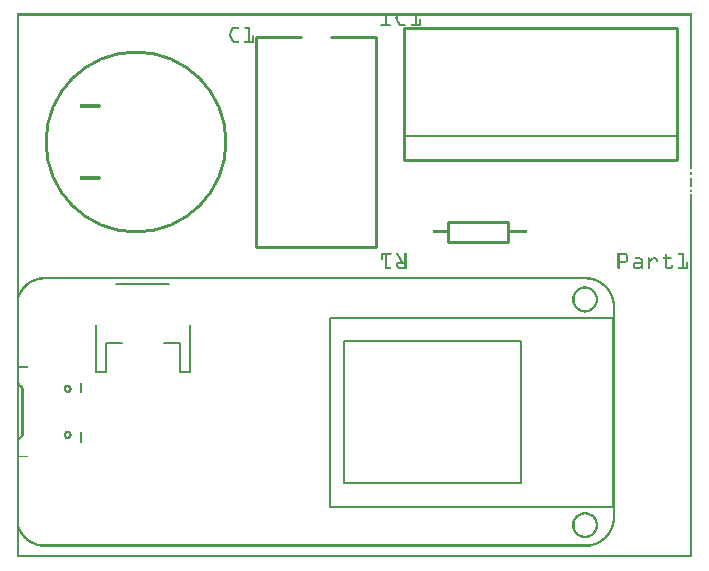
<source format=gto>
G04 MADE WITH FRITZING*
G04 WWW.FRITZING.ORG*
G04 DOUBLE SIDED*
G04 HOLES PLATED*
G04 CONTOUR ON CENTER OF CONTOUR VECTOR*
%ASAXBY*%
%FSLAX23Y23*%
%MOIN*%
%OFA0B0*%
%SFA1.0B1.0*%
%ADD10C,0.610000X0.59*%
%ADD11C,0.008000*%
%ADD12C,0.005000*%
%ADD13C,0.010000*%
%ADD14R,0.001000X0.001000*%
%LNSILK1*%
G90*
G70*
G54D10*
X395Y1385D03*
G54D11*
X331Y913D02*
X508Y913D01*
D02*
X577Y775D02*
X577Y618D01*
D02*
X577Y618D02*
X544Y618D01*
D02*
X544Y618D02*
X544Y716D01*
D02*
X544Y716D02*
X489Y716D01*
D02*
X351Y716D02*
X296Y716D01*
D02*
X296Y716D02*
X296Y618D01*
D02*
X296Y618D02*
X262Y618D01*
D02*
X262Y618D02*
X262Y775D01*
G54D12*
D02*
X1986Y800D02*
X1986Y170D01*
D02*
X1986Y170D02*
X1042Y170D01*
D02*
X1042Y170D02*
X1042Y800D01*
D02*
X1042Y800D02*
X1986Y800D01*
D02*
X1679Y721D02*
X1679Y249D01*
D02*
X1679Y249D02*
X1089Y249D01*
D02*
X1089Y249D02*
X1089Y721D01*
D02*
X1089Y721D02*
X1679Y721D01*
D02*
X213Y583D02*
X213Y552D01*
D02*
X213Y418D02*
X213Y386D01*
G54D13*
D02*
X1635Y1052D02*
X1435Y1052D01*
D02*
X1435Y1052D02*
X1435Y1118D01*
D02*
X1435Y1118D02*
X1635Y1118D01*
D02*
X1635Y1118D02*
X1635Y1052D01*
D02*
X795Y1735D02*
X795Y1035D01*
D02*
X795Y1035D02*
X1195Y1035D01*
D02*
X1195Y1035D02*
X1195Y1735D01*
D02*
X795Y1735D02*
X945Y1735D01*
D02*
X1045Y1735D02*
X1195Y1735D01*
D02*
X2200Y1765D02*
X1290Y1765D01*
D02*
X1290Y1765D02*
X1290Y1325D01*
D02*
X1290Y1325D02*
X2200Y1325D01*
D02*
X2200Y1325D02*
X2200Y1765D01*
G54D12*
D02*
X1290Y1405D02*
X2200Y1405D01*
G54D14*
X0Y1814D02*
X2250Y1814D01*
X0Y1813D02*
X2250Y1813D01*
X0Y1812D02*
X2250Y1812D01*
X0Y1811D02*
X2250Y1811D01*
X0Y1810D02*
X2250Y1810D01*
X0Y1809D02*
X2250Y1809D01*
X0Y1808D02*
X2250Y1808D01*
X0Y1807D02*
X2250Y1807D01*
X0Y1806D02*
X7Y1806D01*
X1226Y1806D02*
X1232Y1806D01*
X1264Y1806D02*
X1271Y1806D01*
X1326Y1806D02*
X1332Y1806D01*
X2243Y1806D02*
X2250Y1806D01*
X0Y1805D02*
X7Y1805D01*
X1226Y1805D02*
X1232Y1805D01*
X1264Y1805D02*
X1271Y1805D01*
X1326Y1805D02*
X1332Y1805D01*
X2243Y1805D02*
X2250Y1805D01*
X0Y1804D02*
X7Y1804D01*
X1226Y1804D02*
X1232Y1804D01*
X1264Y1804D02*
X1270Y1804D01*
X1326Y1804D02*
X1332Y1804D01*
X2243Y1804D02*
X2250Y1804D01*
X0Y1803D02*
X7Y1803D01*
X1226Y1803D02*
X1232Y1803D01*
X1263Y1803D02*
X1270Y1803D01*
X1326Y1803D02*
X1332Y1803D01*
X2243Y1803D02*
X2250Y1803D01*
X0Y1802D02*
X7Y1802D01*
X1226Y1802D02*
X1232Y1802D01*
X1263Y1802D02*
X1269Y1802D01*
X1326Y1802D02*
X1332Y1802D01*
X2243Y1802D02*
X2250Y1802D01*
X0Y1801D02*
X7Y1801D01*
X1226Y1801D02*
X1232Y1801D01*
X1263Y1801D02*
X1269Y1801D01*
X1326Y1801D02*
X1332Y1801D01*
X2243Y1801D02*
X2250Y1801D01*
X0Y1800D02*
X7Y1800D01*
X1226Y1800D02*
X1232Y1800D01*
X1262Y1800D02*
X1269Y1800D01*
X1326Y1800D02*
X1332Y1800D01*
X2243Y1800D02*
X2250Y1800D01*
X0Y1799D02*
X7Y1799D01*
X1226Y1799D02*
X1232Y1799D01*
X1262Y1799D02*
X1268Y1799D01*
X1326Y1799D02*
X1332Y1799D01*
X2243Y1799D02*
X2250Y1799D01*
X0Y1798D02*
X7Y1798D01*
X1226Y1798D02*
X1232Y1798D01*
X1262Y1798D02*
X1268Y1798D01*
X1326Y1798D02*
X1332Y1798D01*
X2243Y1798D02*
X2250Y1798D01*
X0Y1797D02*
X7Y1797D01*
X1226Y1797D02*
X1232Y1797D01*
X1262Y1797D02*
X1268Y1797D01*
X1326Y1797D02*
X1332Y1797D01*
X2243Y1797D02*
X2250Y1797D01*
X0Y1796D02*
X7Y1796D01*
X1226Y1796D02*
X1232Y1796D01*
X1262Y1796D02*
X1268Y1796D01*
X1326Y1796D02*
X1332Y1796D01*
X2243Y1796D02*
X2250Y1796D01*
X0Y1795D02*
X7Y1795D01*
X1226Y1795D02*
X1232Y1795D01*
X1262Y1795D02*
X1269Y1795D01*
X1326Y1795D02*
X1332Y1795D01*
X1342Y1795D02*
X1344Y1795D01*
X2243Y1795D02*
X2250Y1795D01*
X0Y1794D02*
X7Y1794D01*
X1226Y1794D02*
X1232Y1794D01*
X1263Y1794D02*
X1269Y1794D01*
X1326Y1794D02*
X1332Y1794D01*
X1341Y1794D02*
X1345Y1794D01*
X2243Y1794D02*
X2250Y1794D01*
X0Y1793D02*
X7Y1793D01*
X1226Y1793D02*
X1232Y1793D01*
X1263Y1793D02*
X1269Y1793D01*
X1326Y1793D02*
X1332Y1793D01*
X1340Y1793D02*
X1346Y1793D01*
X2243Y1793D02*
X2250Y1793D01*
X0Y1792D02*
X7Y1792D01*
X1226Y1792D02*
X1232Y1792D01*
X1263Y1792D02*
X1270Y1792D01*
X1326Y1792D02*
X1332Y1792D01*
X1340Y1792D02*
X1346Y1792D01*
X2243Y1792D02*
X2250Y1792D01*
X0Y1791D02*
X7Y1791D01*
X1226Y1791D02*
X1232Y1791D01*
X1264Y1791D02*
X1270Y1791D01*
X1326Y1791D02*
X1332Y1791D01*
X1340Y1791D02*
X1346Y1791D01*
X2243Y1791D02*
X2250Y1791D01*
X0Y1790D02*
X7Y1790D01*
X1226Y1790D02*
X1232Y1790D01*
X1264Y1790D02*
X1271Y1790D01*
X1326Y1790D02*
X1332Y1790D01*
X1340Y1790D02*
X1346Y1790D01*
X2243Y1790D02*
X2250Y1790D01*
X0Y1789D02*
X7Y1789D01*
X1226Y1789D02*
X1232Y1789D01*
X1265Y1789D02*
X1272Y1789D01*
X1326Y1789D02*
X1332Y1789D01*
X1340Y1789D02*
X1346Y1789D01*
X2243Y1789D02*
X2250Y1789D01*
X0Y1788D02*
X7Y1788D01*
X1226Y1788D02*
X1232Y1788D01*
X1265Y1788D02*
X1272Y1788D01*
X1326Y1788D02*
X1332Y1788D01*
X1340Y1788D02*
X1346Y1788D01*
X2243Y1788D02*
X2250Y1788D01*
X0Y1787D02*
X7Y1787D01*
X1226Y1787D02*
X1232Y1787D01*
X1266Y1787D02*
X1273Y1787D01*
X1326Y1787D02*
X1332Y1787D01*
X1340Y1787D02*
X1346Y1787D01*
X2243Y1787D02*
X2250Y1787D01*
X0Y1786D02*
X7Y1786D01*
X1226Y1786D02*
X1232Y1786D01*
X1266Y1786D02*
X1273Y1786D01*
X1326Y1786D02*
X1332Y1786D01*
X1340Y1786D02*
X1346Y1786D01*
X2243Y1786D02*
X2250Y1786D01*
X0Y1785D02*
X7Y1785D01*
X1226Y1785D02*
X1232Y1785D01*
X1267Y1785D02*
X1274Y1785D01*
X1326Y1785D02*
X1332Y1785D01*
X1340Y1785D02*
X1346Y1785D01*
X2243Y1785D02*
X2250Y1785D01*
X0Y1784D02*
X7Y1784D01*
X1226Y1784D02*
X1232Y1784D01*
X1267Y1784D02*
X1274Y1784D01*
X1326Y1784D02*
X1332Y1784D01*
X1340Y1784D02*
X1346Y1784D01*
X2243Y1784D02*
X2250Y1784D01*
X0Y1783D02*
X7Y1783D01*
X1226Y1783D02*
X1232Y1783D01*
X1268Y1783D02*
X1275Y1783D01*
X1326Y1783D02*
X1332Y1783D01*
X1340Y1783D02*
X1346Y1783D01*
X2243Y1783D02*
X2250Y1783D01*
X0Y1782D02*
X7Y1782D01*
X1226Y1782D02*
X1232Y1782D01*
X1268Y1782D02*
X1275Y1782D01*
X1326Y1782D02*
X1332Y1782D01*
X1340Y1782D02*
X1346Y1782D01*
X2243Y1782D02*
X2250Y1782D01*
X0Y1781D02*
X7Y1781D01*
X1226Y1781D02*
X1232Y1781D01*
X1269Y1781D02*
X1276Y1781D01*
X1326Y1781D02*
X1332Y1781D01*
X1340Y1781D02*
X1346Y1781D01*
X2243Y1781D02*
X2250Y1781D01*
X0Y1780D02*
X7Y1780D01*
X1226Y1780D02*
X1232Y1780D01*
X1269Y1780D02*
X1276Y1780D01*
X1326Y1780D02*
X1332Y1780D01*
X1340Y1780D02*
X1346Y1780D01*
X2243Y1780D02*
X2250Y1780D01*
X0Y1779D02*
X7Y1779D01*
X1226Y1779D02*
X1232Y1779D01*
X1270Y1779D02*
X1277Y1779D01*
X1326Y1779D02*
X1332Y1779D01*
X1340Y1779D02*
X1346Y1779D01*
X2243Y1779D02*
X2250Y1779D01*
X0Y1778D02*
X7Y1778D01*
X1226Y1778D02*
X1232Y1778D01*
X1270Y1778D02*
X1278Y1778D01*
X1326Y1778D02*
X1332Y1778D01*
X1340Y1778D02*
X1346Y1778D01*
X2243Y1778D02*
X2250Y1778D01*
X0Y1777D02*
X7Y1777D01*
X1214Y1777D02*
X1244Y1777D01*
X1271Y1777D02*
X1294Y1777D01*
X1314Y1777D02*
X1346Y1777D01*
X2243Y1777D02*
X2250Y1777D01*
X0Y1776D02*
X7Y1776D01*
X1213Y1776D02*
X1245Y1776D01*
X1271Y1776D02*
X1295Y1776D01*
X1313Y1776D02*
X1346Y1776D01*
X2243Y1776D02*
X2250Y1776D01*
X0Y1775D02*
X7Y1775D01*
X1212Y1775D02*
X1245Y1775D01*
X1272Y1775D02*
X1296Y1775D01*
X1313Y1775D02*
X1346Y1775D01*
X2243Y1775D02*
X2250Y1775D01*
X0Y1774D02*
X7Y1774D01*
X1212Y1774D02*
X1246Y1774D01*
X1273Y1774D02*
X1296Y1774D01*
X1312Y1774D02*
X1346Y1774D01*
X2243Y1774D02*
X2250Y1774D01*
X0Y1773D02*
X7Y1773D01*
X1212Y1773D02*
X1245Y1773D01*
X1274Y1773D02*
X1296Y1773D01*
X1313Y1773D02*
X1346Y1773D01*
X2243Y1773D02*
X2250Y1773D01*
X0Y1772D02*
X7Y1772D01*
X1213Y1772D02*
X1245Y1772D01*
X1275Y1772D02*
X1295Y1772D01*
X1313Y1772D02*
X1345Y1772D01*
X2243Y1772D02*
X2250Y1772D01*
X0Y1771D02*
X7Y1771D01*
X1214Y1771D02*
X1243Y1771D01*
X1278Y1771D02*
X1294Y1771D01*
X1314Y1771D02*
X1344Y1771D01*
X2243Y1771D02*
X2250Y1771D01*
X0Y1770D02*
X7Y1770D01*
X2243Y1770D02*
X2250Y1770D01*
X0Y1769D02*
X7Y1769D01*
X721Y1769D02*
X739Y1769D01*
X759Y1769D02*
X777Y1769D01*
X2243Y1769D02*
X2250Y1769D01*
X0Y1768D02*
X7Y1768D01*
X719Y1768D02*
X740Y1768D01*
X758Y1768D02*
X777Y1768D01*
X2243Y1768D02*
X2250Y1768D01*
X0Y1767D02*
X7Y1767D01*
X718Y1767D02*
X741Y1767D01*
X758Y1767D02*
X777Y1767D01*
X2243Y1767D02*
X2250Y1767D01*
X0Y1766D02*
X7Y1766D01*
X717Y1766D02*
X741Y1766D01*
X757Y1766D02*
X777Y1766D01*
X2243Y1766D02*
X2250Y1766D01*
X0Y1765D02*
X7Y1765D01*
X717Y1765D02*
X740Y1765D01*
X758Y1765D02*
X777Y1765D01*
X2243Y1765D02*
X2250Y1765D01*
X0Y1764D02*
X7Y1764D01*
X716Y1764D02*
X740Y1764D01*
X758Y1764D02*
X777Y1764D01*
X2243Y1764D02*
X2250Y1764D01*
X0Y1763D02*
X7Y1763D01*
X715Y1763D02*
X738Y1763D01*
X760Y1763D02*
X777Y1763D01*
X2243Y1763D02*
X2250Y1763D01*
X0Y1762D02*
X7Y1762D01*
X715Y1762D02*
X722Y1762D01*
X771Y1762D02*
X777Y1762D01*
X2243Y1762D02*
X2250Y1762D01*
X0Y1761D02*
X7Y1761D01*
X714Y1761D02*
X721Y1761D01*
X771Y1761D02*
X777Y1761D01*
X2243Y1761D02*
X2250Y1761D01*
X0Y1760D02*
X7Y1760D01*
X714Y1760D02*
X721Y1760D01*
X771Y1760D02*
X777Y1760D01*
X2243Y1760D02*
X2250Y1760D01*
X0Y1759D02*
X7Y1759D01*
X713Y1759D02*
X720Y1759D01*
X771Y1759D02*
X777Y1759D01*
X2243Y1759D02*
X2250Y1759D01*
X0Y1758D02*
X7Y1758D01*
X713Y1758D02*
X720Y1758D01*
X771Y1758D02*
X777Y1758D01*
X2243Y1758D02*
X2250Y1758D01*
X0Y1757D02*
X7Y1757D01*
X712Y1757D02*
X719Y1757D01*
X771Y1757D02*
X777Y1757D01*
X2243Y1757D02*
X2250Y1757D01*
X0Y1756D02*
X7Y1756D01*
X712Y1756D02*
X719Y1756D01*
X771Y1756D02*
X777Y1756D01*
X2243Y1756D02*
X2250Y1756D01*
X0Y1755D02*
X7Y1755D01*
X711Y1755D02*
X718Y1755D01*
X771Y1755D02*
X777Y1755D01*
X2243Y1755D02*
X2250Y1755D01*
X0Y1754D02*
X7Y1754D01*
X711Y1754D02*
X718Y1754D01*
X771Y1754D02*
X777Y1754D01*
X2243Y1754D02*
X2250Y1754D01*
X0Y1753D02*
X7Y1753D01*
X710Y1753D02*
X717Y1753D01*
X771Y1753D02*
X777Y1753D01*
X2243Y1753D02*
X2250Y1753D01*
X0Y1752D02*
X7Y1752D01*
X710Y1752D02*
X717Y1752D01*
X771Y1752D02*
X777Y1752D01*
X2243Y1752D02*
X2250Y1752D01*
X0Y1751D02*
X7Y1751D01*
X709Y1751D02*
X716Y1751D01*
X771Y1751D02*
X777Y1751D01*
X2243Y1751D02*
X2250Y1751D01*
X0Y1750D02*
X7Y1750D01*
X709Y1750D02*
X716Y1750D01*
X771Y1750D02*
X777Y1750D01*
X2243Y1750D02*
X2250Y1750D01*
X0Y1749D02*
X7Y1749D01*
X709Y1749D02*
X715Y1749D01*
X771Y1749D02*
X777Y1749D01*
X2243Y1749D02*
X2250Y1749D01*
X0Y1748D02*
X7Y1748D01*
X708Y1748D02*
X715Y1748D01*
X771Y1748D02*
X777Y1748D01*
X2243Y1748D02*
X2250Y1748D01*
X0Y1747D02*
X7Y1747D01*
X708Y1747D02*
X714Y1747D01*
X771Y1747D02*
X777Y1747D01*
X2243Y1747D02*
X2250Y1747D01*
X0Y1746D02*
X7Y1746D01*
X708Y1746D02*
X714Y1746D01*
X771Y1746D02*
X777Y1746D01*
X2243Y1746D02*
X2250Y1746D01*
X0Y1745D02*
X7Y1745D01*
X707Y1745D02*
X714Y1745D01*
X771Y1745D02*
X777Y1745D01*
X2243Y1745D02*
X2250Y1745D01*
X0Y1744D02*
X7Y1744D01*
X707Y1744D02*
X713Y1744D01*
X771Y1744D02*
X777Y1744D01*
X2243Y1744D02*
X2250Y1744D01*
X0Y1743D02*
X7Y1743D01*
X707Y1743D02*
X713Y1743D01*
X771Y1743D02*
X777Y1743D01*
X2243Y1743D02*
X2250Y1743D01*
X0Y1742D02*
X7Y1742D01*
X707Y1742D02*
X713Y1742D01*
X771Y1742D02*
X777Y1742D01*
X2243Y1742D02*
X2250Y1742D01*
X0Y1741D02*
X7Y1741D01*
X707Y1741D02*
X713Y1741D01*
X771Y1741D02*
X777Y1741D01*
X2243Y1741D02*
X2250Y1741D01*
X0Y1740D02*
X7Y1740D01*
X708Y1740D02*
X714Y1740D01*
X771Y1740D02*
X777Y1740D01*
X787Y1740D02*
X789Y1740D01*
X2243Y1740D02*
X2250Y1740D01*
X0Y1739D02*
X7Y1739D01*
X708Y1739D02*
X714Y1739D01*
X771Y1739D02*
X777Y1739D01*
X786Y1739D02*
X790Y1739D01*
X2243Y1739D02*
X2250Y1739D01*
X0Y1738D02*
X7Y1738D01*
X708Y1738D02*
X715Y1738D01*
X771Y1738D02*
X777Y1738D01*
X785Y1738D02*
X791Y1738D01*
X2243Y1738D02*
X2250Y1738D01*
X0Y1737D02*
X7Y1737D01*
X708Y1737D02*
X715Y1737D01*
X771Y1737D02*
X777Y1737D01*
X785Y1737D02*
X791Y1737D01*
X2243Y1737D02*
X2250Y1737D01*
X0Y1736D02*
X7Y1736D01*
X709Y1736D02*
X716Y1736D01*
X771Y1736D02*
X777Y1736D01*
X785Y1736D02*
X791Y1736D01*
X2243Y1736D02*
X2250Y1736D01*
X0Y1735D02*
X7Y1735D01*
X709Y1735D02*
X716Y1735D01*
X771Y1735D02*
X777Y1735D01*
X785Y1735D02*
X791Y1735D01*
X2243Y1735D02*
X2250Y1735D01*
X0Y1734D02*
X7Y1734D01*
X710Y1734D02*
X717Y1734D01*
X771Y1734D02*
X777Y1734D01*
X785Y1734D02*
X791Y1734D01*
X2243Y1734D02*
X2250Y1734D01*
X0Y1733D02*
X7Y1733D01*
X710Y1733D02*
X717Y1733D01*
X771Y1733D02*
X777Y1733D01*
X785Y1733D02*
X791Y1733D01*
X2243Y1733D02*
X2250Y1733D01*
X0Y1732D02*
X7Y1732D01*
X711Y1732D02*
X718Y1732D01*
X771Y1732D02*
X777Y1732D01*
X785Y1732D02*
X791Y1732D01*
X2243Y1732D02*
X2250Y1732D01*
X0Y1731D02*
X7Y1731D01*
X711Y1731D02*
X718Y1731D01*
X771Y1731D02*
X777Y1731D01*
X785Y1731D02*
X791Y1731D01*
X2243Y1731D02*
X2250Y1731D01*
X0Y1730D02*
X7Y1730D01*
X712Y1730D02*
X719Y1730D01*
X771Y1730D02*
X777Y1730D01*
X785Y1730D02*
X791Y1730D01*
X2243Y1730D02*
X2250Y1730D01*
X0Y1729D02*
X7Y1729D01*
X712Y1729D02*
X719Y1729D01*
X771Y1729D02*
X777Y1729D01*
X785Y1729D02*
X791Y1729D01*
X2243Y1729D02*
X2250Y1729D01*
X0Y1728D02*
X7Y1728D01*
X713Y1728D02*
X720Y1728D01*
X771Y1728D02*
X777Y1728D01*
X785Y1728D02*
X791Y1728D01*
X2243Y1728D02*
X2250Y1728D01*
X0Y1727D02*
X7Y1727D01*
X713Y1727D02*
X720Y1727D01*
X771Y1727D02*
X777Y1727D01*
X785Y1727D02*
X791Y1727D01*
X2243Y1727D02*
X2250Y1727D01*
X0Y1726D02*
X7Y1726D01*
X714Y1726D02*
X721Y1726D01*
X771Y1726D02*
X777Y1726D01*
X785Y1726D02*
X791Y1726D01*
X2243Y1726D02*
X2250Y1726D01*
X0Y1725D02*
X7Y1725D01*
X714Y1725D02*
X721Y1725D01*
X771Y1725D02*
X777Y1725D01*
X785Y1725D02*
X791Y1725D01*
X2243Y1725D02*
X2250Y1725D01*
X0Y1724D02*
X7Y1724D01*
X715Y1724D02*
X722Y1724D01*
X771Y1724D02*
X777Y1724D01*
X785Y1724D02*
X791Y1724D01*
X2243Y1724D02*
X2250Y1724D01*
X0Y1723D02*
X7Y1723D01*
X715Y1723D02*
X723Y1723D01*
X771Y1723D02*
X777Y1723D01*
X785Y1723D02*
X791Y1723D01*
X2243Y1723D02*
X2250Y1723D01*
X0Y1722D02*
X7Y1722D01*
X716Y1722D02*
X739Y1722D01*
X759Y1722D02*
X791Y1722D01*
X2243Y1722D02*
X2250Y1722D01*
X0Y1721D02*
X7Y1721D01*
X716Y1721D02*
X740Y1721D01*
X758Y1721D02*
X791Y1721D01*
X2243Y1721D02*
X2250Y1721D01*
X0Y1720D02*
X7Y1720D01*
X717Y1720D02*
X741Y1720D01*
X758Y1720D02*
X791Y1720D01*
X2243Y1720D02*
X2250Y1720D01*
X0Y1719D02*
X7Y1719D01*
X718Y1719D02*
X741Y1719D01*
X757Y1719D02*
X791Y1719D01*
X2243Y1719D02*
X2250Y1719D01*
X0Y1718D02*
X7Y1718D01*
X719Y1718D02*
X741Y1718D01*
X758Y1718D02*
X791Y1718D01*
X2243Y1718D02*
X2250Y1718D01*
X0Y1717D02*
X7Y1717D01*
X720Y1717D02*
X740Y1717D01*
X758Y1717D02*
X790Y1717D01*
X2243Y1717D02*
X2250Y1717D01*
X0Y1716D02*
X7Y1716D01*
X723Y1716D02*
X739Y1716D01*
X760Y1716D02*
X789Y1716D01*
X2243Y1716D02*
X2250Y1716D01*
X0Y1715D02*
X7Y1715D01*
X2243Y1715D02*
X2250Y1715D01*
X0Y1714D02*
X7Y1714D01*
X2243Y1714D02*
X2250Y1714D01*
X0Y1713D02*
X7Y1713D01*
X2243Y1713D02*
X2250Y1713D01*
X0Y1712D02*
X7Y1712D01*
X2243Y1712D02*
X2250Y1712D01*
X0Y1711D02*
X7Y1711D01*
X2243Y1711D02*
X2250Y1711D01*
X0Y1710D02*
X7Y1710D01*
X2243Y1710D02*
X2250Y1710D01*
X0Y1709D02*
X7Y1709D01*
X2243Y1709D02*
X2250Y1709D01*
X0Y1708D02*
X7Y1708D01*
X2243Y1708D02*
X2250Y1708D01*
X0Y1707D02*
X7Y1707D01*
X2243Y1707D02*
X2250Y1707D01*
X0Y1706D02*
X7Y1706D01*
X2243Y1706D02*
X2250Y1706D01*
X0Y1705D02*
X7Y1705D01*
X2243Y1705D02*
X2250Y1705D01*
X0Y1704D02*
X7Y1704D01*
X2243Y1704D02*
X2250Y1704D01*
X0Y1703D02*
X7Y1703D01*
X2243Y1703D02*
X2250Y1703D01*
X0Y1702D02*
X7Y1702D01*
X2243Y1702D02*
X2250Y1702D01*
X0Y1701D02*
X7Y1701D01*
X2243Y1701D02*
X2250Y1701D01*
X0Y1700D02*
X7Y1700D01*
X2243Y1700D02*
X2250Y1700D01*
X0Y1699D02*
X7Y1699D01*
X2243Y1699D02*
X2250Y1699D01*
X0Y1698D02*
X7Y1698D01*
X2243Y1698D02*
X2250Y1698D01*
X0Y1697D02*
X7Y1697D01*
X2243Y1697D02*
X2250Y1697D01*
X0Y1696D02*
X7Y1696D01*
X2243Y1696D02*
X2250Y1696D01*
X0Y1695D02*
X7Y1695D01*
X2243Y1695D02*
X2250Y1695D01*
X0Y1694D02*
X7Y1694D01*
X2243Y1694D02*
X2250Y1694D01*
X0Y1693D02*
X7Y1693D01*
X2243Y1693D02*
X2250Y1693D01*
X0Y1692D02*
X7Y1692D01*
X2243Y1692D02*
X2250Y1692D01*
X0Y1691D02*
X7Y1691D01*
X2243Y1691D02*
X2250Y1691D01*
X0Y1690D02*
X7Y1690D01*
X2243Y1690D02*
X2250Y1690D01*
X0Y1689D02*
X7Y1689D01*
X2243Y1689D02*
X2250Y1689D01*
X0Y1688D02*
X7Y1688D01*
X2243Y1688D02*
X2250Y1688D01*
X0Y1687D02*
X7Y1687D01*
X2243Y1687D02*
X2250Y1687D01*
X0Y1686D02*
X7Y1686D01*
X2243Y1686D02*
X2250Y1686D01*
X0Y1685D02*
X7Y1685D01*
X2243Y1685D02*
X2250Y1685D01*
X0Y1684D02*
X7Y1684D01*
X2243Y1684D02*
X2250Y1684D01*
X0Y1683D02*
X7Y1683D01*
X2243Y1683D02*
X2250Y1683D01*
X0Y1682D02*
X7Y1682D01*
X2243Y1682D02*
X2250Y1682D01*
X0Y1681D02*
X7Y1681D01*
X2243Y1681D02*
X2250Y1681D01*
X0Y1680D02*
X7Y1680D01*
X2243Y1680D02*
X2250Y1680D01*
X0Y1679D02*
X7Y1679D01*
X2243Y1679D02*
X2250Y1679D01*
X0Y1678D02*
X7Y1678D01*
X2243Y1678D02*
X2250Y1678D01*
X0Y1677D02*
X7Y1677D01*
X2243Y1677D02*
X2250Y1677D01*
X0Y1676D02*
X7Y1676D01*
X2243Y1676D02*
X2250Y1676D01*
X0Y1675D02*
X7Y1675D01*
X2243Y1675D02*
X2250Y1675D01*
X0Y1674D02*
X7Y1674D01*
X2243Y1674D02*
X2250Y1674D01*
X0Y1673D02*
X7Y1673D01*
X2243Y1673D02*
X2250Y1673D01*
X0Y1672D02*
X7Y1672D01*
X2243Y1672D02*
X2250Y1672D01*
X0Y1671D02*
X7Y1671D01*
X2243Y1671D02*
X2250Y1671D01*
X0Y1670D02*
X7Y1670D01*
X2243Y1670D02*
X2250Y1670D01*
X0Y1669D02*
X7Y1669D01*
X2243Y1669D02*
X2250Y1669D01*
X0Y1668D02*
X7Y1668D01*
X2243Y1668D02*
X2250Y1668D01*
X0Y1667D02*
X7Y1667D01*
X2243Y1667D02*
X2250Y1667D01*
X0Y1666D02*
X7Y1666D01*
X2243Y1666D02*
X2250Y1666D01*
X0Y1665D02*
X7Y1665D01*
X2243Y1665D02*
X2250Y1665D01*
X0Y1664D02*
X7Y1664D01*
X2243Y1664D02*
X2250Y1664D01*
X0Y1663D02*
X7Y1663D01*
X2243Y1663D02*
X2250Y1663D01*
X0Y1662D02*
X7Y1662D01*
X2243Y1662D02*
X2250Y1662D01*
X0Y1661D02*
X7Y1661D01*
X2243Y1661D02*
X2250Y1661D01*
X0Y1660D02*
X7Y1660D01*
X2243Y1660D02*
X2250Y1660D01*
X0Y1659D02*
X7Y1659D01*
X2243Y1659D02*
X2250Y1659D01*
X0Y1658D02*
X7Y1658D01*
X2243Y1658D02*
X2250Y1658D01*
X0Y1657D02*
X7Y1657D01*
X2243Y1657D02*
X2250Y1657D01*
X0Y1656D02*
X7Y1656D01*
X2243Y1656D02*
X2250Y1656D01*
X0Y1655D02*
X7Y1655D01*
X2243Y1655D02*
X2250Y1655D01*
X0Y1654D02*
X7Y1654D01*
X2243Y1654D02*
X2250Y1654D01*
X0Y1653D02*
X7Y1653D01*
X2243Y1653D02*
X2250Y1653D01*
X0Y1652D02*
X7Y1652D01*
X2243Y1652D02*
X2250Y1652D01*
X0Y1651D02*
X7Y1651D01*
X2243Y1651D02*
X2250Y1651D01*
X0Y1650D02*
X7Y1650D01*
X2243Y1650D02*
X2250Y1650D01*
X0Y1649D02*
X7Y1649D01*
X2243Y1649D02*
X2250Y1649D01*
X0Y1648D02*
X7Y1648D01*
X2243Y1648D02*
X2250Y1648D01*
X0Y1647D02*
X7Y1647D01*
X2243Y1647D02*
X2250Y1647D01*
X0Y1646D02*
X7Y1646D01*
X2243Y1646D02*
X2250Y1646D01*
X0Y1645D02*
X7Y1645D01*
X2243Y1645D02*
X2250Y1645D01*
X0Y1644D02*
X7Y1644D01*
X2243Y1644D02*
X2250Y1644D01*
X0Y1643D02*
X7Y1643D01*
X2243Y1643D02*
X2250Y1643D01*
X0Y1642D02*
X7Y1642D01*
X2243Y1642D02*
X2250Y1642D01*
X0Y1641D02*
X7Y1641D01*
X2243Y1641D02*
X2250Y1641D01*
X0Y1640D02*
X7Y1640D01*
X2243Y1640D02*
X2250Y1640D01*
X0Y1639D02*
X7Y1639D01*
X2243Y1639D02*
X2250Y1639D01*
X0Y1638D02*
X7Y1638D01*
X2243Y1638D02*
X2250Y1638D01*
X0Y1637D02*
X7Y1637D01*
X2243Y1637D02*
X2250Y1637D01*
X0Y1636D02*
X7Y1636D01*
X2243Y1636D02*
X2250Y1636D01*
X0Y1635D02*
X7Y1635D01*
X2243Y1635D02*
X2250Y1635D01*
X0Y1634D02*
X7Y1634D01*
X2243Y1634D02*
X2250Y1634D01*
X0Y1633D02*
X7Y1633D01*
X2243Y1633D02*
X2250Y1633D01*
X0Y1632D02*
X7Y1632D01*
X2243Y1632D02*
X2250Y1632D01*
X0Y1631D02*
X7Y1631D01*
X2243Y1631D02*
X2250Y1631D01*
X0Y1630D02*
X7Y1630D01*
X2243Y1630D02*
X2250Y1630D01*
X0Y1629D02*
X7Y1629D01*
X2243Y1629D02*
X2250Y1629D01*
X0Y1628D02*
X7Y1628D01*
X2243Y1628D02*
X2250Y1628D01*
X0Y1627D02*
X7Y1627D01*
X2243Y1627D02*
X2250Y1627D01*
X0Y1626D02*
X7Y1626D01*
X2243Y1626D02*
X2250Y1626D01*
X0Y1625D02*
X7Y1625D01*
X2243Y1625D02*
X2250Y1625D01*
X0Y1624D02*
X7Y1624D01*
X2243Y1624D02*
X2250Y1624D01*
X0Y1623D02*
X7Y1623D01*
X2243Y1623D02*
X2250Y1623D01*
X0Y1622D02*
X7Y1622D01*
X2243Y1622D02*
X2250Y1622D01*
X0Y1621D02*
X7Y1621D01*
X2243Y1621D02*
X2250Y1621D01*
X0Y1620D02*
X7Y1620D01*
X2243Y1620D02*
X2250Y1620D01*
X0Y1619D02*
X7Y1619D01*
X2243Y1619D02*
X2250Y1619D01*
X0Y1618D02*
X7Y1618D01*
X2243Y1618D02*
X2250Y1618D01*
X0Y1617D02*
X7Y1617D01*
X2243Y1617D02*
X2250Y1617D01*
X0Y1616D02*
X7Y1616D01*
X2243Y1616D02*
X2250Y1616D01*
X0Y1615D02*
X7Y1615D01*
X2243Y1615D02*
X2250Y1615D01*
X0Y1614D02*
X7Y1614D01*
X2243Y1614D02*
X2250Y1614D01*
X0Y1613D02*
X7Y1613D01*
X2243Y1613D02*
X2250Y1613D01*
X0Y1612D02*
X7Y1612D01*
X2243Y1612D02*
X2250Y1612D01*
X0Y1611D02*
X7Y1611D01*
X2243Y1611D02*
X2250Y1611D01*
X0Y1610D02*
X7Y1610D01*
X2243Y1610D02*
X2250Y1610D01*
X0Y1609D02*
X7Y1609D01*
X2243Y1609D02*
X2250Y1609D01*
X0Y1608D02*
X7Y1608D01*
X2243Y1608D02*
X2250Y1608D01*
X0Y1607D02*
X7Y1607D01*
X2243Y1607D02*
X2250Y1607D01*
X0Y1606D02*
X7Y1606D01*
X2243Y1606D02*
X2250Y1606D01*
X0Y1605D02*
X7Y1605D01*
X2243Y1605D02*
X2250Y1605D01*
X0Y1604D02*
X7Y1604D01*
X2243Y1604D02*
X2250Y1604D01*
X0Y1603D02*
X7Y1603D01*
X2243Y1603D02*
X2250Y1603D01*
X0Y1602D02*
X7Y1602D01*
X2243Y1602D02*
X2250Y1602D01*
X0Y1601D02*
X7Y1601D01*
X2243Y1601D02*
X2250Y1601D01*
X0Y1600D02*
X7Y1600D01*
X2243Y1600D02*
X2250Y1600D01*
X0Y1599D02*
X7Y1599D01*
X2243Y1599D02*
X2250Y1599D01*
X0Y1598D02*
X7Y1598D01*
X2243Y1598D02*
X2250Y1598D01*
X0Y1597D02*
X7Y1597D01*
X2243Y1597D02*
X2250Y1597D01*
X0Y1596D02*
X7Y1596D01*
X2243Y1596D02*
X2250Y1596D01*
X0Y1595D02*
X7Y1595D01*
X2243Y1595D02*
X2250Y1595D01*
X0Y1594D02*
X7Y1594D01*
X2243Y1594D02*
X2250Y1594D01*
X0Y1593D02*
X7Y1593D01*
X2243Y1593D02*
X2250Y1593D01*
X0Y1592D02*
X7Y1592D01*
X2243Y1592D02*
X2250Y1592D01*
X0Y1591D02*
X7Y1591D01*
X2243Y1591D02*
X2250Y1591D01*
X0Y1590D02*
X7Y1590D01*
X2243Y1590D02*
X2250Y1590D01*
X0Y1589D02*
X7Y1589D01*
X2243Y1589D02*
X2250Y1589D01*
X0Y1588D02*
X7Y1588D01*
X2243Y1588D02*
X2250Y1588D01*
X0Y1587D02*
X7Y1587D01*
X2243Y1587D02*
X2250Y1587D01*
X0Y1586D02*
X7Y1586D01*
X2243Y1586D02*
X2250Y1586D01*
X0Y1585D02*
X7Y1585D01*
X2243Y1585D02*
X2250Y1585D01*
X0Y1584D02*
X7Y1584D01*
X2243Y1584D02*
X2250Y1584D01*
X0Y1583D02*
X7Y1583D01*
X2243Y1583D02*
X2250Y1583D01*
X0Y1582D02*
X7Y1582D01*
X2243Y1582D02*
X2250Y1582D01*
X0Y1581D02*
X7Y1581D01*
X2243Y1581D02*
X2250Y1581D01*
X0Y1580D02*
X7Y1580D01*
X2243Y1580D02*
X2250Y1580D01*
X0Y1579D02*
X7Y1579D01*
X2243Y1579D02*
X2250Y1579D01*
X0Y1578D02*
X7Y1578D01*
X2243Y1578D02*
X2250Y1578D01*
X0Y1577D02*
X7Y1577D01*
X2243Y1577D02*
X2250Y1577D01*
X0Y1576D02*
X7Y1576D01*
X2243Y1576D02*
X2250Y1576D01*
X0Y1575D02*
X7Y1575D01*
X2243Y1575D02*
X2250Y1575D01*
X0Y1574D02*
X7Y1574D01*
X2243Y1574D02*
X2250Y1574D01*
X0Y1573D02*
X7Y1573D01*
X2243Y1573D02*
X2250Y1573D01*
X0Y1572D02*
X7Y1572D01*
X2243Y1572D02*
X2250Y1572D01*
X0Y1571D02*
X7Y1571D01*
X2243Y1571D02*
X2250Y1571D01*
X0Y1570D02*
X7Y1570D01*
X2243Y1570D02*
X2250Y1570D01*
X0Y1569D02*
X7Y1569D01*
X2243Y1569D02*
X2250Y1569D01*
X0Y1568D02*
X7Y1568D01*
X2243Y1568D02*
X2250Y1568D01*
X0Y1567D02*
X7Y1567D01*
X2243Y1567D02*
X2250Y1567D01*
X0Y1566D02*
X7Y1566D01*
X2243Y1566D02*
X2250Y1566D01*
X0Y1565D02*
X7Y1565D01*
X2243Y1565D02*
X2250Y1565D01*
X0Y1564D02*
X7Y1564D01*
X2243Y1564D02*
X2250Y1564D01*
X0Y1563D02*
X7Y1563D01*
X2243Y1563D02*
X2250Y1563D01*
X0Y1562D02*
X7Y1562D01*
X2243Y1562D02*
X2250Y1562D01*
X0Y1561D02*
X7Y1561D01*
X2243Y1561D02*
X2250Y1561D01*
X0Y1560D02*
X7Y1560D01*
X2243Y1560D02*
X2250Y1560D01*
X0Y1559D02*
X7Y1559D01*
X2243Y1559D02*
X2250Y1559D01*
X0Y1558D02*
X7Y1558D01*
X2243Y1558D02*
X2250Y1558D01*
X0Y1557D02*
X7Y1557D01*
X2243Y1557D02*
X2250Y1557D01*
X0Y1556D02*
X7Y1556D01*
X2243Y1556D02*
X2250Y1556D01*
X0Y1555D02*
X7Y1555D01*
X2243Y1555D02*
X2250Y1555D01*
X0Y1554D02*
X7Y1554D01*
X2243Y1554D02*
X2250Y1554D01*
X0Y1553D02*
X7Y1553D01*
X2243Y1553D02*
X2250Y1553D01*
X0Y1552D02*
X7Y1552D01*
X2243Y1552D02*
X2250Y1552D01*
X0Y1551D02*
X7Y1551D01*
X2243Y1551D02*
X2250Y1551D01*
X0Y1550D02*
X7Y1550D01*
X2243Y1550D02*
X2250Y1550D01*
X0Y1549D02*
X7Y1549D01*
X2243Y1549D02*
X2250Y1549D01*
X0Y1548D02*
X7Y1548D01*
X2243Y1548D02*
X2250Y1548D01*
X0Y1547D02*
X7Y1547D01*
X2243Y1547D02*
X2250Y1547D01*
X0Y1546D02*
X7Y1546D01*
X2243Y1546D02*
X2250Y1546D01*
X0Y1545D02*
X7Y1545D01*
X2243Y1545D02*
X2250Y1545D01*
X0Y1544D02*
X7Y1544D01*
X2243Y1544D02*
X2250Y1544D01*
X0Y1543D02*
X7Y1543D01*
X2243Y1543D02*
X2250Y1543D01*
X0Y1542D02*
X7Y1542D01*
X2243Y1542D02*
X2250Y1542D01*
X0Y1541D02*
X7Y1541D01*
X2243Y1541D02*
X2250Y1541D01*
X0Y1540D02*
X7Y1540D01*
X2243Y1540D02*
X2250Y1540D01*
X0Y1539D02*
X7Y1539D01*
X2243Y1539D02*
X2250Y1539D01*
X0Y1538D02*
X7Y1538D01*
X2243Y1538D02*
X2250Y1538D01*
X0Y1537D02*
X7Y1537D01*
X2243Y1537D02*
X2250Y1537D01*
X0Y1536D02*
X7Y1536D01*
X2243Y1536D02*
X2250Y1536D01*
X0Y1535D02*
X7Y1535D01*
X2243Y1535D02*
X2250Y1535D01*
X0Y1534D02*
X7Y1534D01*
X2243Y1534D02*
X2250Y1534D01*
X0Y1533D02*
X7Y1533D01*
X2243Y1533D02*
X2250Y1533D01*
X0Y1532D02*
X7Y1532D01*
X2243Y1532D02*
X2250Y1532D01*
X0Y1531D02*
X7Y1531D01*
X2243Y1531D02*
X2250Y1531D01*
X0Y1530D02*
X7Y1530D01*
X2243Y1530D02*
X2250Y1530D01*
X0Y1529D02*
X7Y1529D01*
X2243Y1529D02*
X2250Y1529D01*
X0Y1528D02*
X7Y1528D01*
X2243Y1528D02*
X2250Y1528D01*
X0Y1527D02*
X7Y1527D01*
X2243Y1527D02*
X2250Y1527D01*
X0Y1526D02*
X7Y1526D01*
X2243Y1526D02*
X2250Y1526D01*
X0Y1525D02*
X7Y1525D01*
X2243Y1525D02*
X2250Y1525D01*
X0Y1524D02*
X7Y1524D01*
X2243Y1524D02*
X2250Y1524D01*
X0Y1523D02*
X7Y1523D01*
X2243Y1523D02*
X2250Y1523D01*
X0Y1522D02*
X7Y1522D01*
X2243Y1522D02*
X2250Y1522D01*
X0Y1521D02*
X7Y1521D01*
X2243Y1521D02*
X2250Y1521D01*
X0Y1520D02*
X7Y1520D01*
X2243Y1520D02*
X2250Y1520D01*
X0Y1519D02*
X7Y1519D01*
X2243Y1519D02*
X2250Y1519D01*
X0Y1518D02*
X7Y1518D01*
X2243Y1518D02*
X2250Y1518D01*
X0Y1517D02*
X7Y1517D01*
X2243Y1517D02*
X2250Y1517D01*
X0Y1516D02*
X7Y1516D01*
X2243Y1516D02*
X2250Y1516D01*
X0Y1515D02*
X7Y1515D01*
X2243Y1515D02*
X2250Y1515D01*
X0Y1514D02*
X7Y1514D01*
X2243Y1514D02*
X2250Y1514D01*
X0Y1513D02*
X7Y1513D01*
X2243Y1513D02*
X2250Y1513D01*
X0Y1512D02*
X7Y1512D01*
X2243Y1512D02*
X2250Y1512D01*
X0Y1511D02*
X7Y1511D01*
X2243Y1511D02*
X2250Y1511D01*
X0Y1510D02*
X7Y1510D01*
X212Y1510D02*
X276Y1510D01*
X2243Y1510D02*
X2250Y1510D01*
X0Y1509D02*
X7Y1509D01*
X211Y1509D02*
X277Y1509D01*
X2243Y1509D02*
X2250Y1509D01*
X0Y1508D02*
X7Y1508D01*
X210Y1508D02*
X278Y1508D01*
X2243Y1508D02*
X2250Y1508D01*
X0Y1507D02*
X7Y1507D01*
X209Y1507D02*
X279Y1507D01*
X2243Y1507D02*
X2250Y1507D01*
X0Y1506D02*
X7Y1506D01*
X209Y1506D02*
X279Y1506D01*
X2243Y1506D02*
X2250Y1506D01*
X0Y1505D02*
X7Y1505D01*
X209Y1505D02*
X279Y1505D01*
X2243Y1505D02*
X2250Y1505D01*
X0Y1504D02*
X7Y1504D01*
X209Y1504D02*
X279Y1504D01*
X2243Y1504D02*
X2250Y1504D01*
X0Y1503D02*
X7Y1503D01*
X209Y1503D02*
X279Y1503D01*
X2243Y1503D02*
X2250Y1503D01*
X0Y1502D02*
X7Y1502D01*
X210Y1502D02*
X278Y1502D01*
X2243Y1502D02*
X2250Y1502D01*
X0Y1501D02*
X7Y1501D01*
X211Y1501D02*
X277Y1501D01*
X2243Y1501D02*
X2250Y1501D01*
X0Y1500D02*
X7Y1500D01*
X212Y1500D02*
X276Y1500D01*
X2243Y1500D02*
X2250Y1500D01*
X0Y1499D02*
X7Y1499D01*
X2243Y1499D02*
X2250Y1499D01*
X0Y1498D02*
X7Y1498D01*
X2243Y1498D02*
X2250Y1498D01*
X0Y1497D02*
X7Y1497D01*
X2243Y1497D02*
X2250Y1497D01*
X0Y1496D02*
X7Y1496D01*
X2243Y1496D02*
X2250Y1496D01*
X0Y1495D02*
X7Y1495D01*
X2243Y1495D02*
X2250Y1495D01*
X0Y1494D02*
X7Y1494D01*
X2243Y1494D02*
X2250Y1494D01*
X0Y1493D02*
X7Y1493D01*
X2243Y1493D02*
X2250Y1493D01*
X0Y1492D02*
X7Y1492D01*
X2243Y1492D02*
X2250Y1492D01*
X0Y1491D02*
X7Y1491D01*
X2243Y1491D02*
X2250Y1491D01*
X0Y1490D02*
X7Y1490D01*
X2243Y1490D02*
X2250Y1490D01*
X0Y1489D02*
X7Y1489D01*
X2243Y1489D02*
X2250Y1489D01*
X0Y1488D02*
X7Y1488D01*
X2243Y1488D02*
X2250Y1488D01*
X0Y1487D02*
X7Y1487D01*
X2243Y1487D02*
X2250Y1487D01*
X0Y1486D02*
X7Y1486D01*
X2243Y1486D02*
X2250Y1486D01*
X0Y1485D02*
X7Y1485D01*
X2243Y1485D02*
X2250Y1485D01*
X0Y1484D02*
X7Y1484D01*
X2243Y1484D02*
X2250Y1484D01*
X0Y1483D02*
X7Y1483D01*
X2243Y1483D02*
X2250Y1483D01*
X0Y1482D02*
X7Y1482D01*
X2243Y1482D02*
X2250Y1482D01*
X0Y1481D02*
X7Y1481D01*
X2243Y1481D02*
X2250Y1481D01*
X0Y1480D02*
X7Y1480D01*
X2243Y1480D02*
X2250Y1480D01*
X0Y1479D02*
X7Y1479D01*
X2243Y1479D02*
X2250Y1479D01*
X0Y1478D02*
X7Y1478D01*
X2243Y1478D02*
X2250Y1478D01*
X0Y1477D02*
X7Y1477D01*
X2243Y1477D02*
X2250Y1477D01*
X0Y1476D02*
X7Y1476D01*
X2243Y1476D02*
X2250Y1476D01*
X0Y1475D02*
X7Y1475D01*
X2243Y1475D02*
X2250Y1475D01*
X0Y1474D02*
X7Y1474D01*
X2243Y1474D02*
X2250Y1474D01*
X0Y1473D02*
X7Y1473D01*
X2243Y1473D02*
X2250Y1473D01*
X0Y1472D02*
X7Y1472D01*
X2243Y1472D02*
X2250Y1472D01*
X0Y1471D02*
X7Y1471D01*
X2243Y1471D02*
X2250Y1471D01*
X0Y1470D02*
X7Y1470D01*
X2243Y1470D02*
X2250Y1470D01*
X0Y1469D02*
X7Y1469D01*
X2243Y1469D02*
X2250Y1469D01*
X0Y1468D02*
X7Y1468D01*
X2243Y1468D02*
X2250Y1468D01*
X0Y1467D02*
X7Y1467D01*
X2243Y1467D02*
X2250Y1467D01*
X0Y1466D02*
X7Y1466D01*
X2243Y1466D02*
X2250Y1466D01*
X0Y1465D02*
X7Y1465D01*
X2243Y1465D02*
X2250Y1465D01*
X0Y1464D02*
X7Y1464D01*
X2243Y1464D02*
X2250Y1464D01*
X0Y1463D02*
X7Y1463D01*
X2243Y1463D02*
X2250Y1463D01*
X0Y1462D02*
X7Y1462D01*
X2243Y1462D02*
X2250Y1462D01*
X0Y1461D02*
X7Y1461D01*
X2243Y1461D02*
X2250Y1461D01*
X0Y1460D02*
X7Y1460D01*
X2243Y1460D02*
X2250Y1460D01*
X0Y1459D02*
X7Y1459D01*
X2243Y1459D02*
X2250Y1459D01*
X0Y1458D02*
X7Y1458D01*
X2243Y1458D02*
X2250Y1458D01*
X0Y1457D02*
X7Y1457D01*
X2243Y1457D02*
X2250Y1457D01*
X0Y1456D02*
X7Y1456D01*
X2243Y1456D02*
X2250Y1456D01*
X0Y1455D02*
X7Y1455D01*
X2243Y1455D02*
X2250Y1455D01*
X0Y1454D02*
X7Y1454D01*
X2243Y1454D02*
X2250Y1454D01*
X0Y1453D02*
X7Y1453D01*
X2243Y1453D02*
X2250Y1453D01*
X0Y1452D02*
X7Y1452D01*
X2243Y1452D02*
X2250Y1452D01*
X0Y1451D02*
X7Y1451D01*
X2243Y1451D02*
X2250Y1451D01*
X0Y1450D02*
X7Y1450D01*
X2243Y1450D02*
X2250Y1450D01*
X0Y1449D02*
X7Y1449D01*
X2243Y1449D02*
X2250Y1449D01*
X0Y1448D02*
X7Y1448D01*
X2243Y1448D02*
X2250Y1448D01*
X0Y1447D02*
X7Y1447D01*
X2243Y1447D02*
X2250Y1447D01*
X0Y1446D02*
X7Y1446D01*
X2243Y1446D02*
X2250Y1446D01*
X0Y1445D02*
X7Y1445D01*
X2243Y1445D02*
X2250Y1445D01*
X0Y1444D02*
X7Y1444D01*
X2243Y1444D02*
X2250Y1444D01*
X0Y1443D02*
X7Y1443D01*
X2243Y1443D02*
X2250Y1443D01*
X0Y1442D02*
X7Y1442D01*
X2243Y1442D02*
X2250Y1442D01*
X0Y1441D02*
X7Y1441D01*
X2243Y1441D02*
X2250Y1441D01*
X0Y1440D02*
X7Y1440D01*
X2243Y1440D02*
X2250Y1440D01*
X0Y1439D02*
X7Y1439D01*
X2243Y1439D02*
X2250Y1439D01*
X0Y1438D02*
X7Y1438D01*
X2243Y1438D02*
X2250Y1438D01*
X0Y1437D02*
X7Y1437D01*
X2243Y1437D02*
X2250Y1437D01*
X0Y1436D02*
X7Y1436D01*
X2243Y1436D02*
X2250Y1436D01*
X0Y1435D02*
X7Y1435D01*
X2243Y1435D02*
X2250Y1435D01*
X0Y1434D02*
X7Y1434D01*
X2243Y1434D02*
X2250Y1434D01*
X0Y1433D02*
X7Y1433D01*
X2243Y1433D02*
X2250Y1433D01*
X0Y1432D02*
X7Y1432D01*
X2243Y1432D02*
X2250Y1432D01*
X0Y1431D02*
X7Y1431D01*
X2243Y1431D02*
X2250Y1431D01*
X0Y1430D02*
X7Y1430D01*
X2243Y1430D02*
X2250Y1430D01*
X0Y1429D02*
X7Y1429D01*
X2243Y1429D02*
X2250Y1429D01*
X0Y1428D02*
X7Y1428D01*
X2243Y1428D02*
X2250Y1428D01*
X0Y1427D02*
X7Y1427D01*
X2243Y1427D02*
X2250Y1427D01*
X0Y1426D02*
X7Y1426D01*
X2243Y1426D02*
X2250Y1426D01*
X0Y1425D02*
X7Y1425D01*
X2243Y1425D02*
X2250Y1425D01*
X0Y1424D02*
X7Y1424D01*
X2243Y1424D02*
X2250Y1424D01*
X0Y1423D02*
X7Y1423D01*
X2243Y1423D02*
X2250Y1423D01*
X0Y1422D02*
X7Y1422D01*
X2243Y1422D02*
X2250Y1422D01*
X0Y1421D02*
X7Y1421D01*
X2243Y1421D02*
X2250Y1421D01*
X0Y1420D02*
X7Y1420D01*
X2243Y1420D02*
X2250Y1420D01*
X0Y1419D02*
X7Y1419D01*
X2243Y1419D02*
X2250Y1419D01*
X0Y1418D02*
X7Y1418D01*
X2243Y1418D02*
X2250Y1418D01*
X0Y1417D02*
X7Y1417D01*
X2243Y1417D02*
X2250Y1417D01*
X0Y1416D02*
X7Y1416D01*
X2243Y1416D02*
X2250Y1416D01*
X0Y1415D02*
X7Y1415D01*
X2243Y1415D02*
X2250Y1415D01*
X0Y1414D02*
X7Y1414D01*
X2243Y1414D02*
X2250Y1414D01*
X0Y1413D02*
X7Y1413D01*
X2243Y1413D02*
X2250Y1413D01*
X0Y1412D02*
X7Y1412D01*
X2243Y1412D02*
X2250Y1412D01*
X0Y1411D02*
X7Y1411D01*
X2243Y1411D02*
X2250Y1411D01*
X0Y1410D02*
X7Y1410D01*
X2243Y1410D02*
X2250Y1410D01*
X0Y1409D02*
X7Y1409D01*
X2243Y1409D02*
X2250Y1409D01*
X0Y1408D02*
X7Y1408D01*
X2243Y1408D02*
X2250Y1408D01*
X0Y1407D02*
X7Y1407D01*
X2243Y1407D02*
X2250Y1407D01*
X0Y1406D02*
X7Y1406D01*
X2243Y1406D02*
X2250Y1406D01*
X0Y1405D02*
X7Y1405D01*
X2243Y1405D02*
X2250Y1405D01*
X0Y1404D02*
X7Y1404D01*
X2243Y1404D02*
X2250Y1404D01*
X0Y1403D02*
X7Y1403D01*
X2243Y1403D02*
X2250Y1403D01*
X0Y1402D02*
X7Y1402D01*
X2243Y1402D02*
X2250Y1402D01*
X0Y1401D02*
X7Y1401D01*
X2243Y1401D02*
X2250Y1401D01*
X0Y1400D02*
X7Y1400D01*
X2243Y1400D02*
X2250Y1400D01*
X0Y1399D02*
X7Y1399D01*
X2243Y1399D02*
X2250Y1399D01*
X0Y1398D02*
X7Y1398D01*
X2243Y1398D02*
X2250Y1398D01*
X0Y1397D02*
X7Y1397D01*
X2243Y1397D02*
X2250Y1397D01*
X0Y1396D02*
X7Y1396D01*
X2243Y1396D02*
X2250Y1396D01*
X0Y1395D02*
X7Y1395D01*
X2243Y1395D02*
X2250Y1395D01*
X0Y1394D02*
X7Y1394D01*
X2243Y1394D02*
X2250Y1394D01*
X0Y1393D02*
X7Y1393D01*
X2243Y1393D02*
X2250Y1393D01*
X0Y1392D02*
X7Y1392D01*
X2243Y1392D02*
X2250Y1392D01*
X0Y1391D02*
X7Y1391D01*
X2243Y1391D02*
X2250Y1391D01*
X0Y1390D02*
X7Y1390D01*
X2243Y1390D02*
X2250Y1390D01*
X0Y1389D02*
X7Y1389D01*
X2243Y1389D02*
X2250Y1389D01*
X0Y1388D02*
X7Y1388D01*
X2243Y1388D02*
X2250Y1388D01*
X0Y1387D02*
X7Y1387D01*
X2243Y1387D02*
X2250Y1387D01*
X0Y1386D02*
X7Y1386D01*
X2243Y1386D02*
X2250Y1386D01*
X0Y1385D02*
X7Y1385D01*
X2243Y1385D02*
X2250Y1385D01*
X0Y1384D02*
X7Y1384D01*
X2243Y1384D02*
X2250Y1384D01*
X0Y1383D02*
X7Y1383D01*
X2243Y1383D02*
X2250Y1383D01*
X0Y1382D02*
X7Y1382D01*
X2243Y1382D02*
X2250Y1382D01*
X0Y1381D02*
X7Y1381D01*
X2243Y1381D02*
X2250Y1381D01*
X0Y1380D02*
X7Y1380D01*
X2243Y1380D02*
X2250Y1380D01*
X0Y1379D02*
X7Y1379D01*
X2243Y1379D02*
X2250Y1379D01*
X0Y1378D02*
X7Y1378D01*
X2243Y1378D02*
X2250Y1378D01*
X0Y1377D02*
X7Y1377D01*
X2243Y1377D02*
X2250Y1377D01*
X0Y1376D02*
X7Y1376D01*
X2243Y1376D02*
X2250Y1376D01*
X0Y1375D02*
X7Y1375D01*
X2243Y1375D02*
X2250Y1375D01*
X0Y1374D02*
X7Y1374D01*
X2243Y1374D02*
X2250Y1374D01*
X0Y1373D02*
X7Y1373D01*
X2243Y1373D02*
X2250Y1373D01*
X0Y1372D02*
X7Y1372D01*
X2243Y1372D02*
X2250Y1372D01*
X0Y1371D02*
X7Y1371D01*
X2243Y1371D02*
X2250Y1371D01*
X0Y1370D02*
X7Y1370D01*
X2243Y1370D02*
X2250Y1370D01*
X0Y1369D02*
X7Y1369D01*
X2243Y1369D02*
X2250Y1369D01*
X0Y1368D02*
X7Y1368D01*
X2243Y1368D02*
X2250Y1368D01*
X0Y1367D02*
X7Y1367D01*
X2243Y1367D02*
X2250Y1367D01*
X0Y1366D02*
X7Y1366D01*
X2243Y1366D02*
X2250Y1366D01*
X0Y1365D02*
X7Y1365D01*
X2243Y1365D02*
X2250Y1365D01*
X0Y1364D02*
X7Y1364D01*
X2243Y1364D02*
X2250Y1364D01*
X0Y1363D02*
X7Y1363D01*
X2243Y1363D02*
X2250Y1363D01*
X0Y1362D02*
X7Y1362D01*
X2243Y1362D02*
X2250Y1362D01*
X0Y1361D02*
X7Y1361D01*
X2243Y1361D02*
X2250Y1361D01*
X0Y1360D02*
X7Y1360D01*
X2243Y1360D02*
X2250Y1360D01*
X0Y1359D02*
X7Y1359D01*
X2243Y1359D02*
X2250Y1359D01*
X0Y1358D02*
X7Y1358D01*
X2243Y1358D02*
X2250Y1358D01*
X0Y1357D02*
X7Y1357D01*
X2243Y1357D02*
X2250Y1357D01*
X0Y1356D02*
X7Y1356D01*
X2243Y1356D02*
X2250Y1356D01*
X0Y1355D02*
X7Y1355D01*
X2243Y1355D02*
X2250Y1355D01*
X0Y1354D02*
X7Y1354D01*
X2243Y1354D02*
X2250Y1354D01*
X0Y1353D02*
X7Y1353D01*
X2243Y1353D02*
X2250Y1353D01*
X0Y1352D02*
X7Y1352D01*
X2243Y1352D02*
X2250Y1352D01*
X0Y1351D02*
X7Y1351D01*
X2243Y1351D02*
X2250Y1351D01*
X0Y1350D02*
X7Y1350D01*
X2243Y1350D02*
X2250Y1350D01*
X0Y1349D02*
X7Y1349D01*
X2243Y1349D02*
X2250Y1349D01*
X0Y1348D02*
X7Y1348D01*
X2243Y1348D02*
X2250Y1348D01*
X0Y1347D02*
X7Y1347D01*
X2243Y1347D02*
X2250Y1347D01*
X0Y1346D02*
X7Y1346D01*
X2243Y1346D02*
X2250Y1346D01*
X0Y1345D02*
X7Y1345D01*
X2243Y1345D02*
X2250Y1345D01*
X0Y1344D02*
X7Y1344D01*
X2243Y1344D02*
X2250Y1344D01*
X0Y1343D02*
X7Y1343D01*
X2243Y1343D02*
X2250Y1343D01*
X0Y1342D02*
X7Y1342D01*
X2243Y1342D02*
X2250Y1342D01*
X0Y1341D02*
X7Y1341D01*
X2243Y1341D02*
X2250Y1341D01*
X0Y1340D02*
X7Y1340D01*
X2243Y1340D02*
X2250Y1340D01*
X0Y1339D02*
X7Y1339D01*
X2243Y1339D02*
X2250Y1339D01*
X0Y1338D02*
X7Y1338D01*
X2243Y1338D02*
X2250Y1338D01*
X0Y1337D02*
X7Y1337D01*
X2243Y1337D02*
X2250Y1337D01*
X0Y1336D02*
X7Y1336D01*
X2243Y1336D02*
X2250Y1336D01*
X0Y1335D02*
X7Y1335D01*
X2243Y1335D02*
X2250Y1335D01*
X0Y1334D02*
X7Y1334D01*
X2243Y1334D02*
X2250Y1334D01*
X0Y1333D02*
X7Y1333D01*
X2243Y1333D02*
X2250Y1333D01*
X0Y1332D02*
X7Y1332D01*
X2243Y1332D02*
X2250Y1332D01*
X0Y1331D02*
X7Y1331D01*
X2243Y1331D02*
X2250Y1331D01*
X0Y1330D02*
X7Y1330D01*
X2243Y1330D02*
X2250Y1330D01*
X0Y1329D02*
X7Y1329D01*
X2243Y1329D02*
X2250Y1329D01*
X0Y1328D02*
X7Y1328D01*
X2243Y1328D02*
X2250Y1328D01*
X0Y1327D02*
X7Y1327D01*
X2243Y1327D02*
X2250Y1327D01*
X0Y1326D02*
X7Y1326D01*
X2243Y1326D02*
X2250Y1326D01*
X0Y1325D02*
X7Y1325D01*
X2243Y1325D02*
X2250Y1325D01*
X0Y1324D02*
X7Y1324D01*
X2243Y1324D02*
X2250Y1324D01*
X0Y1323D02*
X7Y1323D01*
X2243Y1323D02*
X2250Y1323D01*
X0Y1322D02*
X7Y1322D01*
X2243Y1322D02*
X2250Y1322D01*
X0Y1321D02*
X7Y1321D01*
X2243Y1321D02*
X2250Y1321D01*
X0Y1320D02*
X7Y1320D01*
X2243Y1320D02*
X2250Y1320D01*
X0Y1319D02*
X7Y1319D01*
X2243Y1319D02*
X2250Y1319D01*
X0Y1318D02*
X7Y1318D01*
X2243Y1318D02*
X2250Y1318D01*
X0Y1317D02*
X7Y1317D01*
X2243Y1317D02*
X2250Y1317D01*
X0Y1316D02*
X7Y1316D01*
X2243Y1316D02*
X2250Y1316D01*
X0Y1315D02*
X7Y1315D01*
X2243Y1315D02*
X2250Y1315D01*
X0Y1314D02*
X7Y1314D01*
X2243Y1314D02*
X2250Y1314D01*
X0Y1313D02*
X7Y1313D01*
X2243Y1313D02*
X2250Y1313D01*
X0Y1312D02*
X7Y1312D01*
X2243Y1312D02*
X2250Y1312D01*
X0Y1311D02*
X7Y1311D01*
X2243Y1311D02*
X2250Y1311D01*
X0Y1310D02*
X7Y1310D01*
X2243Y1310D02*
X2250Y1310D01*
X0Y1309D02*
X7Y1309D01*
X2243Y1309D02*
X2250Y1309D01*
X0Y1308D02*
X7Y1308D01*
X2243Y1308D02*
X2250Y1308D01*
X0Y1307D02*
X7Y1307D01*
X2243Y1307D02*
X2250Y1307D01*
X0Y1306D02*
X7Y1306D01*
X2243Y1306D02*
X2250Y1306D01*
X0Y1305D02*
X7Y1305D01*
X2243Y1305D02*
X2250Y1305D01*
X0Y1304D02*
X7Y1304D01*
X2243Y1304D02*
X2250Y1304D01*
X0Y1303D02*
X7Y1303D01*
X2243Y1303D02*
X2250Y1303D01*
X0Y1302D02*
X7Y1302D01*
X2243Y1302D02*
X2250Y1302D01*
X0Y1301D02*
X7Y1301D01*
X2243Y1301D02*
X2250Y1301D01*
X0Y1300D02*
X7Y1300D01*
X2243Y1300D02*
X2250Y1300D01*
X0Y1299D02*
X7Y1299D01*
X2243Y1299D02*
X2250Y1299D01*
X0Y1298D02*
X7Y1298D01*
X2243Y1298D02*
X2250Y1298D01*
X0Y1297D02*
X7Y1297D01*
X2243Y1297D02*
X2250Y1297D01*
X0Y1296D02*
X7Y1296D01*
X2243Y1296D02*
X2250Y1296D01*
X0Y1295D02*
X7Y1295D01*
X2243Y1295D02*
X2250Y1295D01*
X0Y1294D02*
X7Y1294D01*
X2243Y1294D02*
X2250Y1294D01*
X0Y1293D02*
X7Y1293D01*
X0Y1292D02*
X7Y1292D01*
X0Y1291D02*
X7Y1291D01*
X0Y1290D02*
X7Y1290D01*
X0Y1289D02*
X7Y1289D01*
X0Y1288D02*
X7Y1288D01*
X0Y1287D02*
X7Y1287D01*
X0Y1286D02*
X7Y1286D01*
X0Y1285D02*
X7Y1285D01*
X2243Y1285D02*
X2251Y1285D01*
X0Y1284D02*
X7Y1284D01*
X2243Y1284D02*
X2251Y1284D01*
X0Y1283D02*
X7Y1283D01*
X2243Y1283D02*
X2250Y1283D01*
X0Y1282D02*
X7Y1282D01*
X2243Y1282D02*
X2250Y1282D01*
X0Y1281D02*
X7Y1281D01*
X2243Y1281D02*
X2250Y1281D01*
X0Y1280D02*
X7Y1280D01*
X2243Y1280D02*
X2250Y1280D01*
X0Y1279D02*
X7Y1279D01*
X2243Y1279D02*
X2250Y1279D01*
X0Y1278D02*
X7Y1278D01*
X2243Y1278D02*
X2250Y1278D01*
X0Y1277D02*
X7Y1277D01*
X2243Y1277D02*
X2250Y1277D01*
X0Y1276D02*
X7Y1276D01*
X2243Y1276D02*
X2251Y1276D01*
X0Y1275D02*
X7Y1275D01*
X2243Y1275D02*
X2251Y1275D01*
X0Y1274D02*
X7Y1274D01*
X0Y1273D02*
X7Y1273D01*
X0Y1272D02*
X7Y1272D01*
X0Y1271D02*
X7Y1271D01*
X0Y1270D02*
X7Y1270D01*
X212Y1270D02*
X276Y1270D01*
X0Y1269D02*
X7Y1269D01*
X211Y1269D02*
X277Y1269D01*
X0Y1268D02*
X7Y1268D01*
X210Y1268D02*
X278Y1268D01*
X0Y1267D02*
X7Y1267D01*
X209Y1267D02*
X279Y1267D01*
X0Y1266D02*
X7Y1266D01*
X209Y1266D02*
X279Y1266D01*
X2243Y1266D02*
X2250Y1266D01*
X0Y1265D02*
X7Y1265D01*
X209Y1265D02*
X279Y1265D01*
X2243Y1265D02*
X2250Y1265D01*
X0Y1264D02*
X7Y1264D01*
X209Y1264D02*
X279Y1264D01*
X2243Y1264D02*
X2250Y1264D01*
X0Y1263D02*
X7Y1263D01*
X209Y1263D02*
X279Y1263D01*
X2243Y1263D02*
X2250Y1263D01*
X0Y1262D02*
X7Y1262D01*
X210Y1262D02*
X278Y1262D01*
X2243Y1262D02*
X2250Y1262D01*
X0Y1261D02*
X7Y1261D01*
X211Y1261D02*
X277Y1261D01*
X2243Y1261D02*
X2250Y1261D01*
X0Y1260D02*
X7Y1260D01*
X212Y1260D02*
X276Y1260D01*
X2243Y1260D02*
X2250Y1260D01*
X0Y1259D02*
X7Y1259D01*
X2243Y1259D02*
X2250Y1259D01*
X0Y1258D02*
X7Y1258D01*
X2243Y1258D02*
X2250Y1258D01*
X0Y1257D02*
X7Y1257D01*
X2243Y1257D02*
X2250Y1257D01*
X0Y1256D02*
X7Y1256D01*
X2243Y1256D02*
X2250Y1256D01*
X0Y1255D02*
X7Y1255D01*
X2243Y1255D02*
X2250Y1255D01*
X0Y1254D02*
X7Y1254D01*
X2243Y1254D02*
X2250Y1254D01*
X0Y1253D02*
X7Y1253D01*
X2243Y1253D02*
X2250Y1253D01*
X0Y1252D02*
X7Y1252D01*
X2243Y1252D02*
X2250Y1252D01*
X0Y1251D02*
X7Y1251D01*
X2243Y1251D02*
X2250Y1251D01*
X0Y1250D02*
X7Y1250D01*
X2243Y1250D02*
X2250Y1250D01*
X0Y1249D02*
X7Y1249D01*
X2243Y1249D02*
X2250Y1249D01*
X0Y1248D02*
X7Y1248D01*
X2243Y1248D02*
X2250Y1248D01*
X0Y1247D02*
X7Y1247D01*
X2243Y1247D02*
X2250Y1247D01*
X0Y1246D02*
X7Y1246D01*
X2243Y1246D02*
X2250Y1246D01*
X0Y1245D02*
X7Y1245D01*
X2243Y1245D02*
X2250Y1245D01*
X0Y1244D02*
X7Y1244D01*
X2243Y1244D02*
X2250Y1244D01*
X0Y1243D02*
X7Y1243D01*
X2243Y1243D02*
X2250Y1243D01*
X0Y1242D02*
X7Y1242D01*
X2243Y1242D02*
X2250Y1242D01*
X0Y1241D02*
X7Y1241D01*
X2243Y1241D02*
X2250Y1241D01*
X0Y1240D02*
X7Y1240D01*
X2243Y1240D02*
X2250Y1240D01*
X0Y1239D02*
X7Y1239D01*
X2243Y1239D02*
X2250Y1239D01*
X0Y1238D02*
X7Y1238D01*
X2243Y1238D02*
X2250Y1238D01*
X0Y1237D02*
X7Y1237D01*
X2243Y1237D02*
X2250Y1237D01*
X0Y1236D02*
X7Y1236D01*
X2243Y1236D02*
X2250Y1236D01*
X0Y1235D02*
X7Y1235D01*
X2243Y1235D02*
X2250Y1235D01*
X0Y1234D02*
X7Y1234D01*
X2243Y1234D02*
X2250Y1234D01*
X0Y1233D02*
X7Y1233D01*
X0Y1232D02*
X7Y1232D01*
X0Y1231D02*
X7Y1231D01*
X0Y1230D02*
X7Y1230D01*
X0Y1229D02*
X7Y1229D01*
X0Y1228D02*
X7Y1228D01*
X0Y1227D02*
X7Y1227D01*
X0Y1226D02*
X7Y1226D01*
X2243Y1226D02*
X2251Y1226D01*
X0Y1225D02*
X7Y1225D01*
X2243Y1225D02*
X2250Y1225D01*
X0Y1224D02*
X7Y1224D01*
X2243Y1224D02*
X2250Y1224D01*
X0Y1223D02*
X7Y1223D01*
X2243Y1223D02*
X2250Y1223D01*
X0Y1222D02*
X7Y1222D01*
X2243Y1222D02*
X2250Y1222D01*
X0Y1221D02*
X7Y1221D01*
X2243Y1221D02*
X2250Y1221D01*
X0Y1220D02*
X7Y1220D01*
X2243Y1220D02*
X2250Y1220D01*
X0Y1219D02*
X7Y1219D01*
X0Y1218D02*
X7Y1218D01*
X0Y1217D02*
X7Y1217D01*
X0Y1216D02*
X7Y1216D01*
X0Y1215D02*
X7Y1215D01*
X0Y1214D02*
X7Y1214D01*
X0Y1213D02*
X7Y1213D01*
X0Y1212D02*
X7Y1212D01*
X2243Y1212D02*
X2250Y1212D01*
X0Y1211D02*
X7Y1211D01*
X2243Y1211D02*
X2250Y1211D01*
X0Y1210D02*
X7Y1210D01*
X2243Y1210D02*
X2250Y1210D01*
X0Y1209D02*
X7Y1209D01*
X2243Y1209D02*
X2250Y1209D01*
X0Y1208D02*
X7Y1208D01*
X2243Y1208D02*
X2250Y1208D01*
X0Y1207D02*
X7Y1207D01*
X2243Y1207D02*
X2250Y1207D01*
X0Y1206D02*
X7Y1206D01*
X2243Y1206D02*
X2250Y1206D01*
X0Y1205D02*
X7Y1205D01*
X2243Y1205D02*
X2250Y1205D01*
X0Y1204D02*
X7Y1204D01*
X2243Y1204D02*
X2250Y1204D01*
X0Y1203D02*
X7Y1203D01*
X2243Y1203D02*
X2250Y1203D01*
X0Y1202D02*
X7Y1202D01*
X2243Y1202D02*
X2250Y1202D01*
X0Y1201D02*
X7Y1201D01*
X2243Y1201D02*
X2250Y1201D01*
X0Y1200D02*
X7Y1200D01*
X2243Y1200D02*
X2250Y1200D01*
X0Y1199D02*
X7Y1199D01*
X2243Y1199D02*
X2250Y1199D01*
X0Y1198D02*
X7Y1198D01*
X2243Y1198D02*
X2250Y1198D01*
X0Y1197D02*
X7Y1197D01*
X2243Y1197D02*
X2250Y1197D01*
X0Y1196D02*
X7Y1196D01*
X2243Y1196D02*
X2250Y1196D01*
X0Y1195D02*
X7Y1195D01*
X2243Y1195D02*
X2250Y1195D01*
X0Y1194D02*
X7Y1194D01*
X2243Y1194D02*
X2250Y1194D01*
X0Y1193D02*
X7Y1193D01*
X2243Y1193D02*
X2250Y1193D01*
X0Y1192D02*
X7Y1192D01*
X2243Y1192D02*
X2250Y1192D01*
X0Y1191D02*
X7Y1191D01*
X2243Y1191D02*
X2250Y1191D01*
X0Y1190D02*
X7Y1190D01*
X2243Y1190D02*
X2250Y1190D01*
X0Y1189D02*
X7Y1189D01*
X2243Y1189D02*
X2250Y1189D01*
X0Y1188D02*
X7Y1188D01*
X2243Y1188D02*
X2250Y1188D01*
X0Y1187D02*
X7Y1187D01*
X2243Y1187D02*
X2250Y1187D01*
X0Y1186D02*
X7Y1186D01*
X2243Y1186D02*
X2250Y1186D01*
X0Y1185D02*
X7Y1185D01*
X2243Y1185D02*
X2250Y1185D01*
X0Y1184D02*
X7Y1184D01*
X2243Y1184D02*
X2250Y1184D01*
X0Y1183D02*
X7Y1183D01*
X2243Y1183D02*
X2250Y1183D01*
X0Y1182D02*
X7Y1182D01*
X2243Y1182D02*
X2250Y1182D01*
X0Y1181D02*
X7Y1181D01*
X2243Y1181D02*
X2250Y1181D01*
X0Y1180D02*
X7Y1180D01*
X2243Y1180D02*
X2250Y1180D01*
X0Y1179D02*
X7Y1179D01*
X2243Y1179D02*
X2250Y1179D01*
X0Y1178D02*
X7Y1178D01*
X2243Y1178D02*
X2250Y1178D01*
X0Y1177D02*
X7Y1177D01*
X2243Y1177D02*
X2250Y1177D01*
X0Y1176D02*
X7Y1176D01*
X2243Y1176D02*
X2250Y1176D01*
X0Y1175D02*
X7Y1175D01*
X2243Y1175D02*
X2250Y1175D01*
X0Y1174D02*
X7Y1174D01*
X2243Y1174D02*
X2250Y1174D01*
X0Y1173D02*
X7Y1173D01*
X2243Y1173D02*
X2250Y1173D01*
X0Y1172D02*
X7Y1172D01*
X2243Y1172D02*
X2250Y1172D01*
X0Y1171D02*
X7Y1171D01*
X2243Y1171D02*
X2250Y1171D01*
X0Y1170D02*
X7Y1170D01*
X2243Y1170D02*
X2250Y1170D01*
X0Y1169D02*
X7Y1169D01*
X2243Y1169D02*
X2250Y1169D01*
X0Y1168D02*
X7Y1168D01*
X2243Y1168D02*
X2250Y1168D01*
X0Y1167D02*
X7Y1167D01*
X2243Y1167D02*
X2250Y1167D01*
X0Y1166D02*
X7Y1166D01*
X2243Y1166D02*
X2250Y1166D01*
X0Y1165D02*
X7Y1165D01*
X2243Y1165D02*
X2250Y1165D01*
X0Y1164D02*
X7Y1164D01*
X2243Y1164D02*
X2250Y1164D01*
X0Y1163D02*
X7Y1163D01*
X2243Y1163D02*
X2250Y1163D01*
X0Y1162D02*
X7Y1162D01*
X2243Y1162D02*
X2250Y1162D01*
X0Y1161D02*
X7Y1161D01*
X2243Y1161D02*
X2250Y1161D01*
X0Y1160D02*
X7Y1160D01*
X2243Y1160D02*
X2250Y1160D01*
X0Y1159D02*
X7Y1159D01*
X2243Y1159D02*
X2250Y1159D01*
X0Y1158D02*
X7Y1158D01*
X2243Y1158D02*
X2250Y1158D01*
X0Y1157D02*
X7Y1157D01*
X2243Y1157D02*
X2250Y1157D01*
X0Y1156D02*
X7Y1156D01*
X2243Y1156D02*
X2250Y1156D01*
X0Y1155D02*
X7Y1155D01*
X2243Y1155D02*
X2250Y1155D01*
X0Y1154D02*
X7Y1154D01*
X2243Y1154D02*
X2250Y1154D01*
X0Y1153D02*
X7Y1153D01*
X2243Y1153D02*
X2250Y1153D01*
X0Y1152D02*
X7Y1152D01*
X2243Y1152D02*
X2250Y1152D01*
X0Y1151D02*
X7Y1151D01*
X2243Y1151D02*
X2250Y1151D01*
X0Y1150D02*
X7Y1150D01*
X2243Y1150D02*
X2250Y1150D01*
X0Y1149D02*
X7Y1149D01*
X2243Y1149D02*
X2250Y1149D01*
X0Y1148D02*
X7Y1148D01*
X2243Y1148D02*
X2250Y1148D01*
X0Y1147D02*
X7Y1147D01*
X2243Y1147D02*
X2250Y1147D01*
X0Y1146D02*
X7Y1146D01*
X2243Y1146D02*
X2250Y1146D01*
X0Y1145D02*
X7Y1145D01*
X2243Y1145D02*
X2250Y1145D01*
X0Y1144D02*
X7Y1144D01*
X2243Y1144D02*
X2250Y1144D01*
X0Y1143D02*
X7Y1143D01*
X2243Y1143D02*
X2250Y1143D01*
X0Y1142D02*
X7Y1142D01*
X2243Y1142D02*
X2250Y1142D01*
X0Y1141D02*
X7Y1141D01*
X2243Y1141D02*
X2250Y1141D01*
X0Y1140D02*
X7Y1140D01*
X2243Y1140D02*
X2250Y1140D01*
X0Y1139D02*
X7Y1139D01*
X2243Y1139D02*
X2250Y1139D01*
X0Y1138D02*
X7Y1138D01*
X2243Y1138D02*
X2250Y1138D01*
X0Y1137D02*
X7Y1137D01*
X2243Y1137D02*
X2250Y1137D01*
X0Y1136D02*
X7Y1136D01*
X2243Y1136D02*
X2250Y1136D01*
X0Y1135D02*
X7Y1135D01*
X2243Y1135D02*
X2250Y1135D01*
X0Y1134D02*
X7Y1134D01*
X2243Y1134D02*
X2250Y1134D01*
X0Y1133D02*
X7Y1133D01*
X2243Y1133D02*
X2250Y1133D01*
X0Y1132D02*
X7Y1132D01*
X2243Y1132D02*
X2250Y1132D01*
X0Y1131D02*
X7Y1131D01*
X2243Y1131D02*
X2250Y1131D01*
X0Y1130D02*
X7Y1130D01*
X2243Y1130D02*
X2250Y1130D01*
X0Y1129D02*
X7Y1129D01*
X2243Y1129D02*
X2250Y1129D01*
X0Y1128D02*
X7Y1128D01*
X2243Y1128D02*
X2250Y1128D01*
X0Y1127D02*
X7Y1127D01*
X2243Y1127D02*
X2250Y1127D01*
X0Y1126D02*
X7Y1126D01*
X2243Y1126D02*
X2250Y1126D01*
X0Y1125D02*
X7Y1125D01*
X2243Y1125D02*
X2250Y1125D01*
X0Y1124D02*
X7Y1124D01*
X2243Y1124D02*
X2250Y1124D01*
X0Y1123D02*
X7Y1123D01*
X2243Y1123D02*
X2250Y1123D01*
X0Y1122D02*
X7Y1122D01*
X2243Y1122D02*
X2250Y1122D01*
X0Y1121D02*
X7Y1121D01*
X2243Y1121D02*
X2250Y1121D01*
X0Y1120D02*
X7Y1120D01*
X2243Y1120D02*
X2250Y1120D01*
X0Y1119D02*
X7Y1119D01*
X2243Y1119D02*
X2250Y1119D01*
X0Y1118D02*
X7Y1118D01*
X2243Y1118D02*
X2250Y1118D01*
X0Y1117D02*
X7Y1117D01*
X2243Y1117D02*
X2250Y1117D01*
X0Y1116D02*
X7Y1116D01*
X2243Y1116D02*
X2250Y1116D01*
X0Y1115D02*
X7Y1115D01*
X2243Y1115D02*
X2250Y1115D01*
X0Y1114D02*
X7Y1114D01*
X2243Y1114D02*
X2250Y1114D01*
X0Y1113D02*
X7Y1113D01*
X2243Y1113D02*
X2250Y1113D01*
X0Y1112D02*
X7Y1112D01*
X2243Y1112D02*
X2250Y1112D01*
X0Y1111D02*
X7Y1111D01*
X2243Y1111D02*
X2250Y1111D01*
X0Y1110D02*
X7Y1110D01*
X2243Y1110D02*
X2250Y1110D01*
X0Y1109D02*
X7Y1109D01*
X2243Y1109D02*
X2250Y1109D01*
X0Y1108D02*
X7Y1108D01*
X2243Y1108D02*
X2250Y1108D01*
X0Y1107D02*
X7Y1107D01*
X2243Y1107D02*
X2250Y1107D01*
X0Y1106D02*
X7Y1106D01*
X2243Y1106D02*
X2250Y1106D01*
X0Y1105D02*
X7Y1105D01*
X2243Y1105D02*
X2250Y1105D01*
X0Y1104D02*
X7Y1104D01*
X2243Y1104D02*
X2250Y1104D01*
X0Y1103D02*
X7Y1103D01*
X2243Y1103D02*
X2250Y1103D01*
X0Y1102D02*
X7Y1102D01*
X2243Y1102D02*
X2250Y1102D01*
X0Y1101D02*
X7Y1101D01*
X2243Y1101D02*
X2250Y1101D01*
X0Y1100D02*
X7Y1100D01*
X2243Y1100D02*
X2250Y1100D01*
X0Y1099D02*
X7Y1099D01*
X2243Y1099D02*
X2250Y1099D01*
X0Y1098D02*
X7Y1098D01*
X2243Y1098D02*
X2250Y1098D01*
X0Y1097D02*
X7Y1097D01*
X2243Y1097D02*
X2250Y1097D01*
X0Y1096D02*
X7Y1096D01*
X2243Y1096D02*
X2250Y1096D01*
X0Y1095D02*
X7Y1095D01*
X2243Y1095D02*
X2250Y1095D01*
X0Y1094D02*
X7Y1094D01*
X2243Y1094D02*
X2250Y1094D01*
X0Y1093D02*
X7Y1093D01*
X2243Y1093D02*
X2250Y1093D01*
X0Y1092D02*
X7Y1092D01*
X2243Y1092D02*
X2250Y1092D01*
X0Y1091D02*
X7Y1091D01*
X2243Y1091D02*
X2250Y1091D01*
X0Y1090D02*
X7Y1090D01*
X1386Y1090D02*
X1433Y1090D01*
X1635Y1090D02*
X1701Y1090D01*
X2243Y1090D02*
X2250Y1090D01*
X0Y1089D02*
X7Y1089D01*
X1386Y1089D02*
X1434Y1089D01*
X1635Y1089D02*
X1701Y1089D01*
X2243Y1089D02*
X2250Y1089D01*
X0Y1088D02*
X7Y1088D01*
X1386Y1088D02*
X1434Y1088D01*
X1635Y1088D02*
X1701Y1088D01*
X2243Y1088D02*
X2250Y1088D01*
X0Y1087D02*
X7Y1087D01*
X1386Y1087D02*
X1434Y1087D01*
X1635Y1087D02*
X1701Y1087D01*
X2243Y1087D02*
X2250Y1087D01*
X0Y1086D02*
X7Y1086D01*
X1387Y1086D02*
X1434Y1086D01*
X1635Y1086D02*
X1701Y1086D01*
X2243Y1086D02*
X2250Y1086D01*
X0Y1085D02*
X7Y1085D01*
X1387Y1085D02*
X1434Y1085D01*
X1635Y1085D02*
X1700Y1085D01*
X2243Y1085D02*
X2250Y1085D01*
X0Y1084D02*
X7Y1084D01*
X1387Y1084D02*
X1434Y1084D01*
X1635Y1084D02*
X1701Y1084D01*
X2243Y1084D02*
X2250Y1084D01*
X0Y1083D02*
X7Y1083D01*
X1386Y1083D02*
X1434Y1083D01*
X1635Y1083D02*
X1701Y1083D01*
X2243Y1083D02*
X2250Y1083D01*
X0Y1082D02*
X7Y1082D01*
X1386Y1082D02*
X1434Y1082D01*
X1635Y1082D02*
X1701Y1082D01*
X2243Y1082D02*
X2250Y1082D01*
X0Y1081D02*
X7Y1081D01*
X1386Y1081D02*
X1434Y1081D01*
X1635Y1081D02*
X1701Y1081D01*
X2243Y1081D02*
X2250Y1081D01*
X0Y1080D02*
X7Y1080D01*
X2243Y1080D02*
X2250Y1080D01*
X0Y1079D02*
X7Y1079D01*
X2243Y1079D02*
X2250Y1079D01*
X0Y1078D02*
X7Y1078D01*
X2243Y1078D02*
X2250Y1078D01*
X0Y1077D02*
X7Y1077D01*
X2243Y1077D02*
X2250Y1077D01*
X0Y1076D02*
X7Y1076D01*
X2243Y1076D02*
X2250Y1076D01*
X0Y1075D02*
X7Y1075D01*
X2243Y1075D02*
X2250Y1075D01*
X0Y1074D02*
X7Y1074D01*
X2243Y1074D02*
X2250Y1074D01*
X0Y1073D02*
X7Y1073D01*
X2243Y1073D02*
X2250Y1073D01*
X0Y1072D02*
X7Y1072D01*
X2243Y1072D02*
X2250Y1072D01*
X0Y1071D02*
X7Y1071D01*
X2243Y1071D02*
X2250Y1071D01*
X0Y1070D02*
X7Y1070D01*
X2243Y1070D02*
X2250Y1070D01*
X0Y1069D02*
X7Y1069D01*
X2243Y1069D02*
X2250Y1069D01*
X0Y1068D02*
X7Y1068D01*
X2243Y1068D02*
X2250Y1068D01*
X0Y1067D02*
X7Y1067D01*
X2243Y1067D02*
X2250Y1067D01*
X0Y1066D02*
X7Y1066D01*
X2243Y1066D02*
X2250Y1066D01*
X0Y1065D02*
X7Y1065D01*
X2243Y1065D02*
X2250Y1065D01*
X0Y1064D02*
X7Y1064D01*
X2243Y1064D02*
X2250Y1064D01*
X0Y1063D02*
X7Y1063D01*
X2243Y1063D02*
X2250Y1063D01*
X0Y1062D02*
X7Y1062D01*
X2243Y1062D02*
X2250Y1062D01*
X0Y1061D02*
X7Y1061D01*
X2243Y1061D02*
X2250Y1061D01*
X0Y1060D02*
X7Y1060D01*
X2243Y1060D02*
X2250Y1060D01*
X0Y1059D02*
X7Y1059D01*
X2243Y1059D02*
X2250Y1059D01*
X0Y1058D02*
X7Y1058D01*
X2243Y1058D02*
X2250Y1058D01*
X0Y1057D02*
X7Y1057D01*
X2243Y1057D02*
X2250Y1057D01*
X0Y1056D02*
X7Y1056D01*
X2243Y1056D02*
X2250Y1056D01*
X0Y1055D02*
X7Y1055D01*
X2243Y1055D02*
X2250Y1055D01*
X0Y1054D02*
X7Y1054D01*
X2243Y1054D02*
X2250Y1054D01*
X0Y1053D02*
X7Y1053D01*
X2243Y1053D02*
X2250Y1053D01*
X0Y1052D02*
X7Y1052D01*
X2243Y1052D02*
X2250Y1052D01*
X0Y1051D02*
X7Y1051D01*
X2243Y1051D02*
X2250Y1051D01*
X0Y1050D02*
X7Y1050D01*
X2243Y1050D02*
X2250Y1050D01*
X0Y1049D02*
X7Y1049D01*
X2243Y1049D02*
X2250Y1049D01*
X0Y1048D02*
X7Y1048D01*
X2243Y1048D02*
X2250Y1048D01*
X0Y1047D02*
X7Y1047D01*
X2243Y1047D02*
X2250Y1047D01*
X0Y1046D02*
X7Y1046D01*
X2243Y1046D02*
X2250Y1046D01*
X0Y1045D02*
X7Y1045D01*
X2243Y1045D02*
X2250Y1045D01*
X0Y1044D02*
X7Y1044D01*
X2243Y1044D02*
X2250Y1044D01*
X0Y1043D02*
X7Y1043D01*
X2243Y1043D02*
X2250Y1043D01*
X0Y1042D02*
X7Y1042D01*
X2243Y1042D02*
X2250Y1042D01*
X0Y1041D02*
X7Y1041D01*
X2243Y1041D02*
X2250Y1041D01*
X0Y1040D02*
X7Y1040D01*
X2243Y1040D02*
X2250Y1040D01*
X0Y1039D02*
X7Y1039D01*
X2243Y1039D02*
X2250Y1039D01*
X0Y1038D02*
X7Y1038D01*
X2243Y1038D02*
X2250Y1038D01*
X0Y1037D02*
X7Y1037D01*
X2243Y1037D02*
X2250Y1037D01*
X0Y1036D02*
X7Y1036D01*
X2243Y1036D02*
X2250Y1036D01*
X0Y1035D02*
X7Y1035D01*
X2243Y1035D02*
X2250Y1035D01*
X0Y1034D02*
X7Y1034D01*
X2243Y1034D02*
X2250Y1034D01*
X0Y1033D02*
X7Y1033D01*
X2243Y1033D02*
X2250Y1033D01*
X0Y1032D02*
X7Y1032D01*
X2243Y1032D02*
X2250Y1032D01*
X0Y1031D02*
X7Y1031D01*
X2243Y1031D02*
X2250Y1031D01*
X0Y1030D02*
X7Y1030D01*
X2243Y1030D02*
X2250Y1030D01*
X0Y1029D02*
X7Y1029D01*
X2243Y1029D02*
X2250Y1029D01*
X0Y1028D02*
X7Y1028D01*
X2243Y1028D02*
X2250Y1028D01*
X0Y1027D02*
X7Y1027D01*
X2243Y1027D02*
X2250Y1027D01*
X0Y1026D02*
X7Y1026D01*
X2243Y1026D02*
X2250Y1026D01*
X0Y1025D02*
X7Y1025D01*
X2243Y1025D02*
X2250Y1025D01*
X0Y1024D02*
X7Y1024D01*
X2243Y1024D02*
X2250Y1024D01*
X0Y1023D02*
X7Y1023D01*
X2243Y1023D02*
X2250Y1023D01*
X0Y1022D02*
X7Y1022D01*
X2243Y1022D02*
X2250Y1022D01*
X0Y1021D02*
X7Y1021D01*
X2243Y1021D02*
X2250Y1021D01*
X0Y1020D02*
X7Y1020D01*
X2243Y1020D02*
X2250Y1020D01*
X0Y1019D02*
X7Y1019D01*
X2243Y1019D02*
X2250Y1019D01*
X0Y1018D02*
X7Y1018D01*
X2243Y1018D02*
X2250Y1018D01*
X0Y1017D02*
X7Y1017D01*
X2243Y1017D02*
X2250Y1017D01*
X0Y1016D02*
X7Y1016D01*
X1216Y1016D02*
X1246Y1016D01*
X1266Y1016D02*
X1268Y1016D01*
X1294Y1016D02*
X1296Y1016D01*
X2243Y1016D02*
X2250Y1016D01*
X0Y1015D02*
X7Y1015D01*
X1215Y1015D02*
X1247Y1015D01*
X1265Y1015D02*
X1269Y1015D01*
X1293Y1015D02*
X1297Y1015D01*
X2003Y1015D02*
X2026Y1015D01*
X2206Y1015D02*
X2222Y1015D01*
X2243Y1015D02*
X2250Y1015D01*
X0Y1014D02*
X7Y1014D01*
X1214Y1014D02*
X1247Y1014D01*
X1264Y1014D02*
X1270Y1014D01*
X1292Y1014D02*
X1298Y1014D01*
X2002Y1014D02*
X2030Y1014D01*
X2204Y1014D02*
X2223Y1014D01*
X2243Y1014D02*
X2250Y1014D01*
X0Y1013D02*
X7Y1013D01*
X1214Y1013D02*
X1248Y1013D01*
X1264Y1013D02*
X1271Y1013D01*
X1292Y1013D02*
X1298Y1013D01*
X2002Y1013D02*
X2032Y1013D01*
X2203Y1013D02*
X2223Y1013D01*
X2243Y1013D02*
X2250Y1013D01*
X0Y1012D02*
X7Y1012D01*
X1214Y1012D02*
X1247Y1012D01*
X1264Y1012D02*
X1271Y1012D01*
X1292Y1012D02*
X1298Y1012D01*
X2002Y1012D02*
X2033Y1012D01*
X2163Y1012D02*
X2163Y1012D01*
X2203Y1012D02*
X2223Y1012D01*
X2243Y1012D02*
X2250Y1012D01*
X0Y1011D02*
X7Y1011D01*
X1214Y1011D02*
X1247Y1011D01*
X1265Y1011D02*
X1272Y1011D01*
X1292Y1011D02*
X1298Y1011D01*
X2002Y1011D02*
X2034Y1011D01*
X2161Y1011D02*
X2165Y1011D01*
X2203Y1011D02*
X2223Y1011D01*
X2243Y1011D02*
X2250Y1011D01*
X0Y1010D02*
X7Y1010D01*
X1214Y1010D02*
X1246Y1010D01*
X1265Y1010D02*
X1273Y1010D01*
X1292Y1010D02*
X1298Y1010D01*
X2002Y1010D02*
X2034Y1010D01*
X2160Y1010D02*
X2165Y1010D01*
X2204Y1010D02*
X2223Y1010D01*
X2243Y1010D02*
X2250Y1010D01*
X0Y1009D02*
X7Y1009D01*
X1214Y1009D02*
X1220Y1009D01*
X1228Y1009D02*
X1234Y1009D01*
X1266Y1009D02*
X1273Y1009D01*
X1292Y1009D02*
X1298Y1009D01*
X2002Y1009D02*
X2035Y1009D01*
X2160Y1009D02*
X2166Y1009D01*
X2204Y1009D02*
X2223Y1009D01*
X2243Y1009D02*
X2250Y1009D01*
X0Y1008D02*
X7Y1008D01*
X1214Y1008D02*
X1220Y1008D01*
X1228Y1008D02*
X1234Y1008D01*
X1267Y1008D02*
X1274Y1008D01*
X1292Y1008D02*
X1298Y1008D01*
X2002Y1008D02*
X2009Y1008D01*
X2026Y1008D02*
X2035Y1008D01*
X2160Y1008D02*
X2166Y1008D01*
X2216Y1008D02*
X2223Y1008D01*
X2243Y1008D02*
X2250Y1008D01*
X0Y1007D02*
X7Y1007D01*
X1214Y1007D02*
X1220Y1007D01*
X1228Y1007D02*
X1234Y1007D01*
X1267Y1007D02*
X1274Y1007D01*
X1292Y1007D02*
X1298Y1007D01*
X2002Y1007D02*
X2008Y1007D01*
X2029Y1007D02*
X2036Y1007D01*
X2160Y1007D02*
X2166Y1007D01*
X2217Y1007D02*
X2223Y1007D01*
X2243Y1007D02*
X2250Y1007D01*
X0Y1006D02*
X7Y1006D01*
X1214Y1006D02*
X1220Y1006D01*
X1228Y1006D02*
X1234Y1006D01*
X1268Y1006D02*
X1275Y1006D01*
X1292Y1006D02*
X1298Y1006D01*
X2002Y1006D02*
X2008Y1006D01*
X2030Y1006D02*
X2036Y1006D01*
X2160Y1006D02*
X2166Y1006D01*
X2217Y1006D02*
X2223Y1006D01*
X2243Y1006D02*
X2250Y1006D01*
X0Y1005D02*
X7Y1005D01*
X1214Y1005D02*
X1220Y1005D01*
X1228Y1005D02*
X1234Y1005D01*
X1268Y1005D02*
X1275Y1005D01*
X1292Y1005D02*
X1298Y1005D01*
X2002Y1005D02*
X2008Y1005D01*
X2030Y1005D02*
X2036Y1005D01*
X2160Y1005D02*
X2166Y1005D01*
X2217Y1005D02*
X2223Y1005D01*
X2243Y1005D02*
X2250Y1005D01*
X0Y1004D02*
X7Y1004D01*
X1214Y1004D02*
X1220Y1004D01*
X1228Y1004D02*
X1234Y1004D01*
X1269Y1004D02*
X1276Y1004D01*
X1292Y1004D02*
X1298Y1004D01*
X2002Y1004D02*
X2008Y1004D01*
X2030Y1004D02*
X2036Y1004D01*
X2160Y1004D02*
X2166Y1004D01*
X2217Y1004D02*
X2223Y1004D01*
X2243Y1004D02*
X2250Y1004D01*
X0Y1003D02*
X7Y1003D01*
X1214Y1003D02*
X1220Y1003D01*
X1228Y1003D02*
X1234Y1003D01*
X1269Y1003D02*
X1277Y1003D01*
X1292Y1003D02*
X1298Y1003D01*
X2002Y1003D02*
X2008Y1003D01*
X2030Y1003D02*
X2036Y1003D01*
X2160Y1003D02*
X2166Y1003D01*
X2217Y1003D02*
X2223Y1003D01*
X2243Y1003D02*
X2250Y1003D01*
X0Y1002D02*
X7Y1002D01*
X1214Y1002D02*
X1220Y1002D01*
X1228Y1002D02*
X1234Y1002D01*
X1270Y1002D02*
X1277Y1002D01*
X1292Y1002D02*
X1298Y1002D01*
X2002Y1002D02*
X2008Y1002D01*
X2030Y1002D02*
X2036Y1002D01*
X2160Y1002D02*
X2166Y1002D01*
X2217Y1002D02*
X2223Y1002D01*
X2243Y1002D02*
X2250Y1002D01*
X0Y1001D02*
X7Y1001D01*
X1214Y1001D02*
X1220Y1001D01*
X1228Y1001D02*
X1234Y1001D01*
X1271Y1001D02*
X1278Y1001D01*
X1292Y1001D02*
X1298Y1001D01*
X2002Y1001D02*
X2008Y1001D01*
X2030Y1001D02*
X2036Y1001D01*
X2160Y1001D02*
X2166Y1001D01*
X2217Y1001D02*
X2223Y1001D01*
X2243Y1001D02*
X2250Y1001D01*
X0Y1000D02*
X7Y1000D01*
X1214Y1000D02*
X1220Y1000D01*
X1228Y1000D02*
X1234Y1000D01*
X1271Y1000D02*
X1278Y1000D01*
X1292Y1000D02*
X1298Y1000D01*
X2002Y1000D02*
X2008Y1000D01*
X2030Y1000D02*
X2036Y1000D01*
X2062Y1000D02*
X2077Y1000D01*
X2105Y1000D02*
X2107Y1000D01*
X2119Y1000D02*
X2128Y1000D01*
X2155Y1000D02*
X2181Y1000D01*
X2217Y1000D02*
X2223Y1000D01*
X2243Y1000D02*
X2250Y1000D01*
X0Y999D02*
X7Y999D01*
X1214Y999D02*
X1220Y999D01*
X1228Y999D02*
X1234Y999D01*
X1272Y999D02*
X1279Y999D01*
X1292Y999D02*
X1298Y999D01*
X2002Y999D02*
X2008Y999D01*
X2030Y999D02*
X2036Y999D01*
X2060Y999D02*
X2080Y999D01*
X2104Y999D02*
X2108Y999D01*
X2117Y999D02*
X2131Y999D01*
X2154Y999D02*
X2182Y999D01*
X2217Y999D02*
X2223Y999D01*
X2243Y999D02*
X2250Y999D01*
X0Y998D02*
X7Y998D01*
X1214Y998D02*
X1220Y998D01*
X1228Y998D02*
X1234Y998D01*
X1272Y998D02*
X1280Y998D01*
X1292Y998D02*
X1298Y998D01*
X2002Y998D02*
X2008Y998D01*
X2030Y998D02*
X2036Y998D01*
X2060Y998D02*
X2081Y998D01*
X2103Y998D02*
X2108Y998D01*
X2116Y998D02*
X2132Y998D01*
X2153Y998D02*
X2183Y998D01*
X2217Y998D02*
X2223Y998D01*
X2243Y998D02*
X2250Y998D01*
X0Y997D02*
X7Y997D01*
X1214Y997D02*
X1220Y997D01*
X1228Y997D02*
X1234Y997D01*
X1273Y997D02*
X1280Y997D01*
X1292Y997D02*
X1298Y997D01*
X2002Y997D02*
X2008Y997D01*
X2030Y997D02*
X2036Y997D01*
X2059Y997D02*
X2082Y997D01*
X2103Y997D02*
X2109Y997D01*
X2115Y997D02*
X2133Y997D01*
X2153Y997D02*
X2183Y997D01*
X2217Y997D02*
X2223Y997D01*
X2243Y997D02*
X2250Y997D01*
X0Y996D02*
X7Y996D01*
X1214Y996D02*
X1220Y996D01*
X1228Y996D02*
X1234Y996D01*
X1274Y996D02*
X1281Y996D01*
X1292Y996D02*
X1298Y996D01*
X2002Y996D02*
X2008Y996D01*
X2030Y996D02*
X2036Y996D01*
X2060Y996D02*
X2083Y996D01*
X2103Y996D02*
X2109Y996D01*
X2114Y996D02*
X2134Y996D01*
X2153Y996D02*
X2183Y996D01*
X2217Y996D02*
X2223Y996D01*
X2243Y996D02*
X2250Y996D01*
X0Y995D02*
X7Y995D01*
X1214Y995D02*
X1220Y995D01*
X1228Y995D02*
X1234Y995D01*
X1274Y995D02*
X1281Y995D01*
X1292Y995D02*
X1298Y995D01*
X2002Y995D02*
X2008Y995D01*
X2030Y995D02*
X2036Y995D01*
X2060Y995D02*
X2084Y995D01*
X2103Y995D02*
X2109Y995D01*
X2112Y995D02*
X2135Y995D01*
X2153Y995D02*
X2182Y995D01*
X2217Y995D02*
X2223Y995D01*
X2243Y995D02*
X2250Y995D01*
X0Y994D02*
X7Y994D01*
X1214Y994D02*
X1220Y994D01*
X1228Y994D02*
X1234Y994D01*
X1275Y994D02*
X1282Y994D01*
X1292Y994D02*
X1298Y994D01*
X2002Y994D02*
X2008Y994D01*
X2030Y994D02*
X2036Y994D01*
X2061Y994D02*
X2084Y994D01*
X2103Y994D02*
X2109Y994D01*
X2111Y994D02*
X2135Y994D01*
X2154Y994D02*
X2182Y994D01*
X2217Y994D02*
X2223Y994D01*
X2243Y994D02*
X2250Y994D01*
X0Y993D02*
X7Y993D01*
X1215Y993D02*
X1219Y993D01*
X1228Y993D02*
X1234Y993D01*
X1275Y993D02*
X1282Y993D01*
X1292Y993D02*
X1298Y993D01*
X2002Y993D02*
X2008Y993D01*
X2030Y993D02*
X2036Y993D01*
X2077Y993D02*
X2085Y993D01*
X2103Y993D02*
X2120Y993D01*
X2128Y993D02*
X2136Y993D01*
X2160Y993D02*
X2166Y993D01*
X2217Y993D02*
X2223Y993D01*
X2243Y993D02*
X2250Y993D01*
X0Y992D02*
X7Y992D01*
X1216Y992D02*
X1218Y992D01*
X1228Y992D02*
X1234Y992D01*
X1276Y992D02*
X1283Y992D01*
X1292Y992D02*
X1298Y992D01*
X2002Y992D02*
X2008Y992D01*
X2030Y992D02*
X2036Y992D01*
X2078Y992D02*
X2085Y992D01*
X2103Y992D02*
X2119Y992D01*
X2129Y992D02*
X2136Y992D01*
X2160Y992D02*
X2166Y992D01*
X2217Y992D02*
X2223Y992D01*
X2243Y992D02*
X2250Y992D01*
X0Y991D02*
X7Y991D01*
X1228Y991D02*
X1234Y991D01*
X1276Y991D02*
X1284Y991D01*
X1292Y991D02*
X1298Y991D01*
X2002Y991D02*
X2008Y991D01*
X2030Y991D02*
X2036Y991D01*
X2079Y991D02*
X2085Y991D01*
X2103Y991D02*
X2118Y991D01*
X2130Y991D02*
X2136Y991D01*
X2160Y991D02*
X2166Y991D01*
X2217Y991D02*
X2223Y991D01*
X2243Y991D02*
X2250Y991D01*
X0Y990D02*
X7Y990D01*
X1228Y990D02*
X1234Y990D01*
X1277Y990D02*
X1284Y990D01*
X1292Y990D02*
X1298Y990D01*
X2002Y990D02*
X2008Y990D01*
X2029Y990D02*
X2036Y990D01*
X2079Y990D02*
X2085Y990D01*
X2103Y990D02*
X2116Y990D01*
X2130Y990D02*
X2136Y990D01*
X2160Y990D02*
X2166Y990D01*
X2217Y990D02*
X2223Y990D01*
X2243Y990D02*
X2250Y990D01*
X0Y989D02*
X7Y989D01*
X1228Y989D02*
X1234Y989D01*
X1278Y989D02*
X1285Y989D01*
X1292Y989D02*
X1298Y989D01*
X2002Y989D02*
X2008Y989D01*
X2028Y989D02*
X2035Y989D01*
X2079Y989D02*
X2085Y989D01*
X2103Y989D02*
X2115Y989D01*
X2130Y989D02*
X2136Y989D01*
X2160Y989D02*
X2166Y989D01*
X2217Y989D02*
X2223Y989D01*
X2243Y989D02*
X2250Y989D01*
X0Y988D02*
X7Y988D01*
X1228Y988D02*
X1234Y988D01*
X1278Y988D02*
X1285Y988D01*
X1292Y988D02*
X1298Y988D01*
X2002Y988D02*
X2035Y988D01*
X2079Y988D02*
X2085Y988D01*
X2103Y988D02*
X2114Y988D01*
X2130Y988D02*
X2136Y988D01*
X2160Y988D02*
X2166Y988D01*
X2217Y988D02*
X2223Y988D01*
X2243Y988D02*
X2250Y988D01*
X0Y987D02*
X7Y987D01*
X1228Y987D02*
X1234Y987D01*
X1278Y987D02*
X1286Y987D01*
X1291Y987D02*
X1298Y987D01*
X2002Y987D02*
X2035Y987D01*
X2079Y987D02*
X2085Y987D01*
X2103Y987D02*
X2113Y987D01*
X2130Y987D02*
X2136Y987D01*
X2160Y987D02*
X2166Y987D01*
X2217Y987D02*
X2223Y987D01*
X2243Y987D02*
X2250Y987D01*
X0Y986D02*
X7Y986D01*
X1228Y986D02*
X1234Y986D01*
X1270Y986D02*
X1298Y986D01*
X2002Y986D02*
X2034Y986D01*
X2079Y986D02*
X2085Y986D01*
X2103Y986D02*
X2112Y986D01*
X2131Y986D02*
X2136Y986D01*
X2160Y986D02*
X2166Y986D01*
X2217Y986D02*
X2223Y986D01*
X2243Y986D02*
X2250Y986D01*
X0Y985D02*
X7Y985D01*
X1228Y985D02*
X1234Y985D01*
X1269Y985D02*
X1298Y985D01*
X2002Y985D02*
X2033Y985D01*
X2059Y985D02*
X2085Y985D01*
X2103Y985D02*
X2111Y985D01*
X2132Y985D02*
X2135Y985D01*
X2160Y985D02*
X2166Y985D01*
X2217Y985D02*
X2223Y985D01*
X2232Y985D02*
X2235Y985D01*
X2243Y985D02*
X2250Y985D01*
X0Y984D02*
X7Y984D01*
X1228Y984D02*
X1234Y984D01*
X1268Y984D02*
X1298Y984D01*
X2002Y984D02*
X2032Y984D01*
X2057Y984D02*
X2085Y984D01*
X2103Y984D02*
X2109Y984D01*
X2160Y984D02*
X2166Y984D01*
X2217Y984D02*
X2223Y984D01*
X2231Y984D02*
X2236Y984D01*
X2243Y984D02*
X2250Y984D01*
X0Y983D02*
X7Y983D01*
X1228Y983D02*
X1234Y983D01*
X1267Y983D02*
X1298Y983D01*
X2002Y983D02*
X2031Y983D01*
X2056Y983D02*
X2085Y983D01*
X2103Y983D02*
X2109Y983D01*
X2160Y983D02*
X2166Y983D01*
X2217Y983D02*
X2223Y983D01*
X2231Y983D02*
X2237Y983D01*
X2243Y983D02*
X2250Y983D01*
X0Y982D02*
X7Y982D01*
X1228Y982D02*
X1234Y982D01*
X1266Y982D02*
X1298Y982D01*
X2002Y982D02*
X2028Y982D01*
X2055Y982D02*
X2086Y982D01*
X2103Y982D02*
X2109Y982D01*
X2160Y982D02*
X2166Y982D01*
X2217Y982D02*
X2223Y982D01*
X2231Y982D02*
X2237Y982D01*
X2243Y982D02*
X2250Y982D01*
X0Y981D02*
X7Y981D01*
X1228Y981D02*
X1234Y981D01*
X1265Y981D02*
X1298Y981D01*
X2002Y981D02*
X2008Y981D01*
X2054Y981D02*
X2086Y981D01*
X2103Y981D02*
X2109Y981D01*
X2160Y981D02*
X2166Y981D01*
X2217Y981D02*
X2223Y981D01*
X2231Y981D02*
X2237Y981D01*
X2243Y981D02*
X2250Y981D01*
X0Y980D02*
X7Y980D01*
X1228Y980D02*
X1234Y980D01*
X1265Y980D02*
X1298Y980D01*
X2002Y980D02*
X2008Y980D01*
X2054Y980D02*
X2086Y980D01*
X2103Y980D02*
X2109Y980D01*
X2160Y980D02*
X2166Y980D01*
X2217Y980D02*
X2223Y980D01*
X2231Y980D02*
X2237Y980D01*
X2243Y980D02*
X2250Y980D01*
X0Y979D02*
X7Y979D01*
X1228Y979D02*
X1234Y979D01*
X1265Y979D02*
X1272Y979D01*
X1292Y979D02*
X1298Y979D01*
X2002Y979D02*
X2008Y979D01*
X2053Y979D02*
X2086Y979D01*
X2103Y979D02*
X2109Y979D01*
X2160Y979D02*
X2166Y979D01*
X2217Y979D02*
X2223Y979D01*
X2231Y979D02*
X2237Y979D01*
X2243Y979D02*
X2250Y979D01*
X0Y978D02*
X7Y978D01*
X1228Y978D02*
X1234Y978D01*
X1264Y978D02*
X1271Y978D01*
X1292Y978D02*
X1298Y978D01*
X2002Y978D02*
X2008Y978D01*
X2053Y978D02*
X2060Y978D01*
X2078Y978D02*
X2086Y978D01*
X2103Y978D02*
X2109Y978D01*
X2160Y978D02*
X2166Y978D01*
X2217Y978D02*
X2223Y978D01*
X2231Y978D02*
X2237Y978D01*
X2243Y978D02*
X2250Y978D01*
X0Y977D02*
X7Y977D01*
X1228Y977D02*
X1234Y977D01*
X1264Y977D02*
X1270Y977D01*
X1292Y977D02*
X1298Y977D01*
X2002Y977D02*
X2008Y977D01*
X2053Y977D02*
X2059Y977D01*
X2079Y977D02*
X2086Y977D01*
X2103Y977D02*
X2109Y977D01*
X2160Y977D02*
X2166Y977D01*
X2217Y977D02*
X2223Y977D01*
X2231Y977D02*
X2237Y977D01*
X2243Y977D02*
X2250Y977D01*
X0Y976D02*
X7Y976D01*
X1228Y976D02*
X1234Y976D01*
X1264Y976D02*
X1270Y976D01*
X1292Y976D02*
X1298Y976D01*
X2002Y976D02*
X2008Y976D01*
X2053Y976D02*
X2059Y976D01*
X2080Y976D02*
X2086Y976D01*
X2103Y976D02*
X2109Y976D01*
X2160Y976D02*
X2166Y976D01*
X2217Y976D02*
X2223Y976D01*
X2231Y976D02*
X2237Y976D01*
X2243Y976D02*
X2250Y976D01*
X0Y975D02*
X7Y975D01*
X1228Y975D02*
X1234Y975D01*
X1264Y975D02*
X1270Y975D01*
X1292Y975D02*
X1298Y975D01*
X2002Y975D02*
X2008Y975D01*
X2053Y975D02*
X2059Y975D01*
X2080Y975D02*
X2086Y975D01*
X2103Y975D02*
X2109Y975D01*
X2160Y975D02*
X2166Y975D01*
X2217Y975D02*
X2223Y975D01*
X2231Y975D02*
X2237Y975D01*
X2243Y975D02*
X2250Y975D01*
X0Y974D02*
X7Y974D01*
X1228Y974D02*
X1234Y974D01*
X1264Y974D02*
X1270Y974D01*
X1292Y974D02*
X1298Y974D01*
X2002Y974D02*
X2008Y974D01*
X2053Y974D02*
X2059Y974D01*
X2080Y974D02*
X2086Y974D01*
X2103Y974D02*
X2109Y974D01*
X2160Y974D02*
X2166Y974D01*
X2217Y974D02*
X2223Y974D01*
X2231Y974D02*
X2237Y974D01*
X2243Y974D02*
X2250Y974D01*
X0Y973D02*
X7Y973D01*
X1228Y973D02*
X1234Y973D01*
X1264Y973D02*
X1270Y973D01*
X1292Y973D02*
X1298Y973D01*
X2002Y973D02*
X2008Y973D01*
X2053Y973D02*
X2059Y973D01*
X2080Y973D02*
X2086Y973D01*
X2103Y973D02*
X2109Y973D01*
X2160Y973D02*
X2166Y973D01*
X2182Y973D02*
X2185Y973D01*
X2217Y973D02*
X2223Y973D01*
X2231Y973D02*
X2237Y973D01*
X2243Y973D02*
X2250Y973D01*
X0Y972D02*
X7Y972D01*
X1228Y972D02*
X1234Y972D01*
X1264Y972D02*
X1270Y972D01*
X1292Y972D02*
X1298Y972D01*
X2002Y972D02*
X2008Y972D01*
X2053Y972D02*
X2059Y972D01*
X2079Y972D02*
X2086Y972D01*
X2103Y972D02*
X2109Y972D01*
X2160Y972D02*
X2166Y972D01*
X2181Y972D02*
X2186Y972D01*
X2217Y972D02*
X2223Y972D01*
X2231Y972D02*
X2237Y972D01*
X2243Y972D02*
X2250Y972D01*
X0Y971D02*
X7Y971D01*
X1228Y971D02*
X1234Y971D01*
X1264Y971D02*
X1271Y971D01*
X1292Y971D02*
X1298Y971D01*
X2002Y971D02*
X2008Y971D01*
X2053Y971D02*
X2059Y971D01*
X2078Y971D02*
X2086Y971D01*
X2103Y971D02*
X2109Y971D01*
X2160Y971D02*
X2166Y971D01*
X2181Y971D02*
X2186Y971D01*
X2217Y971D02*
X2223Y971D01*
X2231Y971D02*
X2237Y971D01*
X2243Y971D02*
X2250Y971D01*
X0Y970D02*
X7Y970D01*
X1228Y970D02*
X1234Y970D01*
X1265Y970D02*
X1272Y970D01*
X1292Y970D02*
X1298Y970D01*
X2002Y970D02*
X2008Y970D01*
X2053Y970D02*
X2059Y970D01*
X2076Y970D02*
X2086Y970D01*
X2103Y970D02*
X2109Y970D01*
X2160Y970D02*
X2166Y970D01*
X2180Y970D02*
X2187Y970D01*
X2217Y970D02*
X2223Y970D01*
X2231Y970D02*
X2237Y970D01*
X2243Y970D02*
X2250Y970D01*
X0Y969D02*
X7Y969D01*
X1228Y969D02*
X1245Y969D01*
X1265Y969D02*
X1298Y969D01*
X2002Y969D02*
X2008Y969D01*
X2053Y969D02*
X2060Y969D01*
X2074Y969D02*
X2086Y969D01*
X2103Y969D02*
X2109Y969D01*
X2160Y969D02*
X2167Y969D01*
X2179Y969D02*
X2186Y969D01*
X2217Y969D02*
X2223Y969D01*
X2231Y969D02*
X2237Y969D01*
X2243Y969D02*
X2250Y969D01*
X0Y968D02*
X7Y968D01*
X1228Y968D02*
X1247Y968D01*
X1265Y968D02*
X1298Y968D01*
X2002Y968D02*
X2008Y968D01*
X2053Y968D02*
X2061Y968D01*
X2072Y968D02*
X2086Y968D01*
X2103Y968D02*
X2109Y968D01*
X2160Y968D02*
X2169Y968D01*
X2178Y968D02*
X2186Y968D01*
X2217Y968D02*
X2223Y968D01*
X2230Y968D02*
X2237Y968D01*
X2243Y968D02*
X2250Y968D01*
X0Y967D02*
X7Y967D01*
X1228Y967D02*
X1247Y967D01*
X1266Y967D02*
X1298Y967D01*
X2002Y967D02*
X2008Y967D01*
X2053Y967D02*
X2086Y967D01*
X2103Y967D02*
X2109Y967D01*
X2161Y967D02*
X2186Y967D01*
X2204Y967D02*
X2237Y967D01*
X2243Y967D02*
X2250Y967D01*
X0Y966D02*
X7Y966D01*
X1228Y966D02*
X1248Y966D01*
X1267Y966D02*
X1298Y966D01*
X2002Y966D02*
X2008Y966D01*
X2054Y966D02*
X2086Y966D01*
X2103Y966D02*
X2109Y966D01*
X2161Y966D02*
X2185Y966D01*
X2204Y966D02*
X2237Y966D01*
X2243Y966D02*
X2250Y966D01*
X0Y965D02*
X7Y965D01*
X1228Y965D02*
X1247Y965D01*
X1268Y965D02*
X1298Y965D01*
X2002Y965D02*
X2008Y965D01*
X2055Y965D02*
X2086Y965D01*
X2103Y965D02*
X2109Y965D01*
X2162Y965D02*
X2184Y965D01*
X2203Y965D02*
X2237Y965D01*
X2243Y965D02*
X2250Y965D01*
X0Y964D02*
X7Y964D01*
X1228Y964D02*
X1247Y964D01*
X1269Y964D02*
X1298Y964D01*
X2002Y964D02*
X2008Y964D01*
X2056Y964D02*
X2086Y964D01*
X2103Y964D02*
X2109Y964D01*
X2163Y964D02*
X2183Y964D01*
X2203Y964D02*
X2237Y964D01*
X2243Y964D02*
X2250Y964D01*
X0Y963D02*
X7Y963D01*
X1228Y963D02*
X1246Y963D01*
X1271Y963D02*
X1298Y963D01*
X2003Y963D02*
X2008Y963D01*
X2057Y963D02*
X2077Y963D01*
X2080Y963D02*
X2086Y963D01*
X2103Y963D02*
X2108Y963D01*
X2164Y963D02*
X2182Y963D01*
X2203Y963D02*
X2236Y963D01*
X2243Y963D02*
X2250Y963D01*
X0Y962D02*
X7Y962D01*
X2003Y962D02*
X2007Y962D01*
X2058Y962D02*
X2075Y962D01*
X2081Y962D02*
X2085Y962D01*
X2104Y962D02*
X2108Y962D01*
X2166Y962D02*
X2181Y962D01*
X2204Y962D02*
X2236Y962D01*
X2243Y962D02*
X2250Y962D01*
X0Y961D02*
X7Y961D01*
X2005Y961D02*
X2005Y961D01*
X2062Y961D02*
X2073Y961D01*
X2083Y961D02*
X2083Y961D01*
X2106Y961D02*
X2106Y961D01*
X2169Y961D02*
X2177Y961D01*
X2206Y961D02*
X2234Y961D01*
X2243Y961D02*
X2250Y961D01*
X0Y960D02*
X7Y960D01*
X2243Y960D02*
X2250Y960D01*
X0Y959D02*
X7Y959D01*
X2243Y959D02*
X2250Y959D01*
X0Y958D02*
X7Y958D01*
X2243Y958D02*
X2250Y958D01*
X0Y957D02*
X7Y957D01*
X2243Y957D02*
X2250Y957D01*
X0Y956D02*
X7Y956D01*
X2243Y956D02*
X2250Y956D01*
X0Y955D02*
X7Y955D01*
X2243Y955D02*
X2250Y955D01*
X0Y954D02*
X7Y954D01*
X2243Y954D02*
X2250Y954D01*
X0Y953D02*
X7Y953D01*
X2243Y953D02*
X2250Y953D01*
X0Y952D02*
X7Y952D01*
X2243Y952D02*
X2250Y952D01*
X0Y951D02*
X7Y951D01*
X2243Y951D02*
X2250Y951D01*
X0Y950D02*
X7Y950D01*
X2243Y950D02*
X2250Y950D01*
X0Y949D02*
X7Y949D01*
X2243Y949D02*
X2250Y949D01*
X0Y948D02*
X7Y948D01*
X2243Y948D02*
X2250Y948D01*
X0Y947D02*
X7Y947D01*
X2243Y947D02*
X2250Y947D01*
X0Y946D02*
X7Y946D01*
X2243Y946D02*
X2250Y946D01*
X0Y945D02*
X7Y945D01*
X2243Y945D02*
X2250Y945D01*
X0Y944D02*
X7Y944D01*
X2243Y944D02*
X2250Y944D01*
X0Y943D02*
X7Y943D01*
X2243Y943D02*
X2250Y943D01*
X0Y942D02*
X7Y942D01*
X2243Y942D02*
X2250Y942D01*
X0Y941D02*
X7Y941D01*
X2243Y941D02*
X2250Y941D01*
X0Y940D02*
X7Y940D01*
X2243Y940D02*
X2250Y940D01*
X0Y939D02*
X7Y939D01*
X2243Y939D02*
X2250Y939D01*
X0Y938D02*
X7Y938D01*
X2243Y938D02*
X2250Y938D01*
X0Y937D02*
X7Y937D01*
X2243Y937D02*
X2250Y937D01*
X0Y936D02*
X7Y936D01*
X2243Y936D02*
X2250Y936D01*
X0Y935D02*
X7Y935D01*
X89Y935D02*
X1899Y935D01*
X2243Y935D02*
X2250Y935D01*
X0Y934D02*
X7Y934D01*
X80Y934D02*
X1909Y934D01*
X2243Y934D02*
X2250Y934D01*
X0Y933D02*
X7Y933D01*
X74Y933D02*
X1914Y933D01*
X2243Y933D02*
X2250Y933D01*
X0Y932D02*
X7Y932D01*
X70Y932D02*
X1918Y932D01*
X2243Y932D02*
X2250Y932D01*
X0Y931D02*
X7Y931D01*
X66Y931D02*
X1922Y931D01*
X2243Y931D02*
X2250Y931D01*
X0Y930D02*
X7Y930D01*
X63Y930D02*
X1925Y930D01*
X2243Y930D02*
X2250Y930D01*
X0Y929D02*
X7Y929D01*
X60Y929D02*
X1928Y929D01*
X2243Y929D02*
X2250Y929D01*
X0Y928D02*
X7Y928D01*
X58Y928D02*
X1931Y928D01*
X2243Y928D02*
X2250Y928D01*
X0Y927D02*
X7Y927D01*
X55Y927D02*
X87Y927D01*
X1901Y927D02*
X1933Y927D01*
X2243Y927D02*
X2250Y927D01*
X0Y926D02*
X7Y926D01*
X53Y926D02*
X79Y926D01*
X1910Y926D02*
X1935Y926D01*
X2243Y926D02*
X2250Y926D01*
X0Y925D02*
X7Y925D01*
X51Y925D02*
X73Y925D01*
X1915Y925D02*
X1937Y925D01*
X2243Y925D02*
X2250Y925D01*
X0Y924D02*
X7Y924D01*
X49Y924D02*
X69Y924D01*
X1919Y924D02*
X1939Y924D01*
X2243Y924D02*
X2250Y924D01*
X0Y923D02*
X7Y923D01*
X47Y923D02*
X66Y923D01*
X1922Y923D02*
X1941Y923D01*
X2243Y923D02*
X2250Y923D01*
X0Y922D02*
X7Y922D01*
X45Y922D02*
X63Y922D01*
X1925Y922D02*
X1943Y922D01*
X2243Y922D02*
X2250Y922D01*
X0Y921D02*
X7Y921D01*
X43Y921D02*
X60Y921D01*
X1928Y921D02*
X1945Y921D01*
X2243Y921D02*
X2250Y921D01*
X0Y920D02*
X7Y920D01*
X42Y920D02*
X58Y920D01*
X1930Y920D02*
X1946Y920D01*
X2243Y920D02*
X2250Y920D01*
X0Y919D02*
X7Y919D01*
X40Y919D02*
X56Y919D01*
X1932Y919D02*
X1948Y919D01*
X2243Y919D02*
X2250Y919D01*
X0Y918D02*
X7Y918D01*
X39Y918D02*
X53Y918D01*
X1935Y918D02*
X1950Y918D01*
X2243Y918D02*
X2250Y918D01*
X0Y917D02*
X7Y917D01*
X37Y917D02*
X51Y917D01*
X1937Y917D02*
X1951Y917D01*
X2243Y917D02*
X2250Y917D01*
X0Y916D02*
X7Y916D01*
X36Y916D02*
X50Y916D01*
X1938Y916D02*
X1952Y916D01*
X2243Y916D02*
X2250Y916D01*
X0Y915D02*
X7Y915D01*
X34Y915D02*
X48Y915D01*
X1940Y915D02*
X1954Y915D01*
X2243Y915D02*
X2250Y915D01*
X0Y914D02*
X7Y914D01*
X33Y914D02*
X46Y914D01*
X1942Y914D02*
X1955Y914D01*
X2243Y914D02*
X2250Y914D01*
X0Y913D02*
X7Y913D01*
X32Y913D02*
X44Y913D01*
X1944Y913D02*
X1956Y913D01*
X2243Y913D02*
X2250Y913D01*
X0Y912D02*
X7Y912D01*
X31Y912D02*
X43Y912D01*
X1945Y912D02*
X1958Y912D01*
X2243Y912D02*
X2250Y912D01*
X0Y911D02*
X7Y911D01*
X29Y911D02*
X41Y911D01*
X1947Y911D02*
X1959Y911D01*
X2243Y911D02*
X2250Y911D01*
X0Y910D02*
X7Y910D01*
X28Y910D02*
X40Y910D01*
X1948Y910D02*
X1960Y910D01*
X2243Y910D02*
X2250Y910D01*
X0Y909D02*
X7Y909D01*
X27Y909D02*
X39Y909D01*
X1949Y909D02*
X1961Y909D01*
X2243Y909D02*
X2250Y909D01*
X0Y908D02*
X7Y908D01*
X26Y908D02*
X37Y908D01*
X1951Y908D02*
X1962Y908D01*
X2243Y908D02*
X2250Y908D01*
X0Y907D02*
X7Y907D01*
X25Y907D02*
X36Y907D01*
X1952Y907D02*
X1963Y907D01*
X2243Y907D02*
X2250Y907D01*
X0Y906D02*
X7Y906D01*
X24Y906D02*
X35Y906D01*
X1953Y906D02*
X1964Y906D01*
X2243Y906D02*
X2250Y906D01*
X0Y905D02*
X7Y905D01*
X23Y905D02*
X34Y905D01*
X1954Y905D02*
X1965Y905D01*
X2243Y905D02*
X2250Y905D01*
X0Y904D02*
X7Y904D01*
X22Y904D02*
X33Y904D01*
X1955Y904D02*
X1966Y904D01*
X2243Y904D02*
X2250Y904D01*
X0Y903D02*
X7Y903D01*
X21Y903D02*
X32Y903D01*
X1888Y903D02*
X1899Y903D01*
X1957Y903D02*
X1967Y903D01*
X2243Y903D02*
X2250Y903D01*
X0Y902D02*
X7Y902D01*
X20Y902D02*
X30Y902D01*
X1883Y902D02*
X1904Y902D01*
X1958Y902D02*
X1968Y902D01*
X2243Y902D02*
X2250Y902D01*
X0Y901D02*
X7Y901D01*
X19Y901D02*
X29Y901D01*
X1880Y901D02*
X1907Y901D01*
X1959Y901D02*
X1969Y901D01*
X2243Y901D02*
X2250Y901D01*
X0Y900D02*
X7Y900D01*
X18Y900D02*
X28Y900D01*
X1877Y900D02*
X1910Y900D01*
X1960Y900D02*
X1970Y900D01*
X2243Y900D02*
X2250Y900D01*
X0Y899D02*
X7Y899D01*
X18Y899D02*
X27Y899D01*
X1875Y899D02*
X1912Y899D01*
X1961Y899D02*
X1971Y899D01*
X2243Y899D02*
X2250Y899D01*
X0Y898D02*
X7Y898D01*
X17Y898D02*
X26Y898D01*
X1873Y898D02*
X1914Y898D01*
X1962Y898D02*
X1971Y898D01*
X2243Y898D02*
X2250Y898D01*
X0Y897D02*
X7Y897D01*
X16Y897D02*
X26Y897D01*
X1871Y897D02*
X1915Y897D01*
X1963Y897D02*
X1972Y897D01*
X2243Y897D02*
X2250Y897D01*
X0Y896D02*
X7Y896D01*
X15Y896D02*
X25Y896D01*
X1870Y896D02*
X1917Y896D01*
X1963Y896D02*
X1973Y896D01*
X2243Y896D02*
X2250Y896D01*
X0Y895D02*
X7Y895D01*
X14Y895D02*
X24Y895D01*
X1868Y895D02*
X1887Y895D01*
X1899Y895D02*
X1918Y895D01*
X1964Y895D02*
X1974Y895D01*
X2243Y895D02*
X2250Y895D01*
X0Y894D02*
X7Y894D01*
X14Y894D02*
X23Y894D01*
X1867Y894D02*
X1883Y894D01*
X1904Y894D02*
X1920Y894D01*
X1965Y894D02*
X1974Y894D01*
X2243Y894D02*
X2250Y894D01*
X0Y893D02*
X7Y893D01*
X13Y893D02*
X22Y893D01*
X1866Y893D02*
X1880Y893D01*
X1907Y893D02*
X1921Y893D01*
X1966Y893D02*
X1975Y893D01*
X2243Y893D02*
X2250Y893D01*
X0Y892D02*
X7Y892D01*
X12Y892D02*
X21Y892D01*
X1865Y892D02*
X1878Y892D01*
X1909Y892D02*
X1922Y892D01*
X1967Y892D02*
X1976Y892D01*
X2243Y892D02*
X2250Y892D01*
X0Y891D02*
X7Y891D01*
X12Y891D02*
X20Y891D01*
X1864Y891D02*
X1876Y891D01*
X1911Y891D02*
X1923Y891D01*
X1968Y891D02*
X1976Y891D01*
X2243Y891D02*
X2250Y891D01*
X0Y890D02*
X7Y890D01*
X11Y890D02*
X20Y890D01*
X1863Y890D02*
X1874Y890D01*
X1913Y890D02*
X1924Y890D01*
X1968Y890D02*
X1977Y890D01*
X2243Y890D02*
X2250Y890D01*
X0Y889D02*
X7Y889D01*
X10Y889D02*
X19Y889D01*
X1862Y889D02*
X1873Y889D01*
X1914Y889D02*
X1925Y889D01*
X1969Y889D02*
X1978Y889D01*
X2243Y889D02*
X2250Y889D01*
X0Y888D02*
X7Y888D01*
X10Y888D02*
X18Y888D01*
X1861Y888D02*
X1871Y888D01*
X1916Y888D02*
X1926Y888D01*
X1970Y888D02*
X1978Y888D01*
X2243Y888D02*
X2250Y888D01*
X0Y887D02*
X7Y887D01*
X9Y887D02*
X18Y887D01*
X1860Y887D02*
X1870Y887D01*
X1917Y887D02*
X1927Y887D01*
X1971Y887D02*
X1979Y887D01*
X2243Y887D02*
X2250Y887D01*
X0Y886D02*
X17Y886D01*
X1859Y886D02*
X1869Y886D01*
X1918Y886D02*
X1928Y886D01*
X1971Y886D02*
X1980Y886D01*
X2243Y886D02*
X2250Y886D01*
X0Y885D02*
X16Y885D01*
X1859Y885D02*
X1868Y885D01*
X1919Y885D02*
X1928Y885D01*
X1972Y885D02*
X1980Y885D01*
X2243Y885D02*
X2250Y885D01*
X0Y884D02*
X16Y884D01*
X1858Y884D02*
X1867Y884D01*
X1920Y884D02*
X1929Y884D01*
X1972Y884D02*
X1981Y884D01*
X2243Y884D02*
X2250Y884D01*
X0Y883D02*
X15Y883D01*
X1857Y883D02*
X1866Y883D01*
X1921Y883D02*
X1930Y883D01*
X1973Y883D02*
X1981Y883D01*
X2243Y883D02*
X2250Y883D01*
X0Y882D02*
X14Y882D01*
X1857Y882D02*
X1865Y882D01*
X1922Y882D02*
X1930Y882D01*
X1974Y882D02*
X1982Y882D01*
X2243Y882D02*
X2250Y882D01*
X0Y881D02*
X14Y881D01*
X1856Y881D02*
X1864Y881D01*
X1922Y881D02*
X1931Y881D01*
X1974Y881D02*
X1982Y881D01*
X2243Y881D02*
X2250Y881D01*
X0Y880D02*
X13Y880D01*
X1856Y880D02*
X1864Y880D01*
X1923Y880D02*
X1931Y880D01*
X1975Y880D02*
X1983Y880D01*
X2243Y880D02*
X2250Y880D01*
X0Y879D02*
X13Y879D01*
X1855Y879D02*
X1863Y879D01*
X1924Y879D02*
X1932Y879D01*
X1975Y879D02*
X1983Y879D01*
X2243Y879D02*
X2250Y879D01*
X0Y878D02*
X12Y878D01*
X1855Y878D02*
X1862Y878D01*
X1924Y878D02*
X1932Y878D01*
X1976Y878D02*
X1984Y878D01*
X2243Y878D02*
X2250Y878D01*
X0Y877D02*
X12Y877D01*
X1854Y877D02*
X1862Y877D01*
X1925Y877D02*
X1933Y877D01*
X1977Y877D02*
X1984Y877D01*
X2243Y877D02*
X2250Y877D01*
X0Y876D02*
X11Y876D01*
X1854Y876D02*
X1861Y876D01*
X1925Y876D02*
X1933Y876D01*
X1977Y876D02*
X1985Y876D01*
X2243Y876D02*
X2250Y876D01*
X0Y875D02*
X11Y875D01*
X1853Y875D02*
X1861Y875D01*
X1926Y875D02*
X1933Y875D01*
X1977Y875D02*
X1985Y875D01*
X2243Y875D02*
X2250Y875D01*
X0Y874D02*
X10Y874D01*
X1853Y874D02*
X1860Y874D01*
X1926Y874D02*
X1934Y874D01*
X1978Y874D02*
X1986Y874D01*
X2243Y874D02*
X2250Y874D01*
X0Y873D02*
X10Y873D01*
X1853Y873D02*
X1860Y873D01*
X1927Y873D02*
X1934Y873D01*
X1978Y873D02*
X1986Y873D01*
X2243Y873D02*
X2250Y873D01*
X0Y872D02*
X9Y872D01*
X1852Y872D02*
X1860Y872D01*
X1927Y872D02*
X1934Y872D01*
X1979Y872D02*
X1986Y872D01*
X2243Y872D02*
X2250Y872D01*
X0Y871D02*
X9Y871D01*
X1852Y871D02*
X1859Y871D01*
X1928Y871D02*
X1935Y871D01*
X1979Y871D02*
X1987Y871D01*
X2243Y871D02*
X2250Y871D01*
X0Y870D02*
X8Y870D01*
X1852Y870D02*
X1859Y870D01*
X1928Y870D02*
X1935Y870D01*
X1980Y870D02*
X1987Y870D01*
X2243Y870D02*
X2250Y870D01*
X0Y869D02*
X8Y869D01*
X1852Y869D02*
X1859Y869D01*
X1928Y869D02*
X1935Y869D01*
X1980Y869D02*
X1988Y869D01*
X2243Y869D02*
X2250Y869D01*
X0Y868D02*
X8Y868D01*
X1851Y868D02*
X1858Y868D01*
X1928Y868D02*
X1935Y868D01*
X1981Y868D02*
X1988Y868D01*
X2243Y868D02*
X2250Y868D01*
X0Y867D02*
X7Y867D01*
X1851Y867D02*
X1858Y867D01*
X1929Y867D02*
X1936Y867D01*
X1981Y867D02*
X1988Y867D01*
X2243Y867D02*
X2250Y867D01*
X0Y866D02*
X7Y866D01*
X1851Y866D02*
X1858Y866D01*
X1929Y866D02*
X1936Y866D01*
X1981Y866D02*
X1989Y866D01*
X2243Y866D02*
X2250Y866D01*
X0Y865D02*
X7Y865D01*
X1851Y865D02*
X1858Y865D01*
X1929Y865D02*
X1936Y865D01*
X1982Y865D02*
X1989Y865D01*
X2243Y865D02*
X2250Y865D01*
X0Y864D02*
X7Y864D01*
X1851Y864D02*
X1858Y864D01*
X1929Y864D02*
X1936Y864D01*
X1982Y864D02*
X1989Y864D01*
X2243Y864D02*
X2250Y864D01*
X0Y863D02*
X7Y863D01*
X1851Y863D02*
X1858Y863D01*
X1929Y863D02*
X1936Y863D01*
X1982Y863D02*
X1990Y863D01*
X2243Y863D02*
X2250Y863D01*
X0Y862D02*
X7Y862D01*
X1851Y862D02*
X1858Y862D01*
X1929Y862D02*
X1936Y862D01*
X1983Y862D02*
X1990Y862D01*
X2243Y862D02*
X2250Y862D01*
X0Y861D02*
X7Y861D01*
X1851Y861D02*
X1858Y861D01*
X1929Y861D02*
X1936Y861D01*
X1983Y861D02*
X1990Y861D01*
X2243Y861D02*
X2250Y861D01*
X0Y860D02*
X7Y860D01*
X1851Y860D02*
X1858Y860D01*
X1929Y860D02*
X1936Y860D01*
X1983Y860D02*
X1990Y860D01*
X2243Y860D02*
X2250Y860D01*
X0Y859D02*
X7Y859D01*
X1851Y859D02*
X1858Y859D01*
X1929Y859D02*
X1936Y859D01*
X1983Y859D02*
X1991Y859D01*
X2243Y859D02*
X2250Y859D01*
X0Y858D02*
X7Y858D01*
X1851Y858D02*
X1858Y858D01*
X1929Y858D02*
X1936Y858D01*
X1984Y858D02*
X1991Y858D01*
X2243Y858D02*
X2250Y858D01*
X0Y857D02*
X7Y857D01*
X1851Y857D02*
X1858Y857D01*
X1929Y857D02*
X1936Y857D01*
X1984Y857D02*
X1991Y857D01*
X2243Y857D02*
X2250Y857D01*
X0Y856D02*
X7Y856D01*
X1851Y856D02*
X1858Y856D01*
X1929Y856D02*
X1936Y856D01*
X1984Y856D02*
X1991Y856D01*
X2243Y856D02*
X2250Y856D01*
X0Y855D02*
X7Y855D01*
X1851Y855D02*
X1858Y855D01*
X1929Y855D02*
X1936Y855D01*
X1984Y855D02*
X1991Y855D01*
X2243Y855D02*
X2250Y855D01*
X0Y854D02*
X7Y854D01*
X1851Y854D02*
X1858Y854D01*
X1929Y854D02*
X1936Y854D01*
X1985Y854D02*
X1992Y854D01*
X2243Y854D02*
X2250Y854D01*
X0Y853D02*
X7Y853D01*
X1851Y853D02*
X1858Y853D01*
X1929Y853D02*
X1936Y853D01*
X1985Y853D02*
X1992Y853D01*
X2243Y853D02*
X2250Y853D01*
X0Y852D02*
X7Y852D01*
X1851Y852D02*
X1859Y852D01*
X1928Y852D02*
X1935Y852D01*
X1985Y852D02*
X1992Y852D01*
X2243Y852D02*
X2250Y852D01*
X0Y851D02*
X7Y851D01*
X1852Y851D02*
X1859Y851D01*
X1928Y851D02*
X1935Y851D01*
X1985Y851D02*
X1992Y851D01*
X2243Y851D02*
X2250Y851D01*
X0Y850D02*
X7Y850D01*
X1852Y850D02*
X1859Y850D01*
X1928Y850D02*
X1935Y850D01*
X1985Y850D02*
X1992Y850D01*
X2243Y850D02*
X2250Y850D01*
X0Y849D02*
X7Y849D01*
X1852Y849D02*
X1859Y849D01*
X1927Y849D02*
X1935Y849D01*
X1986Y849D02*
X1993Y849D01*
X2243Y849D02*
X2250Y849D01*
X0Y848D02*
X7Y848D01*
X1852Y848D02*
X1860Y848D01*
X1927Y848D02*
X1934Y848D01*
X1986Y848D02*
X1993Y848D01*
X2243Y848D02*
X2250Y848D01*
X0Y847D02*
X7Y847D01*
X1853Y847D02*
X1860Y847D01*
X1927Y847D02*
X1934Y847D01*
X1986Y847D02*
X1993Y847D01*
X2243Y847D02*
X2250Y847D01*
X0Y846D02*
X7Y846D01*
X1853Y846D02*
X1860Y846D01*
X1926Y846D02*
X1934Y846D01*
X1986Y846D02*
X1993Y846D01*
X2243Y846D02*
X2250Y846D01*
X0Y845D02*
X7Y845D01*
X1853Y845D02*
X1861Y845D01*
X1926Y845D02*
X1933Y845D01*
X1986Y845D02*
X1993Y845D01*
X2243Y845D02*
X2250Y845D01*
X0Y844D02*
X7Y844D01*
X1854Y844D02*
X1861Y844D01*
X1925Y844D02*
X1933Y844D01*
X1986Y844D02*
X1993Y844D01*
X2243Y844D02*
X2250Y844D01*
X0Y843D02*
X7Y843D01*
X1854Y843D02*
X1862Y843D01*
X1925Y843D02*
X1933Y843D01*
X1986Y843D02*
X1993Y843D01*
X2243Y843D02*
X2250Y843D01*
X0Y842D02*
X7Y842D01*
X1855Y842D02*
X1863Y842D01*
X1924Y842D02*
X1932Y842D01*
X1986Y842D02*
X1993Y842D01*
X2243Y842D02*
X2250Y842D01*
X0Y841D02*
X7Y841D01*
X1855Y841D02*
X1863Y841D01*
X1924Y841D02*
X1932Y841D01*
X1986Y841D02*
X1993Y841D01*
X2243Y841D02*
X2250Y841D01*
X0Y840D02*
X7Y840D01*
X1856Y840D02*
X1864Y840D01*
X1923Y840D02*
X1931Y840D01*
X1986Y840D02*
X1993Y840D01*
X2243Y840D02*
X2250Y840D01*
X0Y839D02*
X7Y839D01*
X1856Y839D02*
X1865Y839D01*
X1922Y839D02*
X1931Y839D01*
X1986Y839D02*
X1993Y839D01*
X2243Y839D02*
X2250Y839D01*
X0Y838D02*
X7Y838D01*
X1857Y838D02*
X1865Y838D01*
X1921Y838D02*
X1930Y838D01*
X1986Y838D02*
X1993Y838D01*
X2243Y838D02*
X2250Y838D01*
X0Y837D02*
X7Y837D01*
X1857Y837D02*
X1866Y837D01*
X1921Y837D02*
X1929Y837D01*
X1987Y837D02*
X1994Y837D01*
X2243Y837D02*
X2250Y837D01*
X0Y836D02*
X7Y836D01*
X1858Y836D02*
X1867Y836D01*
X1920Y836D02*
X1929Y836D01*
X1987Y836D02*
X1994Y836D01*
X2243Y836D02*
X2250Y836D01*
X0Y835D02*
X7Y835D01*
X1859Y835D02*
X1868Y835D01*
X1919Y835D02*
X1928Y835D01*
X1987Y835D02*
X1994Y835D01*
X2243Y835D02*
X2250Y835D01*
X0Y834D02*
X7Y834D01*
X1859Y834D02*
X1869Y834D01*
X1918Y834D02*
X1927Y834D01*
X1986Y834D02*
X1993Y834D01*
X2243Y834D02*
X2250Y834D01*
X0Y833D02*
X7Y833D01*
X1860Y833D02*
X1870Y833D01*
X1916Y833D02*
X1927Y833D01*
X1986Y833D02*
X1993Y833D01*
X2243Y833D02*
X2250Y833D01*
X0Y832D02*
X7Y832D01*
X1861Y832D02*
X1872Y832D01*
X1915Y832D02*
X1926Y832D01*
X1986Y832D02*
X1994Y832D01*
X2243Y832D02*
X2250Y832D01*
X0Y831D02*
X7Y831D01*
X1862Y831D02*
X1873Y831D01*
X1914Y831D02*
X1925Y831D01*
X1986Y831D02*
X1993Y831D01*
X2243Y831D02*
X2250Y831D01*
X0Y830D02*
X7Y830D01*
X1863Y830D02*
X1875Y830D01*
X1912Y830D02*
X1924Y830D01*
X1986Y830D02*
X1993Y830D01*
X2243Y830D02*
X2250Y830D01*
X0Y829D02*
X7Y829D01*
X1864Y829D02*
X1876Y829D01*
X1911Y829D02*
X1923Y829D01*
X1986Y829D02*
X1993Y829D01*
X2243Y829D02*
X2250Y829D01*
X0Y828D02*
X7Y828D01*
X1865Y828D02*
X1878Y828D01*
X1909Y828D02*
X1922Y828D01*
X1986Y828D02*
X1993Y828D01*
X2243Y828D02*
X2250Y828D01*
X0Y827D02*
X7Y827D01*
X1866Y827D02*
X1881Y827D01*
X1906Y827D02*
X1921Y827D01*
X1986Y827D02*
X1993Y827D01*
X2243Y827D02*
X2250Y827D01*
X0Y826D02*
X7Y826D01*
X1867Y826D02*
X1884Y826D01*
X1903Y826D02*
X1919Y826D01*
X1986Y826D02*
X1993Y826D01*
X2243Y826D02*
X2250Y826D01*
X0Y825D02*
X7Y825D01*
X1869Y825D02*
X1890Y825D01*
X1897Y825D02*
X1918Y825D01*
X1986Y825D02*
X1993Y825D01*
X2243Y825D02*
X2250Y825D01*
X0Y824D02*
X7Y824D01*
X1870Y824D02*
X1917Y824D01*
X1986Y824D02*
X1993Y824D01*
X2243Y824D02*
X2250Y824D01*
X0Y823D02*
X7Y823D01*
X1872Y823D02*
X1915Y823D01*
X1986Y823D02*
X1993Y823D01*
X2243Y823D02*
X2250Y823D01*
X0Y822D02*
X7Y822D01*
X1874Y822D02*
X1913Y822D01*
X1986Y822D02*
X1993Y822D01*
X2243Y822D02*
X2250Y822D01*
X0Y821D02*
X7Y821D01*
X1876Y821D02*
X1911Y821D01*
X1986Y821D02*
X1993Y821D01*
X2243Y821D02*
X2250Y821D01*
X0Y820D02*
X7Y820D01*
X1878Y820D02*
X1909Y820D01*
X1986Y820D02*
X1993Y820D01*
X2243Y820D02*
X2250Y820D01*
X0Y819D02*
X7Y819D01*
X1881Y819D02*
X1906Y819D01*
X1986Y819D02*
X1993Y819D01*
X2243Y819D02*
X2250Y819D01*
X0Y818D02*
X7Y818D01*
X1884Y818D02*
X1903Y818D01*
X1986Y818D02*
X1993Y818D01*
X2243Y818D02*
X2250Y818D01*
X0Y817D02*
X7Y817D01*
X1891Y817D02*
X1896Y817D01*
X1986Y817D02*
X1993Y817D01*
X2243Y817D02*
X2250Y817D01*
X0Y816D02*
X7Y816D01*
X1986Y816D02*
X1993Y816D01*
X2243Y816D02*
X2250Y816D01*
X0Y815D02*
X7Y815D01*
X1986Y815D02*
X1993Y815D01*
X2243Y815D02*
X2250Y815D01*
X0Y814D02*
X7Y814D01*
X1986Y814D02*
X1993Y814D01*
X2243Y814D02*
X2250Y814D01*
X0Y813D02*
X7Y813D01*
X1986Y813D02*
X1993Y813D01*
X2243Y813D02*
X2250Y813D01*
X0Y812D02*
X7Y812D01*
X1986Y812D02*
X1993Y812D01*
X2243Y812D02*
X2250Y812D01*
X0Y811D02*
X7Y811D01*
X1986Y811D02*
X1993Y811D01*
X2243Y811D02*
X2250Y811D01*
X0Y810D02*
X7Y810D01*
X1986Y810D02*
X1993Y810D01*
X2243Y810D02*
X2250Y810D01*
X0Y809D02*
X7Y809D01*
X1986Y809D02*
X1993Y809D01*
X2243Y809D02*
X2250Y809D01*
X0Y808D02*
X7Y808D01*
X1986Y808D02*
X1993Y808D01*
X2243Y808D02*
X2250Y808D01*
X0Y807D02*
X7Y807D01*
X1986Y807D02*
X1993Y807D01*
X2243Y807D02*
X2250Y807D01*
X0Y806D02*
X7Y806D01*
X1986Y806D02*
X1993Y806D01*
X2243Y806D02*
X2250Y806D01*
X0Y805D02*
X7Y805D01*
X1986Y805D02*
X1993Y805D01*
X2243Y805D02*
X2250Y805D01*
X0Y804D02*
X7Y804D01*
X1986Y804D02*
X1993Y804D01*
X2243Y804D02*
X2250Y804D01*
X0Y803D02*
X7Y803D01*
X1986Y803D02*
X1993Y803D01*
X2243Y803D02*
X2250Y803D01*
X0Y802D02*
X7Y802D01*
X1986Y802D02*
X1993Y802D01*
X2243Y802D02*
X2250Y802D01*
X0Y801D02*
X7Y801D01*
X1986Y801D02*
X1993Y801D01*
X2243Y801D02*
X2250Y801D01*
X0Y800D02*
X7Y800D01*
X1986Y800D02*
X1993Y800D01*
X2243Y800D02*
X2250Y800D01*
X0Y799D02*
X7Y799D01*
X1986Y799D02*
X1993Y799D01*
X2243Y799D02*
X2250Y799D01*
X0Y798D02*
X7Y798D01*
X1986Y798D02*
X1993Y798D01*
X2243Y798D02*
X2250Y798D01*
X0Y797D02*
X7Y797D01*
X1986Y797D02*
X1993Y797D01*
X2243Y797D02*
X2250Y797D01*
X0Y796D02*
X7Y796D01*
X1986Y796D02*
X1993Y796D01*
X2243Y796D02*
X2250Y796D01*
X0Y795D02*
X7Y795D01*
X1986Y795D02*
X1993Y795D01*
X2243Y795D02*
X2250Y795D01*
X0Y794D02*
X7Y794D01*
X1986Y794D02*
X1993Y794D01*
X2243Y794D02*
X2250Y794D01*
X0Y793D02*
X7Y793D01*
X1986Y793D02*
X1993Y793D01*
X2243Y793D02*
X2250Y793D01*
X0Y792D02*
X7Y792D01*
X1986Y792D02*
X1993Y792D01*
X2243Y792D02*
X2250Y792D01*
X0Y791D02*
X7Y791D01*
X1986Y791D02*
X1993Y791D01*
X2243Y791D02*
X2250Y791D01*
X0Y790D02*
X7Y790D01*
X1986Y790D02*
X1993Y790D01*
X2243Y790D02*
X2250Y790D01*
X0Y789D02*
X7Y789D01*
X1986Y789D02*
X1993Y789D01*
X2243Y789D02*
X2250Y789D01*
X0Y788D02*
X7Y788D01*
X1986Y788D02*
X1993Y788D01*
X2243Y788D02*
X2250Y788D01*
X0Y787D02*
X7Y787D01*
X1986Y787D02*
X1993Y787D01*
X2243Y787D02*
X2250Y787D01*
X0Y786D02*
X7Y786D01*
X1986Y786D02*
X1993Y786D01*
X2243Y786D02*
X2250Y786D01*
X0Y785D02*
X7Y785D01*
X1986Y785D02*
X1993Y785D01*
X2243Y785D02*
X2250Y785D01*
X0Y784D02*
X7Y784D01*
X1986Y784D02*
X1993Y784D01*
X2243Y784D02*
X2250Y784D01*
X0Y783D02*
X7Y783D01*
X1986Y783D02*
X1993Y783D01*
X2243Y783D02*
X2250Y783D01*
X0Y782D02*
X7Y782D01*
X1986Y782D02*
X1993Y782D01*
X2243Y782D02*
X2250Y782D01*
X0Y781D02*
X7Y781D01*
X1986Y781D02*
X1993Y781D01*
X2243Y781D02*
X2250Y781D01*
X0Y780D02*
X7Y780D01*
X1986Y780D02*
X1993Y780D01*
X2243Y780D02*
X2250Y780D01*
X0Y779D02*
X7Y779D01*
X1986Y779D02*
X1993Y779D01*
X2243Y779D02*
X2250Y779D01*
X0Y778D02*
X7Y778D01*
X1986Y778D02*
X1993Y778D01*
X2243Y778D02*
X2250Y778D01*
X0Y777D02*
X7Y777D01*
X1986Y777D02*
X1993Y777D01*
X2243Y777D02*
X2250Y777D01*
X0Y776D02*
X7Y776D01*
X1986Y776D02*
X1993Y776D01*
X2243Y776D02*
X2250Y776D01*
X0Y775D02*
X7Y775D01*
X1986Y775D02*
X1993Y775D01*
X2243Y775D02*
X2250Y775D01*
X0Y774D02*
X7Y774D01*
X1986Y774D02*
X1993Y774D01*
X2243Y774D02*
X2250Y774D01*
X0Y773D02*
X7Y773D01*
X1986Y773D02*
X1993Y773D01*
X2243Y773D02*
X2250Y773D01*
X0Y772D02*
X7Y772D01*
X1986Y772D02*
X1993Y772D01*
X2243Y772D02*
X2250Y772D01*
X0Y771D02*
X7Y771D01*
X1986Y771D02*
X1993Y771D01*
X2243Y771D02*
X2250Y771D01*
X0Y770D02*
X7Y770D01*
X1986Y770D02*
X1993Y770D01*
X2243Y770D02*
X2250Y770D01*
X0Y769D02*
X7Y769D01*
X1986Y769D02*
X1993Y769D01*
X2243Y769D02*
X2250Y769D01*
X0Y768D02*
X7Y768D01*
X1986Y768D02*
X1993Y768D01*
X2243Y768D02*
X2250Y768D01*
X0Y767D02*
X7Y767D01*
X1986Y767D02*
X1993Y767D01*
X2243Y767D02*
X2250Y767D01*
X0Y766D02*
X7Y766D01*
X1986Y766D02*
X1993Y766D01*
X2243Y766D02*
X2250Y766D01*
X0Y765D02*
X7Y765D01*
X1986Y765D02*
X1993Y765D01*
X2243Y765D02*
X2250Y765D01*
X0Y764D02*
X7Y764D01*
X1986Y764D02*
X1993Y764D01*
X2243Y764D02*
X2250Y764D01*
X0Y763D02*
X7Y763D01*
X1986Y763D02*
X1993Y763D01*
X2243Y763D02*
X2250Y763D01*
X0Y762D02*
X7Y762D01*
X1986Y762D02*
X1993Y762D01*
X2243Y762D02*
X2250Y762D01*
X0Y761D02*
X7Y761D01*
X1986Y761D02*
X1993Y761D01*
X2243Y761D02*
X2250Y761D01*
X0Y760D02*
X7Y760D01*
X1986Y760D02*
X1993Y760D01*
X2243Y760D02*
X2250Y760D01*
X0Y759D02*
X7Y759D01*
X1986Y759D02*
X1993Y759D01*
X2243Y759D02*
X2250Y759D01*
X0Y758D02*
X7Y758D01*
X1986Y758D02*
X1993Y758D01*
X2243Y758D02*
X2250Y758D01*
X0Y757D02*
X7Y757D01*
X1986Y757D02*
X1993Y757D01*
X2243Y757D02*
X2250Y757D01*
X0Y756D02*
X7Y756D01*
X1986Y756D02*
X1993Y756D01*
X2243Y756D02*
X2250Y756D01*
X0Y755D02*
X7Y755D01*
X1986Y755D02*
X1993Y755D01*
X2243Y755D02*
X2250Y755D01*
X0Y754D02*
X7Y754D01*
X1986Y754D02*
X1993Y754D01*
X2243Y754D02*
X2250Y754D01*
X0Y753D02*
X7Y753D01*
X1986Y753D02*
X1993Y753D01*
X2243Y753D02*
X2250Y753D01*
X0Y752D02*
X7Y752D01*
X1986Y752D02*
X1993Y752D01*
X2243Y752D02*
X2250Y752D01*
X0Y751D02*
X7Y751D01*
X1986Y751D02*
X1993Y751D01*
X2243Y751D02*
X2250Y751D01*
X0Y750D02*
X7Y750D01*
X1986Y750D02*
X1993Y750D01*
X2243Y750D02*
X2250Y750D01*
X0Y749D02*
X7Y749D01*
X1986Y749D02*
X1993Y749D01*
X2243Y749D02*
X2250Y749D01*
X0Y748D02*
X7Y748D01*
X1986Y748D02*
X1993Y748D01*
X2243Y748D02*
X2250Y748D01*
X0Y747D02*
X7Y747D01*
X1986Y747D02*
X1993Y747D01*
X2243Y747D02*
X2250Y747D01*
X0Y746D02*
X7Y746D01*
X1986Y746D02*
X1993Y746D01*
X2243Y746D02*
X2250Y746D01*
X0Y745D02*
X7Y745D01*
X1986Y745D02*
X1993Y745D01*
X2243Y745D02*
X2250Y745D01*
X0Y744D02*
X7Y744D01*
X1986Y744D02*
X1993Y744D01*
X2243Y744D02*
X2250Y744D01*
X0Y743D02*
X7Y743D01*
X1986Y743D02*
X1993Y743D01*
X2243Y743D02*
X2250Y743D01*
X0Y742D02*
X7Y742D01*
X1986Y742D02*
X1993Y742D01*
X2243Y742D02*
X2250Y742D01*
X0Y741D02*
X7Y741D01*
X1986Y741D02*
X1993Y741D01*
X2243Y741D02*
X2250Y741D01*
X0Y740D02*
X7Y740D01*
X1986Y740D02*
X1993Y740D01*
X2243Y740D02*
X2250Y740D01*
X0Y739D02*
X7Y739D01*
X1986Y739D02*
X1993Y739D01*
X2243Y739D02*
X2250Y739D01*
X0Y738D02*
X7Y738D01*
X1986Y738D02*
X1993Y738D01*
X2243Y738D02*
X2250Y738D01*
X0Y737D02*
X7Y737D01*
X1986Y737D02*
X1993Y737D01*
X2243Y737D02*
X2250Y737D01*
X0Y736D02*
X7Y736D01*
X1986Y736D02*
X1993Y736D01*
X2243Y736D02*
X2250Y736D01*
X0Y735D02*
X7Y735D01*
X1986Y735D02*
X1993Y735D01*
X2243Y735D02*
X2250Y735D01*
X0Y734D02*
X7Y734D01*
X1986Y734D02*
X1993Y734D01*
X2243Y734D02*
X2250Y734D01*
X0Y733D02*
X7Y733D01*
X1986Y733D02*
X1993Y733D01*
X2243Y733D02*
X2250Y733D01*
X0Y732D02*
X7Y732D01*
X1986Y732D02*
X1993Y732D01*
X2243Y732D02*
X2250Y732D01*
X0Y731D02*
X7Y731D01*
X1986Y731D02*
X1993Y731D01*
X2243Y731D02*
X2250Y731D01*
X0Y730D02*
X7Y730D01*
X1986Y730D02*
X1993Y730D01*
X2243Y730D02*
X2250Y730D01*
X0Y729D02*
X7Y729D01*
X1986Y729D02*
X1993Y729D01*
X2243Y729D02*
X2250Y729D01*
X0Y728D02*
X7Y728D01*
X1986Y728D02*
X1993Y728D01*
X2243Y728D02*
X2250Y728D01*
X0Y727D02*
X7Y727D01*
X1986Y727D02*
X1993Y727D01*
X2243Y727D02*
X2250Y727D01*
X0Y726D02*
X7Y726D01*
X1986Y726D02*
X1993Y726D01*
X2243Y726D02*
X2250Y726D01*
X0Y725D02*
X7Y725D01*
X1986Y725D02*
X1993Y725D01*
X2243Y725D02*
X2250Y725D01*
X0Y724D02*
X7Y724D01*
X1986Y724D02*
X1993Y724D01*
X2243Y724D02*
X2250Y724D01*
X0Y723D02*
X7Y723D01*
X1986Y723D02*
X1993Y723D01*
X2243Y723D02*
X2250Y723D01*
X0Y722D02*
X7Y722D01*
X1986Y722D02*
X1993Y722D01*
X2243Y722D02*
X2250Y722D01*
X0Y721D02*
X7Y721D01*
X1986Y721D02*
X1993Y721D01*
X2243Y721D02*
X2250Y721D01*
X0Y720D02*
X7Y720D01*
X1986Y720D02*
X1993Y720D01*
X2243Y720D02*
X2250Y720D01*
X0Y719D02*
X7Y719D01*
X1986Y719D02*
X1993Y719D01*
X2243Y719D02*
X2250Y719D01*
X0Y718D02*
X7Y718D01*
X1986Y718D02*
X1993Y718D01*
X2243Y718D02*
X2250Y718D01*
X0Y717D02*
X7Y717D01*
X1986Y717D02*
X1993Y717D01*
X2243Y717D02*
X2250Y717D01*
X0Y716D02*
X7Y716D01*
X1986Y716D02*
X1993Y716D01*
X2243Y716D02*
X2250Y716D01*
X0Y715D02*
X7Y715D01*
X1986Y715D02*
X1993Y715D01*
X2243Y715D02*
X2250Y715D01*
X0Y714D02*
X7Y714D01*
X1986Y714D02*
X1993Y714D01*
X2243Y714D02*
X2250Y714D01*
X0Y713D02*
X7Y713D01*
X1986Y713D02*
X1993Y713D01*
X2243Y713D02*
X2250Y713D01*
X0Y712D02*
X7Y712D01*
X1986Y712D02*
X1993Y712D01*
X2243Y712D02*
X2250Y712D01*
X0Y711D02*
X7Y711D01*
X1986Y711D02*
X1993Y711D01*
X2243Y711D02*
X2250Y711D01*
X0Y710D02*
X7Y710D01*
X1986Y710D02*
X1993Y710D01*
X2243Y710D02*
X2250Y710D01*
X0Y709D02*
X7Y709D01*
X1986Y709D02*
X1993Y709D01*
X2243Y709D02*
X2250Y709D01*
X0Y708D02*
X7Y708D01*
X1986Y708D02*
X1993Y708D01*
X2243Y708D02*
X2250Y708D01*
X0Y707D02*
X7Y707D01*
X1986Y707D02*
X1993Y707D01*
X2243Y707D02*
X2250Y707D01*
X0Y706D02*
X7Y706D01*
X1986Y706D02*
X1993Y706D01*
X2243Y706D02*
X2250Y706D01*
X0Y705D02*
X7Y705D01*
X1986Y705D02*
X1993Y705D01*
X2243Y705D02*
X2250Y705D01*
X0Y704D02*
X7Y704D01*
X1986Y704D02*
X1993Y704D01*
X2243Y704D02*
X2250Y704D01*
X0Y703D02*
X7Y703D01*
X1986Y703D02*
X1993Y703D01*
X2243Y703D02*
X2250Y703D01*
X0Y702D02*
X7Y702D01*
X1986Y702D02*
X1993Y702D01*
X2243Y702D02*
X2250Y702D01*
X0Y701D02*
X7Y701D01*
X1986Y701D02*
X1993Y701D01*
X2243Y701D02*
X2250Y701D01*
X0Y700D02*
X7Y700D01*
X1986Y700D02*
X1993Y700D01*
X2243Y700D02*
X2250Y700D01*
X0Y699D02*
X7Y699D01*
X1986Y699D02*
X1993Y699D01*
X2243Y699D02*
X2250Y699D01*
X0Y698D02*
X7Y698D01*
X1986Y698D02*
X1993Y698D01*
X2243Y698D02*
X2250Y698D01*
X0Y697D02*
X7Y697D01*
X1986Y697D02*
X1993Y697D01*
X2243Y697D02*
X2250Y697D01*
X0Y696D02*
X7Y696D01*
X1986Y696D02*
X1993Y696D01*
X2243Y696D02*
X2250Y696D01*
X0Y695D02*
X7Y695D01*
X1986Y695D02*
X1993Y695D01*
X2243Y695D02*
X2250Y695D01*
X0Y694D02*
X7Y694D01*
X1986Y694D02*
X1993Y694D01*
X2243Y694D02*
X2250Y694D01*
X0Y693D02*
X7Y693D01*
X1986Y693D02*
X1993Y693D01*
X2243Y693D02*
X2250Y693D01*
X0Y692D02*
X7Y692D01*
X1986Y692D02*
X1993Y692D01*
X2243Y692D02*
X2250Y692D01*
X0Y691D02*
X7Y691D01*
X1986Y691D02*
X1993Y691D01*
X2243Y691D02*
X2250Y691D01*
X0Y690D02*
X7Y690D01*
X1986Y690D02*
X1993Y690D01*
X2243Y690D02*
X2250Y690D01*
X0Y689D02*
X7Y689D01*
X1986Y689D02*
X1993Y689D01*
X2243Y689D02*
X2250Y689D01*
X0Y688D02*
X7Y688D01*
X1986Y688D02*
X1993Y688D01*
X2243Y688D02*
X2250Y688D01*
X0Y687D02*
X7Y687D01*
X1986Y687D02*
X1993Y687D01*
X2243Y687D02*
X2250Y687D01*
X0Y686D02*
X7Y686D01*
X1986Y686D02*
X1993Y686D01*
X2243Y686D02*
X2250Y686D01*
X0Y685D02*
X7Y685D01*
X1986Y685D02*
X1993Y685D01*
X2243Y685D02*
X2250Y685D01*
X0Y684D02*
X7Y684D01*
X1986Y684D02*
X1993Y684D01*
X2243Y684D02*
X2250Y684D01*
X0Y683D02*
X7Y683D01*
X1986Y683D02*
X1993Y683D01*
X2243Y683D02*
X2250Y683D01*
X0Y682D02*
X7Y682D01*
X1986Y682D02*
X1993Y682D01*
X2243Y682D02*
X2250Y682D01*
X0Y681D02*
X7Y681D01*
X1986Y681D02*
X1993Y681D01*
X2243Y681D02*
X2250Y681D01*
X0Y680D02*
X7Y680D01*
X1986Y680D02*
X1993Y680D01*
X2243Y680D02*
X2250Y680D01*
X0Y679D02*
X7Y679D01*
X1986Y679D02*
X1993Y679D01*
X2243Y679D02*
X2250Y679D01*
X0Y678D02*
X7Y678D01*
X1986Y678D02*
X1993Y678D01*
X2243Y678D02*
X2250Y678D01*
X0Y677D02*
X7Y677D01*
X1986Y677D02*
X1993Y677D01*
X2243Y677D02*
X2250Y677D01*
X0Y676D02*
X7Y676D01*
X1986Y676D02*
X1993Y676D01*
X2243Y676D02*
X2250Y676D01*
X0Y675D02*
X7Y675D01*
X1986Y675D02*
X1993Y675D01*
X2243Y675D02*
X2250Y675D01*
X0Y674D02*
X7Y674D01*
X1986Y674D02*
X1993Y674D01*
X2243Y674D02*
X2250Y674D01*
X0Y673D02*
X7Y673D01*
X1986Y673D02*
X1993Y673D01*
X2243Y673D02*
X2250Y673D01*
X0Y672D02*
X7Y672D01*
X1986Y672D02*
X1993Y672D01*
X2243Y672D02*
X2250Y672D01*
X0Y671D02*
X7Y671D01*
X1986Y671D02*
X1993Y671D01*
X2243Y671D02*
X2250Y671D01*
X0Y670D02*
X7Y670D01*
X1986Y670D02*
X1993Y670D01*
X2243Y670D02*
X2250Y670D01*
X0Y669D02*
X7Y669D01*
X1986Y669D02*
X1993Y669D01*
X2243Y669D02*
X2250Y669D01*
X0Y668D02*
X7Y668D01*
X1986Y668D02*
X1993Y668D01*
X2243Y668D02*
X2250Y668D01*
X0Y667D02*
X7Y667D01*
X1986Y667D02*
X1993Y667D01*
X2243Y667D02*
X2250Y667D01*
X0Y666D02*
X7Y666D01*
X1986Y666D02*
X1993Y666D01*
X2243Y666D02*
X2250Y666D01*
X0Y665D02*
X7Y665D01*
X1986Y665D02*
X1993Y665D01*
X2243Y665D02*
X2250Y665D01*
X0Y664D02*
X7Y664D01*
X1986Y664D02*
X1993Y664D01*
X2243Y664D02*
X2250Y664D01*
X0Y663D02*
X7Y663D01*
X1986Y663D02*
X1993Y663D01*
X2243Y663D02*
X2250Y663D01*
X0Y662D02*
X7Y662D01*
X1986Y662D02*
X1993Y662D01*
X2243Y662D02*
X2250Y662D01*
X0Y661D02*
X7Y661D01*
X1986Y661D02*
X1993Y661D01*
X2243Y661D02*
X2250Y661D01*
X0Y660D02*
X7Y660D01*
X1986Y660D02*
X1993Y660D01*
X2243Y660D02*
X2250Y660D01*
X0Y659D02*
X7Y659D01*
X1986Y659D02*
X1993Y659D01*
X2243Y659D02*
X2250Y659D01*
X0Y658D02*
X7Y658D01*
X1986Y658D02*
X1993Y658D01*
X2243Y658D02*
X2250Y658D01*
X0Y657D02*
X7Y657D01*
X1986Y657D02*
X1993Y657D01*
X2243Y657D02*
X2250Y657D01*
X0Y656D02*
X7Y656D01*
X1986Y656D02*
X1993Y656D01*
X2243Y656D02*
X2250Y656D01*
X0Y655D02*
X7Y655D01*
X1986Y655D02*
X1993Y655D01*
X2243Y655D02*
X2250Y655D01*
X0Y654D02*
X7Y654D01*
X1986Y654D02*
X1993Y654D01*
X2243Y654D02*
X2250Y654D01*
X0Y653D02*
X7Y653D01*
X1986Y653D02*
X1993Y653D01*
X2243Y653D02*
X2250Y653D01*
X0Y652D02*
X7Y652D01*
X1986Y652D02*
X1993Y652D01*
X2243Y652D02*
X2250Y652D01*
X0Y651D02*
X7Y651D01*
X1986Y651D02*
X1993Y651D01*
X2243Y651D02*
X2250Y651D01*
X0Y650D02*
X7Y650D01*
X1986Y650D02*
X1993Y650D01*
X2243Y650D02*
X2250Y650D01*
X0Y649D02*
X7Y649D01*
X1986Y649D02*
X1993Y649D01*
X2243Y649D02*
X2250Y649D01*
X0Y648D02*
X7Y648D01*
X1986Y648D02*
X1993Y648D01*
X2243Y648D02*
X2250Y648D01*
X0Y647D02*
X7Y647D01*
X1986Y647D02*
X1993Y647D01*
X2243Y647D02*
X2250Y647D01*
X0Y646D02*
X7Y646D01*
X1986Y646D02*
X1993Y646D01*
X2243Y646D02*
X2250Y646D01*
X0Y645D02*
X7Y645D01*
X1986Y645D02*
X1993Y645D01*
X2243Y645D02*
X2250Y645D01*
X0Y644D02*
X7Y644D01*
X1986Y644D02*
X1993Y644D01*
X2243Y644D02*
X2250Y644D01*
X0Y643D02*
X7Y643D01*
X1986Y643D02*
X1993Y643D01*
X2243Y643D02*
X2250Y643D01*
X0Y642D02*
X7Y642D01*
X1986Y642D02*
X1993Y642D01*
X2243Y642D02*
X2250Y642D01*
X0Y641D02*
X7Y641D01*
X1986Y641D02*
X1993Y641D01*
X2243Y641D02*
X2250Y641D01*
X0Y640D02*
X7Y640D01*
X1986Y640D02*
X1993Y640D01*
X2243Y640D02*
X2250Y640D01*
X0Y639D02*
X7Y639D01*
X1986Y639D02*
X1993Y639D01*
X2243Y639D02*
X2250Y639D01*
X0Y638D02*
X7Y638D01*
X1986Y638D02*
X1993Y638D01*
X2243Y638D02*
X2250Y638D01*
X0Y637D02*
X36Y637D01*
X1986Y637D02*
X1993Y637D01*
X2243Y637D02*
X2250Y637D01*
X0Y636D02*
X37Y636D01*
X1986Y636D02*
X1993Y636D01*
X2243Y636D02*
X2250Y636D01*
X0Y635D02*
X37Y635D01*
X1986Y635D02*
X1993Y635D01*
X2243Y635D02*
X2250Y635D01*
X0Y634D02*
X37Y634D01*
X1986Y634D02*
X1993Y634D01*
X2243Y634D02*
X2250Y634D01*
X0Y633D02*
X36Y633D01*
X1986Y633D02*
X1993Y633D01*
X2243Y633D02*
X2250Y633D01*
X0Y632D02*
X7Y632D01*
X1986Y632D02*
X1993Y632D01*
X2243Y632D02*
X2250Y632D01*
X0Y631D02*
X7Y631D01*
X1986Y631D02*
X1993Y631D01*
X2243Y631D02*
X2250Y631D01*
X0Y630D02*
X7Y630D01*
X1986Y630D02*
X1993Y630D01*
X2243Y630D02*
X2250Y630D01*
X0Y629D02*
X7Y629D01*
X1986Y629D02*
X1993Y629D01*
X2243Y629D02*
X2250Y629D01*
X0Y628D02*
X7Y628D01*
X1986Y628D02*
X1993Y628D01*
X2243Y628D02*
X2250Y628D01*
X0Y627D02*
X7Y627D01*
X1986Y627D02*
X1993Y627D01*
X2243Y627D02*
X2250Y627D01*
X0Y626D02*
X7Y626D01*
X1986Y626D02*
X1993Y626D01*
X2243Y626D02*
X2250Y626D01*
X0Y625D02*
X7Y625D01*
X1986Y625D02*
X1993Y625D01*
X2243Y625D02*
X2250Y625D01*
X0Y624D02*
X7Y624D01*
X1986Y624D02*
X1993Y624D01*
X2243Y624D02*
X2250Y624D01*
X0Y623D02*
X7Y623D01*
X1986Y623D02*
X1993Y623D01*
X2243Y623D02*
X2250Y623D01*
X0Y622D02*
X7Y622D01*
X1986Y622D02*
X1993Y622D01*
X2243Y622D02*
X2250Y622D01*
X0Y621D02*
X7Y621D01*
X1986Y621D02*
X1993Y621D01*
X2243Y621D02*
X2250Y621D01*
X0Y620D02*
X7Y620D01*
X1986Y620D02*
X1993Y620D01*
X2243Y620D02*
X2250Y620D01*
X0Y619D02*
X7Y619D01*
X1986Y619D02*
X1993Y619D01*
X2243Y619D02*
X2250Y619D01*
X0Y618D02*
X7Y618D01*
X1986Y618D02*
X1993Y618D01*
X2243Y618D02*
X2250Y618D01*
X0Y617D02*
X7Y617D01*
X1986Y617D02*
X1993Y617D01*
X2243Y617D02*
X2250Y617D01*
X0Y616D02*
X7Y616D01*
X1986Y616D02*
X1993Y616D01*
X2243Y616D02*
X2250Y616D01*
X0Y615D02*
X7Y615D01*
X1986Y615D02*
X1993Y615D01*
X2243Y615D02*
X2250Y615D01*
X0Y614D02*
X7Y614D01*
X1986Y614D02*
X1993Y614D01*
X2243Y614D02*
X2250Y614D01*
X0Y613D02*
X7Y613D01*
X1986Y613D02*
X1993Y613D01*
X2243Y613D02*
X2250Y613D01*
X0Y612D02*
X7Y612D01*
X1986Y612D02*
X1993Y612D01*
X2243Y612D02*
X2250Y612D01*
X0Y611D02*
X7Y611D01*
X1986Y611D02*
X1993Y611D01*
X2243Y611D02*
X2250Y611D01*
X0Y610D02*
X7Y610D01*
X1986Y610D02*
X1993Y610D01*
X2243Y610D02*
X2250Y610D01*
X0Y609D02*
X7Y609D01*
X1986Y609D02*
X1993Y609D01*
X2243Y609D02*
X2250Y609D01*
X0Y608D02*
X7Y608D01*
X1986Y608D02*
X1993Y608D01*
X2243Y608D02*
X2250Y608D01*
X0Y607D02*
X7Y607D01*
X1986Y607D02*
X1993Y607D01*
X2243Y607D02*
X2250Y607D01*
X0Y606D02*
X7Y606D01*
X1986Y606D02*
X1993Y606D01*
X2243Y606D02*
X2250Y606D01*
X0Y605D02*
X7Y605D01*
X1986Y605D02*
X1993Y605D01*
X2243Y605D02*
X2250Y605D01*
X0Y604D02*
X7Y604D01*
X1986Y604D02*
X1993Y604D01*
X2243Y604D02*
X2250Y604D01*
X0Y603D02*
X7Y603D01*
X1986Y603D02*
X1993Y603D01*
X2243Y603D02*
X2250Y603D01*
X0Y602D02*
X7Y602D01*
X1986Y602D02*
X1993Y602D01*
X2243Y602D02*
X2250Y602D01*
X0Y601D02*
X7Y601D01*
X1986Y601D02*
X1993Y601D01*
X2243Y601D02*
X2250Y601D01*
X0Y600D02*
X7Y600D01*
X1986Y600D02*
X1993Y600D01*
X2243Y600D02*
X2250Y600D01*
X0Y599D02*
X7Y599D01*
X1986Y599D02*
X1993Y599D01*
X2243Y599D02*
X2250Y599D01*
X0Y598D02*
X7Y598D01*
X1986Y598D02*
X1993Y598D01*
X2243Y598D02*
X2250Y598D01*
X0Y597D02*
X7Y597D01*
X1986Y597D02*
X1993Y597D01*
X2243Y597D02*
X2250Y597D01*
X0Y596D02*
X7Y596D01*
X1986Y596D02*
X1993Y596D01*
X2243Y596D02*
X2250Y596D01*
X0Y595D02*
X7Y595D01*
X1986Y595D02*
X1993Y595D01*
X2243Y595D02*
X2250Y595D01*
X0Y594D02*
X7Y594D01*
X1986Y594D02*
X1993Y594D01*
X2243Y594D02*
X2250Y594D01*
X0Y593D02*
X7Y593D01*
X1986Y593D02*
X1993Y593D01*
X2243Y593D02*
X2250Y593D01*
X0Y592D02*
X7Y592D01*
X1986Y592D02*
X1993Y592D01*
X2243Y592D02*
X2250Y592D01*
X0Y591D02*
X7Y591D01*
X1986Y591D02*
X1993Y591D01*
X2243Y591D02*
X2250Y591D01*
X0Y590D02*
X7Y590D01*
X1986Y590D02*
X1993Y590D01*
X2243Y590D02*
X2250Y590D01*
X0Y589D02*
X7Y589D01*
X1986Y589D02*
X1993Y589D01*
X2243Y589D02*
X2250Y589D01*
X0Y588D02*
X7Y588D01*
X1986Y588D02*
X1993Y588D01*
X2243Y588D02*
X2250Y588D01*
X0Y587D02*
X7Y587D01*
X1986Y587D02*
X1993Y587D01*
X2243Y587D02*
X2250Y587D01*
X0Y586D02*
X7Y586D01*
X1986Y586D02*
X1993Y586D01*
X2243Y586D02*
X2250Y586D01*
X0Y585D02*
X7Y585D01*
X1986Y585D02*
X1993Y585D01*
X2243Y585D02*
X2250Y585D01*
X0Y584D02*
X7Y584D01*
X1986Y584D02*
X1993Y584D01*
X2243Y584D02*
X2250Y584D01*
X0Y583D02*
X7Y583D01*
X1986Y583D02*
X1993Y583D01*
X2243Y583D02*
X2250Y583D01*
X0Y582D02*
X7Y582D01*
X1986Y582D02*
X1993Y582D01*
X2243Y582D02*
X2250Y582D01*
X0Y581D02*
X7Y581D01*
X1986Y581D02*
X1993Y581D01*
X2243Y581D02*
X2250Y581D01*
X0Y580D02*
X8Y580D01*
X1986Y580D02*
X1993Y580D01*
X2243Y580D02*
X2250Y580D01*
X0Y579D02*
X9Y579D01*
X1986Y579D02*
X1993Y579D01*
X2243Y579D02*
X2250Y579D01*
X0Y578D02*
X10Y578D01*
X1986Y578D02*
X1993Y578D01*
X2243Y578D02*
X2250Y578D01*
X0Y577D02*
X11Y577D01*
X1986Y577D02*
X1993Y577D01*
X2243Y577D02*
X2250Y577D01*
X0Y576D02*
X12Y576D01*
X1986Y576D02*
X1993Y576D01*
X2243Y576D02*
X2250Y576D01*
X0Y575D02*
X13Y575D01*
X166Y575D02*
X173Y575D01*
X1986Y575D02*
X1993Y575D01*
X2243Y575D02*
X2250Y575D01*
X0Y574D02*
X14Y574D01*
X163Y574D02*
X175Y574D01*
X1986Y574D02*
X1993Y574D01*
X2243Y574D02*
X2250Y574D01*
X0Y573D02*
X15Y573D01*
X161Y573D02*
X177Y573D01*
X1986Y573D02*
X1993Y573D01*
X2243Y573D02*
X2250Y573D01*
X0Y572D02*
X16Y572D01*
X160Y572D02*
X178Y572D01*
X1986Y572D02*
X1993Y572D01*
X2243Y572D02*
X2250Y572D01*
X0Y571D02*
X17Y571D01*
X159Y571D02*
X179Y571D01*
X1986Y571D02*
X1993Y571D01*
X2243Y571D02*
X2250Y571D01*
X0Y570D02*
X18Y570D01*
X158Y570D02*
X180Y570D01*
X1986Y570D02*
X1993Y570D01*
X2243Y570D02*
X2250Y570D01*
X0Y569D02*
X19Y569D01*
X158Y569D02*
X180Y569D01*
X1986Y569D02*
X1993Y569D01*
X2243Y569D02*
X2250Y569D01*
X0Y568D02*
X7Y568D01*
X9Y568D02*
X20Y568D01*
X157Y568D02*
X181Y568D01*
X1986Y568D02*
X1993Y568D01*
X2243Y568D02*
X2250Y568D01*
X0Y567D02*
X7Y567D01*
X10Y567D02*
X21Y567D01*
X157Y567D02*
X166Y567D01*
X172Y567D02*
X181Y567D01*
X1986Y567D02*
X1993Y567D01*
X2243Y567D02*
X2250Y567D01*
X0Y566D02*
X7Y566D01*
X11Y566D02*
X21Y566D01*
X157Y566D02*
X165Y566D01*
X174Y566D02*
X182Y566D01*
X1986Y566D02*
X1993Y566D01*
X2243Y566D02*
X2250Y566D01*
X0Y565D02*
X7Y565D01*
X12Y565D02*
X22Y565D01*
X156Y565D02*
X164Y565D01*
X174Y565D02*
X182Y565D01*
X1986Y565D02*
X1993Y565D01*
X2243Y565D02*
X2250Y565D01*
X0Y564D02*
X7Y564D01*
X13Y564D02*
X22Y564D01*
X156Y564D02*
X163Y564D01*
X175Y564D02*
X182Y564D01*
X1986Y564D02*
X1993Y564D01*
X2243Y564D02*
X2250Y564D01*
X0Y563D02*
X7Y563D01*
X14Y563D02*
X22Y563D01*
X156Y563D02*
X163Y563D01*
X175Y563D02*
X182Y563D01*
X1986Y563D02*
X1993Y563D01*
X2243Y563D02*
X2250Y563D01*
X0Y562D02*
X7Y562D01*
X15Y562D02*
X22Y562D01*
X156Y562D02*
X163Y562D01*
X175Y562D02*
X182Y562D01*
X1986Y562D02*
X1993Y562D01*
X2243Y562D02*
X2250Y562D01*
X0Y561D02*
X7Y561D01*
X15Y561D02*
X22Y561D01*
X156Y561D02*
X163Y561D01*
X175Y561D02*
X182Y561D01*
X1986Y561D02*
X1993Y561D01*
X2243Y561D02*
X2250Y561D01*
X0Y560D02*
X7Y560D01*
X15Y560D02*
X22Y560D01*
X156Y560D02*
X163Y560D01*
X175Y560D02*
X182Y560D01*
X1986Y560D02*
X1993Y560D01*
X2243Y560D02*
X2250Y560D01*
X0Y559D02*
X7Y559D01*
X15Y559D02*
X22Y559D01*
X156Y559D02*
X164Y559D01*
X174Y559D02*
X182Y559D01*
X1986Y559D02*
X1993Y559D01*
X2243Y559D02*
X2250Y559D01*
X0Y558D02*
X7Y558D01*
X15Y558D02*
X22Y558D01*
X157Y558D02*
X164Y558D01*
X174Y558D02*
X182Y558D01*
X1986Y558D02*
X1993Y558D01*
X2243Y558D02*
X2250Y558D01*
X0Y557D02*
X7Y557D01*
X15Y557D02*
X22Y557D01*
X157Y557D02*
X166Y557D01*
X172Y557D02*
X181Y557D01*
X1986Y557D02*
X1993Y557D01*
X2243Y557D02*
X2250Y557D01*
X0Y556D02*
X7Y556D01*
X15Y556D02*
X22Y556D01*
X157Y556D02*
X181Y556D01*
X1986Y556D02*
X1993Y556D01*
X2243Y556D02*
X2250Y556D01*
X0Y555D02*
X7Y555D01*
X15Y555D02*
X22Y555D01*
X158Y555D02*
X180Y555D01*
X1986Y555D02*
X1993Y555D01*
X2243Y555D02*
X2250Y555D01*
X0Y554D02*
X7Y554D01*
X15Y554D02*
X22Y554D01*
X158Y554D02*
X180Y554D01*
X1986Y554D02*
X1993Y554D01*
X2243Y554D02*
X2250Y554D01*
X0Y553D02*
X7Y553D01*
X15Y553D02*
X22Y553D01*
X159Y553D02*
X179Y553D01*
X1986Y553D02*
X1993Y553D01*
X2243Y553D02*
X2250Y553D01*
X0Y552D02*
X7Y552D01*
X15Y552D02*
X22Y552D01*
X160Y552D02*
X178Y552D01*
X1986Y552D02*
X1993Y552D01*
X2243Y552D02*
X2250Y552D01*
X0Y551D02*
X7Y551D01*
X15Y551D02*
X22Y551D01*
X161Y551D02*
X177Y551D01*
X1986Y551D02*
X1993Y551D01*
X2243Y551D02*
X2250Y551D01*
X0Y550D02*
X7Y550D01*
X15Y550D02*
X22Y550D01*
X163Y550D02*
X175Y550D01*
X1986Y550D02*
X1993Y550D01*
X2243Y550D02*
X2250Y550D01*
X0Y549D02*
X7Y549D01*
X15Y549D02*
X22Y549D01*
X165Y549D02*
X173Y549D01*
X1986Y549D02*
X1993Y549D01*
X2243Y549D02*
X2250Y549D01*
X0Y548D02*
X7Y548D01*
X15Y548D02*
X22Y548D01*
X1986Y548D02*
X1993Y548D01*
X2243Y548D02*
X2250Y548D01*
X0Y547D02*
X7Y547D01*
X15Y547D02*
X22Y547D01*
X1986Y547D02*
X1993Y547D01*
X2243Y547D02*
X2250Y547D01*
X0Y546D02*
X7Y546D01*
X15Y546D02*
X22Y546D01*
X1986Y546D02*
X1993Y546D01*
X2243Y546D02*
X2250Y546D01*
X0Y545D02*
X7Y545D01*
X15Y545D02*
X22Y545D01*
X1986Y545D02*
X1993Y545D01*
X2243Y545D02*
X2250Y545D01*
X0Y544D02*
X7Y544D01*
X15Y544D02*
X22Y544D01*
X1986Y544D02*
X1993Y544D01*
X2243Y544D02*
X2250Y544D01*
X0Y543D02*
X7Y543D01*
X15Y543D02*
X22Y543D01*
X1986Y543D02*
X1993Y543D01*
X2243Y543D02*
X2250Y543D01*
X0Y542D02*
X7Y542D01*
X15Y542D02*
X22Y542D01*
X1986Y542D02*
X1993Y542D01*
X2243Y542D02*
X2250Y542D01*
X0Y541D02*
X7Y541D01*
X15Y541D02*
X22Y541D01*
X1986Y541D02*
X1993Y541D01*
X2243Y541D02*
X2250Y541D01*
X0Y540D02*
X7Y540D01*
X15Y540D02*
X22Y540D01*
X1986Y540D02*
X1993Y540D01*
X2243Y540D02*
X2250Y540D01*
X0Y539D02*
X7Y539D01*
X15Y539D02*
X22Y539D01*
X1986Y539D02*
X1993Y539D01*
X2243Y539D02*
X2250Y539D01*
X0Y538D02*
X7Y538D01*
X15Y538D02*
X22Y538D01*
X1986Y538D02*
X1993Y538D01*
X2243Y538D02*
X2250Y538D01*
X0Y537D02*
X7Y537D01*
X15Y537D02*
X22Y537D01*
X1986Y537D02*
X1993Y537D01*
X2243Y537D02*
X2250Y537D01*
X0Y536D02*
X7Y536D01*
X15Y536D02*
X22Y536D01*
X1986Y536D02*
X1993Y536D01*
X2243Y536D02*
X2250Y536D01*
X0Y535D02*
X7Y535D01*
X15Y535D02*
X22Y535D01*
X1986Y535D02*
X1993Y535D01*
X2243Y535D02*
X2250Y535D01*
X0Y534D02*
X7Y534D01*
X15Y534D02*
X22Y534D01*
X1986Y534D02*
X1993Y534D01*
X2243Y534D02*
X2250Y534D01*
X0Y533D02*
X7Y533D01*
X15Y533D02*
X22Y533D01*
X1986Y533D02*
X1993Y533D01*
X2243Y533D02*
X2250Y533D01*
X0Y532D02*
X7Y532D01*
X15Y532D02*
X22Y532D01*
X1986Y532D02*
X1993Y532D01*
X2243Y532D02*
X2250Y532D01*
X0Y531D02*
X7Y531D01*
X15Y531D02*
X22Y531D01*
X1986Y531D02*
X1993Y531D01*
X2243Y531D02*
X2250Y531D01*
X0Y530D02*
X7Y530D01*
X15Y530D02*
X22Y530D01*
X1986Y530D02*
X1993Y530D01*
X2243Y530D02*
X2250Y530D01*
X0Y529D02*
X7Y529D01*
X15Y529D02*
X22Y529D01*
X1986Y529D02*
X1993Y529D01*
X2243Y529D02*
X2250Y529D01*
X0Y528D02*
X7Y528D01*
X15Y528D02*
X22Y528D01*
X1986Y528D02*
X1993Y528D01*
X2243Y528D02*
X2250Y528D01*
X0Y527D02*
X7Y527D01*
X15Y527D02*
X22Y527D01*
X1986Y527D02*
X1993Y527D01*
X2243Y527D02*
X2250Y527D01*
X0Y526D02*
X7Y526D01*
X15Y526D02*
X22Y526D01*
X1986Y526D02*
X1993Y526D01*
X2243Y526D02*
X2250Y526D01*
X0Y525D02*
X7Y525D01*
X15Y525D02*
X22Y525D01*
X1986Y525D02*
X1993Y525D01*
X2243Y525D02*
X2250Y525D01*
X0Y524D02*
X7Y524D01*
X15Y524D02*
X22Y524D01*
X1986Y524D02*
X1993Y524D01*
X2243Y524D02*
X2250Y524D01*
X0Y523D02*
X7Y523D01*
X15Y523D02*
X22Y523D01*
X1986Y523D02*
X1993Y523D01*
X2243Y523D02*
X2250Y523D01*
X0Y522D02*
X7Y522D01*
X15Y522D02*
X22Y522D01*
X1986Y522D02*
X1993Y522D01*
X2243Y522D02*
X2250Y522D01*
X0Y521D02*
X7Y521D01*
X15Y521D02*
X22Y521D01*
X1986Y521D02*
X1993Y521D01*
X2243Y521D02*
X2250Y521D01*
X0Y520D02*
X7Y520D01*
X15Y520D02*
X22Y520D01*
X1986Y520D02*
X1993Y520D01*
X2243Y520D02*
X2250Y520D01*
X0Y519D02*
X7Y519D01*
X15Y519D02*
X22Y519D01*
X1986Y519D02*
X1993Y519D01*
X2243Y519D02*
X2250Y519D01*
X0Y518D02*
X7Y518D01*
X15Y518D02*
X22Y518D01*
X1986Y518D02*
X1993Y518D01*
X2243Y518D02*
X2250Y518D01*
X0Y517D02*
X7Y517D01*
X15Y517D02*
X22Y517D01*
X1986Y517D02*
X1993Y517D01*
X2243Y517D02*
X2250Y517D01*
X0Y516D02*
X7Y516D01*
X15Y516D02*
X22Y516D01*
X1986Y516D02*
X1993Y516D01*
X2243Y516D02*
X2250Y516D01*
X0Y515D02*
X7Y515D01*
X15Y515D02*
X22Y515D01*
X1986Y515D02*
X1993Y515D01*
X2243Y515D02*
X2250Y515D01*
X0Y514D02*
X7Y514D01*
X15Y514D02*
X22Y514D01*
X1986Y514D02*
X1993Y514D01*
X2243Y514D02*
X2250Y514D01*
X0Y513D02*
X7Y513D01*
X15Y513D02*
X22Y513D01*
X1986Y513D02*
X1993Y513D01*
X2243Y513D02*
X2250Y513D01*
X0Y512D02*
X7Y512D01*
X15Y512D02*
X22Y512D01*
X1986Y512D02*
X1993Y512D01*
X2243Y512D02*
X2250Y512D01*
X0Y511D02*
X7Y511D01*
X15Y511D02*
X22Y511D01*
X1986Y511D02*
X1993Y511D01*
X2243Y511D02*
X2250Y511D01*
X0Y510D02*
X7Y510D01*
X15Y510D02*
X22Y510D01*
X1986Y510D02*
X1993Y510D01*
X2243Y510D02*
X2250Y510D01*
X0Y509D02*
X7Y509D01*
X15Y509D02*
X22Y509D01*
X1986Y509D02*
X1993Y509D01*
X2243Y509D02*
X2250Y509D01*
X0Y508D02*
X7Y508D01*
X15Y508D02*
X22Y508D01*
X1986Y508D02*
X1993Y508D01*
X2243Y508D02*
X2250Y508D01*
X0Y507D02*
X7Y507D01*
X15Y507D02*
X22Y507D01*
X1986Y507D02*
X1993Y507D01*
X2243Y507D02*
X2250Y507D01*
X0Y506D02*
X7Y506D01*
X15Y506D02*
X22Y506D01*
X1986Y506D02*
X1993Y506D01*
X2243Y506D02*
X2250Y506D01*
X0Y505D02*
X7Y505D01*
X15Y505D02*
X22Y505D01*
X1986Y505D02*
X1993Y505D01*
X2243Y505D02*
X2250Y505D01*
X0Y504D02*
X7Y504D01*
X15Y504D02*
X22Y504D01*
X1986Y504D02*
X1993Y504D01*
X2243Y504D02*
X2250Y504D01*
X0Y503D02*
X7Y503D01*
X15Y503D02*
X22Y503D01*
X1986Y503D02*
X1993Y503D01*
X2243Y503D02*
X2250Y503D01*
X0Y502D02*
X7Y502D01*
X15Y502D02*
X22Y502D01*
X1986Y502D02*
X1993Y502D01*
X2243Y502D02*
X2250Y502D01*
X0Y501D02*
X7Y501D01*
X15Y501D02*
X22Y501D01*
X1986Y501D02*
X1993Y501D01*
X2243Y501D02*
X2250Y501D01*
X0Y500D02*
X7Y500D01*
X15Y500D02*
X22Y500D01*
X1986Y500D02*
X1993Y500D01*
X2243Y500D02*
X2250Y500D01*
X0Y499D02*
X7Y499D01*
X15Y499D02*
X22Y499D01*
X1986Y499D02*
X1993Y499D01*
X2243Y499D02*
X2250Y499D01*
X0Y498D02*
X7Y498D01*
X15Y498D02*
X22Y498D01*
X1986Y498D02*
X1993Y498D01*
X2243Y498D02*
X2250Y498D01*
X0Y497D02*
X7Y497D01*
X15Y497D02*
X22Y497D01*
X1986Y497D02*
X1993Y497D01*
X2243Y497D02*
X2250Y497D01*
X0Y496D02*
X7Y496D01*
X15Y496D02*
X22Y496D01*
X1986Y496D02*
X1993Y496D01*
X2243Y496D02*
X2250Y496D01*
X0Y495D02*
X7Y495D01*
X15Y495D02*
X22Y495D01*
X1986Y495D02*
X1993Y495D01*
X2243Y495D02*
X2250Y495D01*
X0Y494D02*
X7Y494D01*
X15Y494D02*
X22Y494D01*
X1986Y494D02*
X1993Y494D01*
X2243Y494D02*
X2250Y494D01*
X0Y493D02*
X7Y493D01*
X15Y493D02*
X22Y493D01*
X1986Y493D02*
X1993Y493D01*
X2243Y493D02*
X2250Y493D01*
X0Y492D02*
X7Y492D01*
X15Y492D02*
X22Y492D01*
X1986Y492D02*
X1993Y492D01*
X2243Y492D02*
X2250Y492D01*
X0Y491D02*
X7Y491D01*
X15Y491D02*
X22Y491D01*
X1986Y491D02*
X1993Y491D01*
X2243Y491D02*
X2250Y491D01*
X0Y490D02*
X7Y490D01*
X15Y490D02*
X22Y490D01*
X1986Y490D02*
X1993Y490D01*
X2243Y490D02*
X2250Y490D01*
X0Y489D02*
X7Y489D01*
X15Y489D02*
X22Y489D01*
X1986Y489D02*
X1993Y489D01*
X2243Y489D02*
X2250Y489D01*
X0Y488D02*
X7Y488D01*
X15Y488D02*
X22Y488D01*
X1986Y488D02*
X1993Y488D01*
X2243Y488D02*
X2250Y488D01*
X0Y487D02*
X7Y487D01*
X15Y487D02*
X22Y487D01*
X1986Y487D02*
X1993Y487D01*
X2243Y487D02*
X2250Y487D01*
X0Y486D02*
X7Y486D01*
X15Y486D02*
X22Y486D01*
X1986Y486D02*
X1993Y486D01*
X2243Y486D02*
X2250Y486D01*
X0Y485D02*
X7Y485D01*
X15Y485D02*
X22Y485D01*
X1986Y485D02*
X1993Y485D01*
X2243Y485D02*
X2250Y485D01*
X0Y484D02*
X7Y484D01*
X15Y484D02*
X22Y484D01*
X1986Y484D02*
X1993Y484D01*
X2243Y484D02*
X2250Y484D01*
X0Y483D02*
X7Y483D01*
X15Y483D02*
X22Y483D01*
X1986Y483D02*
X1993Y483D01*
X2243Y483D02*
X2250Y483D01*
X0Y482D02*
X7Y482D01*
X15Y482D02*
X22Y482D01*
X1986Y482D02*
X1993Y482D01*
X2243Y482D02*
X2250Y482D01*
X0Y481D02*
X7Y481D01*
X15Y481D02*
X22Y481D01*
X1986Y481D02*
X1993Y481D01*
X2243Y481D02*
X2250Y481D01*
X0Y480D02*
X7Y480D01*
X15Y480D02*
X22Y480D01*
X1986Y480D02*
X1993Y480D01*
X2243Y480D02*
X2250Y480D01*
X0Y479D02*
X7Y479D01*
X15Y479D02*
X22Y479D01*
X1986Y479D02*
X1993Y479D01*
X2243Y479D02*
X2250Y479D01*
X0Y478D02*
X7Y478D01*
X15Y478D02*
X22Y478D01*
X1986Y478D02*
X1993Y478D01*
X2243Y478D02*
X2250Y478D01*
X0Y477D02*
X7Y477D01*
X15Y477D02*
X22Y477D01*
X1986Y477D02*
X1993Y477D01*
X2243Y477D02*
X2250Y477D01*
X0Y476D02*
X7Y476D01*
X15Y476D02*
X22Y476D01*
X1986Y476D02*
X1993Y476D01*
X2243Y476D02*
X2250Y476D01*
X0Y475D02*
X7Y475D01*
X15Y475D02*
X22Y475D01*
X1986Y475D02*
X1993Y475D01*
X2243Y475D02*
X2250Y475D01*
X0Y474D02*
X7Y474D01*
X15Y474D02*
X22Y474D01*
X1986Y474D02*
X1993Y474D01*
X2243Y474D02*
X2250Y474D01*
X0Y473D02*
X7Y473D01*
X15Y473D02*
X22Y473D01*
X1986Y473D02*
X1993Y473D01*
X2243Y473D02*
X2250Y473D01*
X0Y472D02*
X7Y472D01*
X15Y472D02*
X22Y472D01*
X1986Y472D02*
X1993Y472D01*
X2243Y472D02*
X2250Y472D01*
X0Y471D02*
X7Y471D01*
X15Y471D02*
X22Y471D01*
X1986Y471D02*
X1993Y471D01*
X2243Y471D02*
X2250Y471D01*
X0Y470D02*
X7Y470D01*
X15Y470D02*
X22Y470D01*
X1986Y470D02*
X1993Y470D01*
X2243Y470D02*
X2250Y470D01*
X0Y469D02*
X7Y469D01*
X15Y469D02*
X22Y469D01*
X1986Y469D02*
X1993Y469D01*
X2243Y469D02*
X2250Y469D01*
X0Y468D02*
X7Y468D01*
X15Y468D02*
X22Y468D01*
X1986Y468D02*
X1993Y468D01*
X2243Y468D02*
X2250Y468D01*
X0Y467D02*
X7Y467D01*
X15Y467D02*
X22Y467D01*
X1986Y467D02*
X1993Y467D01*
X2243Y467D02*
X2250Y467D01*
X0Y466D02*
X7Y466D01*
X15Y466D02*
X22Y466D01*
X1986Y466D02*
X1993Y466D01*
X2243Y466D02*
X2250Y466D01*
X0Y465D02*
X7Y465D01*
X15Y465D02*
X22Y465D01*
X1986Y465D02*
X1993Y465D01*
X2243Y465D02*
X2250Y465D01*
X0Y464D02*
X7Y464D01*
X15Y464D02*
X22Y464D01*
X1986Y464D02*
X1993Y464D01*
X2243Y464D02*
X2250Y464D01*
X0Y463D02*
X7Y463D01*
X15Y463D02*
X22Y463D01*
X1986Y463D02*
X1993Y463D01*
X2243Y463D02*
X2250Y463D01*
X0Y462D02*
X7Y462D01*
X15Y462D02*
X22Y462D01*
X1986Y462D02*
X1993Y462D01*
X2243Y462D02*
X2250Y462D01*
X0Y461D02*
X7Y461D01*
X15Y461D02*
X22Y461D01*
X1986Y461D02*
X1993Y461D01*
X2243Y461D02*
X2250Y461D01*
X0Y460D02*
X7Y460D01*
X15Y460D02*
X22Y460D01*
X1986Y460D02*
X1993Y460D01*
X2243Y460D02*
X2250Y460D01*
X0Y459D02*
X7Y459D01*
X15Y459D02*
X22Y459D01*
X1986Y459D02*
X1993Y459D01*
X2243Y459D02*
X2250Y459D01*
X0Y458D02*
X7Y458D01*
X15Y458D02*
X22Y458D01*
X1986Y458D02*
X1993Y458D01*
X2243Y458D02*
X2250Y458D01*
X0Y457D02*
X7Y457D01*
X15Y457D02*
X22Y457D01*
X1986Y457D02*
X1993Y457D01*
X2243Y457D02*
X2250Y457D01*
X0Y456D02*
X7Y456D01*
X15Y456D02*
X22Y456D01*
X1986Y456D02*
X1993Y456D01*
X2243Y456D02*
X2250Y456D01*
X0Y455D02*
X7Y455D01*
X15Y455D02*
X22Y455D01*
X1986Y455D02*
X1993Y455D01*
X2243Y455D02*
X2250Y455D01*
X0Y454D02*
X7Y454D01*
X15Y454D02*
X22Y454D01*
X1986Y454D02*
X1993Y454D01*
X2243Y454D02*
X2250Y454D01*
X0Y453D02*
X7Y453D01*
X15Y453D02*
X22Y453D01*
X1986Y453D02*
X1993Y453D01*
X2243Y453D02*
X2250Y453D01*
X0Y452D02*
X7Y452D01*
X15Y452D02*
X22Y452D01*
X1986Y452D02*
X1993Y452D01*
X2243Y452D02*
X2250Y452D01*
X0Y451D02*
X7Y451D01*
X15Y451D02*
X22Y451D01*
X1986Y451D02*
X1993Y451D01*
X2243Y451D02*
X2250Y451D01*
X0Y450D02*
X7Y450D01*
X15Y450D02*
X22Y450D01*
X1986Y450D02*
X1993Y450D01*
X2243Y450D02*
X2250Y450D01*
X0Y449D02*
X7Y449D01*
X15Y449D02*
X22Y449D01*
X1986Y449D02*
X1993Y449D01*
X2243Y449D02*
X2250Y449D01*
X0Y448D02*
X7Y448D01*
X15Y448D02*
X22Y448D01*
X1986Y448D02*
X1993Y448D01*
X2243Y448D02*
X2250Y448D01*
X0Y447D02*
X7Y447D01*
X15Y447D02*
X22Y447D01*
X1986Y447D02*
X1993Y447D01*
X2243Y447D02*
X2250Y447D01*
X0Y446D02*
X7Y446D01*
X15Y446D02*
X22Y446D01*
X1986Y446D02*
X1993Y446D01*
X2243Y446D02*
X2250Y446D01*
X0Y445D02*
X7Y445D01*
X15Y445D02*
X22Y445D01*
X1986Y445D02*
X1993Y445D01*
X2243Y445D02*
X2250Y445D01*
X0Y444D02*
X7Y444D01*
X15Y444D02*
X22Y444D01*
X1986Y444D02*
X1993Y444D01*
X2243Y444D02*
X2250Y444D01*
X0Y443D02*
X7Y443D01*
X15Y443D02*
X22Y443D01*
X1986Y443D02*
X1993Y443D01*
X2243Y443D02*
X2250Y443D01*
X0Y442D02*
X7Y442D01*
X15Y442D02*
X22Y442D01*
X1986Y442D02*
X1993Y442D01*
X2243Y442D02*
X2250Y442D01*
X0Y441D02*
X7Y441D01*
X15Y441D02*
X22Y441D01*
X1986Y441D02*
X1993Y441D01*
X2243Y441D02*
X2250Y441D01*
X0Y440D02*
X7Y440D01*
X15Y440D02*
X22Y440D01*
X1986Y440D02*
X1993Y440D01*
X2243Y440D02*
X2250Y440D01*
X0Y439D02*
X7Y439D01*
X15Y439D02*
X22Y439D01*
X1986Y439D02*
X1993Y439D01*
X2243Y439D02*
X2250Y439D01*
X0Y438D02*
X7Y438D01*
X15Y438D02*
X22Y438D01*
X1986Y438D02*
X1993Y438D01*
X2243Y438D02*
X2250Y438D01*
X0Y437D02*
X7Y437D01*
X15Y437D02*
X22Y437D01*
X1986Y437D02*
X1993Y437D01*
X2243Y437D02*
X2250Y437D01*
X0Y436D02*
X7Y436D01*
X15Y436D02*
X22Y436D01*
X1986Y436D02*
X1993Y436D01*
X2243Y436D02*
X2250Y436D01*
X0Y435D02*
X7Y435D01*
X15Y435D02*
X22Y435D01*
X1986Y435D02*
X1993Y435D01*
X2243Y435D02*
X2250Y435D01*
X0Y434D02*
X7Y434D01*
X15Y434D02*
X22Y434D01*
X1986Y434D02*
X1993Y434D01*
X2243Y434D02*
X2250Y434D01*
X0Y433D02*
X7Y433D01*
X15Y433D02*
X22Y433D01*
X1986Y433D02*
X1993Y433D01*
X2243Y433D02*
X2250Y433D01*
X0Y432D02*
X7Y432D01*
X15Y432D02*
X22Y432D01*
X1986Y432D02*
X1993Y432D01*
X2243Y432D02*
X2250Y432D01*
X0Y431D02*
X7Y431D01*
X15Y431D02*
X22Y431D01*
X1986Y431D02*
X1993Y431D01*
X2243Y431D02*
X2250Y431D01*
X0Y430D02*
X7Y430D01*
X15Y430D02*
X22Y430D01*
X1986Y430D02*
X1993Y430D01*
X2243Y430D02*
X2250Y430D01*
X0Y429D02*
X7Y429D01*
X15Y429D02*
X22Y429D01*
X1986Y429D02*
X1993Y429D01*
X2243Y429D02*
X2250Y429D01*
X0Y428D02*
X7Y428D01*
X15Y428D02*
X22Y428D01*
X1986Y428D02*
X1993Y428D01*
X2243Y428D02*
X2250Y428D01*
X0Y427D02*
X7Y427D01*
X15Y427D02*
X22Y427D01*
X1986Y427D02*
X1993Y427D01*
X2243Y427D02*
X2250Y427D01*
X0Y426D02*
X7Y426D01*
X15Y426D02*
X22Y426D01*
X1986Y426D02*
X1993Y426D01*
X2243Y426D02*
X2250Y426D01*
X0Y425D02*
X7Y425D01*
X15Y425D02*
X22Y425D01*
X1986Y425D02*
X1993Y425D01*
X2243Y425D02*
X2250Y425D01*
X0Y424D02*
X7Y424D01*
X15Y424D02*
X22Y424D01*
X1986Y424D02*
X1993Y424D01*
X2243Y424D02*
X2250Y424D01*
X0Y423D02*
X7Y423D01*
X15Y423D02*
X22Y423D01*
X1986Y423D02*
X1993Y423D01*
X2243Y423D02*
X2250Y423D01*
X0Y422D02*
X7Y422D01*
X15Y422D02*
X22Y422D01*
X168Y422D02*
X171Y422D01*
X1986Y422D02*
X1993Y422D01*
X2243Y422D02*
X2250Y422D01*
X0Y421D02*
X7Y421D01*
X15Y421D02*
X22Y421D01*
X164Y421D02*
X174Y421D01*
X1986Y421D02*
X1993Y421D01*
X2243Y421D02*
X2250Y421D01*
X0Y420D02*
X7Y420D01*
X15Y420D02*
X22Y420D01*
X162Y420D02*
X176Y420D01*
X1986Y420D02*
X1993Y420D01*
X2243Y420D02*
X2250Y420D01*
X0Y419D02*
X7Y419D01*
X15Y419D02*
X22Y419D01*
X161Y419D02*
X177Y419D01*
X1986Y419D02*
X1993Y419D01*
X2243Y419D02*
X2250Y419D01*
X0Y418D02*
X7Y418D01*
X15Y418D02*
X22Y418D01*
X160Y418D02*
X178Y418D01*
X1986Y418D02*
X1993Y418D01*
X2243Y418D02*
X2250Y418D01*
X0Y417D02*
X7Y417D01*
X15Y417D02*
X22Y417D01*
X159Y417D02*
X179Y417D01*
X1986Y417D02*
X1993Y417D01*
X2243Y417D02*
X2250Y417D01*
X0Y416D02*
X7Y416D01*
X15Y416D02*
X22Y416D01*
X158Y416D02*
X180Y416D01*
X1986Y416D02*
X1993Y416D01*
X2243Y416D02*
X2250Y416D01*
X0Y415D02*
X7Y415D01*
X15Y415D02*
X22Y415D01*
X158Y415D02*
X181Y415D01*
X1986Y415D02*
X1993Y415D01*
X2243Y415D02*
X2250Y415D01*
X0Y414D02*
X7Y414D01*
X15Y414D02*
X22Y414D01*
X157Y414D02*
X167Y414D01*
X171Y414D02*
X181Y414D01*
X1986Y414D02*
X1993Y414D01*
X2243Y414D02*
X2250Y414D01*
X0Y413D02*
X7Y413D01*
X15Y413D02*
X22Y413D01*
X157Y413D02*
X165Y413D01*
X173Y413D02*
X181Y413D01*
X1986Y413D02*
X1993Y413D01*
X2243Y413D02*
X2250Y413D01*
X0Y412D02*
X7Y412D01*
X15Y412D02*
X22Y412D01*
X156Y412D02*
X164Y412D01*
X174Y412D02*
X182Y412D01*
X1986Y412D02*
X1993Y412D01*
X2243Y412D02*
X2250Y412D01*
X0Y411D02*
X7Y411D01*
X15Y411D02*
X22Y411D01*
X156Y411D02*
X163Y411D01*
X175Y411D02*
X182Y411D01*
X1986Y411D02*
X1993Y411D01*
X2243Y411D02*
X2250Y411D01*
X0Y410D02*
X7Y410D01*
X15Y410D02*
X22Y410D01*
X156Y410D02*
X163Y410D01*
X175Y410D02*
X182Y410D01*
X1986Y410D02*
X1993Y410D01*
X2243Y410D02*
X2250Y410D01*
X0Y409D02*
X7Y409D01*
X15Y409D02*
X22Y409D01*
X156Y409D02*
X163Y409D01*
X175Y409D02*
X182Y409D01*
X1986Y409D02*
X1993Y409D01*
X2243Y409D02*
X2250Y409D01*
X0Y408D02*
X7Y408D01*
X14Y408D02*
X22Y408D01*
X156Y408D02*
X163Y408D01*
X175Y408D02*
X182Y408D01*
X1986Y408D02*
X1993Y408D01*
X2243Y408D02*
X2250Y408D01*
X0Y407D02*
X7Y407D01*
X14Y407D02*
X22Y407D01*
X156Y407D02*
X163Y407D01*
X175Y407D02*
X182Y407D01*
X1986Y407D02*
X1993Y407D01*
X2243Y407D02*
X2250Y407D01*
X0Y406D02*
X7Y406D01*
X13Y406D02*
X22Y406D01*
X156Y406D02*
X163Y406D01*
X175Y406D02*
X182Y406D01*
X1986Y406D02*
X1993Y406D01*
X2243Y406D02*
X2250Y406D01*
X0Y405D02*
X7Y405D01*
X12Y405D02*
X22Y405D01*
X156Y405D02*
X164Y405D01*
X174Y405D02*
X182Y405D01*
X1986Y405D02*
X1993Y405D01*
X2243Y405D02*
X2250Y405D01*
X0Y404D02*
X7Y404D01*
X11Y404D02*
X21Y404D01*
X157Y404D02*
X165Y404D01*
X173Y404D02*
X182Y404D01*
X1986Y404D02*
X1993Y404D01*
X2243Y404D02*
X2250Y404D01*
X0Y403D02*
X7Y403D01*
X10Y403D02*
X20Y403D01*
X157Y403D02*
X167Y403D01*
X172Y403D02*
X181Y403D01*
X1986Y403D02*
X1993Y403D01*
X2243Y403D02*
X2250Y403D01*
X0Y402D02*
X7Y402D01*
X9Y402D02*
X19Y402D01*
X158Y402D02*
X181Y402D01*
X1986Y402D02*
X1993Y402D01*
X2243Y402D02*
X2250Y402D01*
X0Y401D02*
X18Y401D01*
X158Y401D02*
X180Y401D01*
X1986Y401D02*
X1993Y401D01*
X2243Y401D02*
X2250Y401D01*
X0Y400D02*
X17Y400D01*
X159Y400D02*
X179Y400D01*
X1986Y400D02*
X1993Y400D01*
X2243Y400D02*
X2250Y400D01*
X0Y399D02*
X16Y399D01*
X160Y399D02*
X179Y399D01*
X1986Y399D02*
X1993Y399D01*
X2243Y399D02*
X2250Y399D01*
X0Y398D02*
X15Y398D01*
X161Y398D02*
X177Y398D01*
X1986Y398D02*
X1993Y398D01*
X2243Y398D02*
X2250Y398D01*
X0Y397D02*
X14Y397D01*
X162Y397D02*
X176Y397D01*
X1986Y397D02*
X1993Y397D01*
X2243Y397D02*
X2250Y397D01*
X0Y396D02*
X13Y396D01*
X164Y396D02*
X174Y396D01*
X1986Y396D02*
X1993Y396D01*
X2243Y396D02*
X2250Y396D01*
X0Y395D02*
X12Y395D01*
X167Y395D02*
X171Y395D01*
X1986Y395D02*
X1993Y395D01*
X2243Y395D02*
X2250Y395D01*
X0Y394D02*
X11Y394D01*
X1986Y394D02*
X1993Y394D01*
X2243Y394D02*
X2250Y394D01*
X0Y393D02*
X10Y393D01*
X1986Y393D02*
X1993Y393D01*
X2243Y393D02*
X2250Y393D01*
X0Y392D02*
X9Y392D01*
X1986Y392D02*
X1993Y392D01*
X2243Y392D02*
X2250Y392D01*
X0Y391D02*
X8Y391D01*
X1986Y391D02*
X1993Y391D01*
X2243Y391D02*
X2250Y391D01*
X0Y390D02*
X7Y390D01*
X1986Y390D02*
X1993Y390D01*
X2243Y390D02*
X2250Y390D01*
X0Y389D02*
X7Y389D01*
X1986Y389D02*
X1993Y389D01*
X2243Y389D02*
X2250Y389D01*
X0Y388D02*
X7Y388D01*
X1986Y388D02*
X1993Y388D01*
X2243Y388D02*
X2250Y388D01*
X0Y387D02*
X7Y387D01*
X1986Y387D02*
X1993Y387D01*
X2243Y387D02*
X2250Y387D01*
X0Y386D02*
X7Y386D01*
X1986Y386D02*
X1993Y386D01*
X2243Y386D02*
X2250Y386D01*
X0Y385D02*
X7Y385D01*
X1986Y385D02*
X1993Y385D01*
X2243Y385D02*
X2250Y385D01*
X0Y384D02*
X7Y384D01*
X1986Y384D02*
X1993Y384D01*
X2243Y384D02*
X2250Y384D01*
X0Y383D02*
X7Y383D01*
X1986Y383D02*
X1993Y383D01*
X2243Y383D02*
X2250Y383D01*
X0Y382D02*
X7Y382D01*
X1986Y382D02*
X1993Y382D01*
X2243Y382D02*
X2250Y382D01*
X0Y381D02*
X7Y381D01*
X1986Y381D02*
X1993Y381D01*
X2243Y381D02*
X2250Y381D01*
X0Y380D02*
X7Y380D01*
X1986Y380D02*
X1993Y380D01*
X2243Y380D02*
X2250Y380D01*
X0Y379D02*
X7Y379D01*
X1986Y379D02*
X1993Y379D01*
X2243Y379D02*
X2250Y379D01*
X0Y378D02*
X7Y378D01*
X1986Y378D02*
X1993Y378D01*
X2243Y378D02*
X2250Y378D01*
X0Y377D02*
X7Y377D01*
X1986Y377D02*
X1993Y377D01*
X2243Y377D02*
X2250Y377D01*
X0Y376D02*
X7Y376D01*
X1986Y376D02*
X1993Y376D01*
X2243Y376D02*
X2250Y376D01*
X0Y375D02*
X7Y375D01*
X1986Y375D02*
X1993Y375D01*
X2243Y375D02*
X2250Y375D01*
X0Y374D02*
X7Y374D01*
X1986Y374D02*
X1993Y374D01*
X2243Y374D02*
X2250Y374D01*
X0Y373D02*
X7Y373D01*
X1986Y373D02*
X1993Y373D01*
X2243Y373D02*
X2250Y373D01*
X0Y372D02*
X7Y372D01*
X1986Y372D02*
X1993Y372D01*
X2243Y372D02*
X2250Y372D01*
X0Y371D02*
X7Y371D01*
X1986Y371D02*
X1993Y371D01*
X2243Y371D02*
X2250Y371D01*
X0Y370D02*
X7Y370D01*
X1986Y370D02*
X1993Y370D01*
X2243Y370D02*
X2250Y370D01*
X0Y369D02*
X7Y369D01*
X1986Y369D02*
X1993Y369D01*
X2243Y369D02*
X2250Y369D01*
X0Y368D02*
X7Y368D01*
X1986Y368D02*
X1993Y368D01*
X2243Y368D02*
X2250Y368D01*
X0Y367D02*
X7Y367D01*
X1986Y367D02*
X1993Y367D01*
X2243Y367D02*
X2250Y367D01*
X0Y366D02*
X7Y366D01*
X1986Y366D02*
X1993Y366D01*
X2243Y366D02*
X2250Y366D01*
X0Y365D02*
X7Y365D01*
X1986Y365D02*
X1993Y365D01*
X2243Y365D02*
X2250Y365D01*
X0Y364D02*
X7Y364D01*
X1986Y364D02*
X1993Y364D01*
X2243Y364D02*
X2250Y364D01*
X0Y363D02*
X7Y363D01*
X1986Y363D02*
X1993Y363D01*
X2243Y363D02*
X2250Y363D01*
X0Y362D02*
X7Y362D01*
X1986Y362D02*
X1993Y362D01*
X2243Y362D02*
X2250Y362D01*
X0Y361D02*
X7Y361D01*
X1986Y361D02*
X1993Y361D01*
X2243Y361D02*
X2250Y361D01*
X0Y360D02*
X7Y360D01*
X1986Y360D02*
X1993Y360D01*
X2243Y360D02*
X2250Y360D01*
X0Y359D02*
X7Y359D01*
X1986Y359D02*
X1993Y359D01*
X2243Y359D02*
X2250Y359D01*
X0Y358D02*
X7Y358D01*
X1986Y358D02*
X1993Y358D01*
X2243Y358D02*
X2250Y358D01*
X0Y357D02*
X7Y357D01*
X1986Y357D02*
X1993Y357D01*
X2243Y357D02*
X2250Y357D01*
X0Y356D02*
X7Y356D01*
X1986Y356D02*
X1993Y356D01*
X2243Y356D02*
X2250Y356D01*
X0Y355D02*
X7Y355D01*
X1986Y355D02*
X1993Y355D01*
X2243Y355D02*
X2250Y355D01*
X0Y354D02*
X7Y354D01*
X1986Y354D02*
X1993Y354D01*
X2243Y354D02*
X2250Y354D01*
X0Y353D02*
X7Y353D01*
X1986Y353D02*
X1993Y353D01*
X2243Y353D02*
X2250Y353D01*
X0Y352D02*
X7Y352D01*
X1986Y352D02*
X1993Y352D01*
X2243Y352D02*
X2250Y352D01*
X0Y351D02*
X7Y351D01*
X1986Y351D02*
X1993Y351D01*
X2243Y351D02*
X2250Y351D01*
X0Y350D02*
X7Y350D01*
X1986Y350D02*
X1993Y350D01*
X2243Y350D02*
X2250Y350D01*
X0Y349D02*
X7Y349D01*
X1986Y349D02*
X1993Y349D01*
X2243Y349D02*
X2250Y349D01*
X0Y348D02*
X7Y348D01*
X1986Y348D02*
X1993Y348D01*
X2243Y348D02*
X2250Y348D01*
X0Y347D02*
X7Y347D01*
X1986Y347D02*
X1993Y347D01*
X2243Y347D02*
X2250Y347D01*
X0Y346D02*
X7Y346D01*
X1986Y346D02*
X1993Y346D01*
X2243Y346D02*
X2250Y346D01*
X0Y345D02*
X7Y345D01*
X1986Y345D02*
X1993Y345D01*
X2243Y345D02*
X2250Y345D01*
X0Y344D02*
X7Y344D01*
X1986Y344D02*
X1993Y344D01*
X2243Y344D02*
X2250Y344D01*
X0Y343D02*
X7Y343D01*
X1986Y343D02*
X1993Y343D01*
X2243Y343D02*
X2250Y343D01*
X0Y342D02*
X7Y342D01*
X1986Y342D02*
X1993Y342D01*
X2243Y342D02*
X2250Y342D01*
X0Y341D02*
X7Y341D01*
X1986Y341D02*
X1993Y341D01*
X2243Y341D02*
X2250Y341D01*
X0Y340D02*
X7Y340D01*
X1986Y340D02*
X1993Y340D01*
X2243Y340D02*
X2250Y340D01*
X0Y339D02*
X7Y339D01*
X1986Y339D02*
X1993Y339D01*
X2243Y339D02*
X2250Y339D01*
X0Y338D02*
X35Y338D01*
X1986Y338D02*
X1993Y338D01*
X2243Y338D02*
X2250Y338D01*
X0Y337D02*
X37Y337D01*
X1986Y337D02*
X1993Y337D01*
X2243Y337D02*
X2250Y337D01*
X0Y336D02*
X37Y336D01*
X1986Y336D02*
X1993Y336D01*
X2243Y336D02*
X2250Y336D01*
X0Y335D02*
X37Y335D01*
X1986Y335D02*
X1993Y335D01*
X2243Y335D02*
X2250Y335D01*
X0Y334D02*
X37Y334D01*
X1986Y334D02*
X1993Y334D01*
X2243Y334D02*
X2250Y334D01*
X0Y333D02*
X7Y333D01*
X1986Y333D02*
X1993Y333D01*
X2243Y333D02*
X2250Y333D01*
X0Y332D02*
X7Y332D01*
X1986Y332D02*
X1993Y332D01*
X2243Y332D02*
X2250Y332D01*
X0Y331D02*
X7Y331D01*
X1986Y331D02*
X1993Y331D01*
X2243Y331D02*
X2250Y331D01*
X0Y330D02*
X7Y330D01*
X1986Y330D02*
X1993Y330D01*
X2243Y330D02*
X2250Y330D01*
X0Y329D02*
X7Y329D01*
X1986Y329D02*
X1993Y329D01*
X2243Y329D02*
X2250Y329D01*
X0Y328D02*
X7Y328D01*
X1986Y328D02*
X1993Y328D01*
X2243Y328D02*
X2250Y328D01*
X0Y327D02*
X7Y327D01*
X1986Y327D02*
X1993Y327D01*
X2243Y327D02*
X2250Y327D01*
X0Y326D02*
X7Y326D01*
X1986Y326D02*
X1993Y326D01*
X2243Y326D02*
X2250Y326D01*
X0Y325D02*
X7Y325D01*
X1986Y325D02*
X1993Y325D01*
X2243Y325D02*
X2250Y325D01*
X0Y324D02*
X7Y324D01*
X1986Y324D02*
X1993Y324D01*
X2243Y324D02*
X2250Y324D01*
X0Y323D02*
X7Y323D01*
X1986Y323D02*
X1993Y323D01*
X2243Y323D02*
X2250Y323D01*
X0Y322D02*
X7Y322D01*
X1986Y322D02*
X1993Y322D01*
X2243Y322D02*
X2250Y322D01*
X0Y321D02*
X7Y321D01*
X1986Y321D02*
X1993Y321D01*
X2243Y321D02*
X2250Y321D01*
X0Y320D02*
X7Y320D01*
X1986Y320D02*
X1993Y320D01*
X2243Y320D02*
X2250Y320D01*
X0Y319D02*
X7Y319D01*
X1986Y319D02*
X1993Y319D01*
X2243Y319D02*
X2250Y319D01*
X0Y318D02*
X7Y318D01*
X1986Y318D02*
X1993Y318D01*
X2243Y318D02*
X2250Y318D01*
X0Y317D02*
X7Y317D01*
X1986Y317D02*
X1993Y317D01*
X2243Y317D02*
X2250Y317D01*
X0Y316D02*
X7Y316D01*
X1986Y316D02*
X1993Y316D01*
X2243Y316D02*
X2250Y316D01*
X0Y315D02*
X7Y315D01*
X1986Y315D02*
X1993Y315D01*
X2243Y315D02*
X2250Y315D01*
X0Y314D02*
X7Y314D01*
X1986Y314D02*
X1993Y314D01*
X2243Y314D02*
X2250Y314D01*
X0Y313D02*
X7Y313D01*
X1986Y313D02*
X1993Y313D01*
X2243Y313D02*
X2250Y313D01*
X0Y312D02*
X7Y312D01*
X1986Y312D02*
X1993Y312D01*
X2243Y312D02*
X2250Y312D01*
X0Y311D02*
X7Y311D01*
X1986Y311D02*
X1993Y311D01*
X2243Y311D02*
X2250Y311D01*
X0Y310D02*
X7Y310D01*
X1986Y310D02*
X1993Y310D01*
X2243Y310D02*
X2250Y310D01*
X0Y309D02*
X7Y309D01*
X1986Y309D02*
X1993Y309D01*
X2243Y309D02*
X2250Y309D01*
X0Y308D02*
X7Y308D01*
X1986Y308D02*
X1993Y308D01*
X2243Y308D02*
X2250Y308D01*
X0Y307D02*
X7Y307D01*
X1986Y307D02*
X1993Y307D01*
X2243Y307D02*
X2250Y307D01*
X0Y306D02*
X7Y306D01*
X1986Y306D02*
X1993Y306D01*
X2243Y306D02*
X2250Y306D01*
X0Y305D02*
X7Y305D01*
X1986Y305D02*
X1993Y305D01*
X2243Y305D02*
X2250Y305D01*
X0Y304D02*
X7Y304D01*
X1986Y304D02*
X1993Y304D01*
X2243Y304D02*
X2250Y304D01*
X0Y303D02*
X7Y303D01*
X1986Y303D02*
X1993Y303D01*
X2243Y303D02*
X2250Y303D01*
X0Y302D02*
X7Y302D01*
X1986Y302D02*
X1993Y302D01*
X2243Y302D02*
X2250Y302D01*
X0Y301D02*
X7Y301D01*
X1986Y301D02*
X1993Y301D01*
X2243Y301D02*
X2250Y301D01*
X0Y300D02*
X7Y300D01*
X1986Y300D02*
X1993Y300D01*
X2243Y300D02*
X2250Y300D01*
X0Y299D02*
X7Y299D01*
X1986Y299D02*
X1993Y299D01*
X2243Y299D02*
X2250Y299D01*
X0Y298D02*
X7Y298D01*
X1986Y298D02*
X1993Y298D01*
X2243Y298D02*
X2250Y298D01*
X0Y297D02*
X7Y297D01*
X1986Y297D02*
X1993Y297D01*
X2243Y297D02*
X2250Y297D01*
X0Y296D02*
X7Y296D01*
X1986Y296D02*
X1993Y296D01*
X2243Y296D02*
X2250Y296D01*
X0Y295D02*
X7Y295D01*
X1986Y295D02*
X1993Y295D01*
X2243Y295D02*
X2250Y295D01*
X0Y294D02*
X7Y294D01*
X1986Y294D02*
X1993Y294D01*
X2243Y294D02*
X2250Y294D01*
X0Y293D02*
X7Y293D01*
X1986Y293D02*
X1993Y293D01*
X2243Y293D02*
X2250Y293D01*
X0Y292D02*
X7Y292D01*
X1986Y292D02*
X1993Y292D01*
X2243Y292D02*
X2250Y292D01*
X0Y291D02*
X7Y291D01*
X1986Y291D02*
X1993Y291D01*
X2243Y291D02*
X2250Y291D01*
X0Y290D02*
X7Y290D01*
X1986Y290D02*
X1993Y290D01*
X2243Y290D02*
X2250Y290D01*
X0Y289D02*
X7Y289D01*
X1986Y289D02*
X1993Y289D01*
X2243Y289D02*
X2250Y289D01*
X0Y288D02*
X7Y288D01*
X1986Y288D02*
X1993Y288D01*
X2243Y288D02*
X2250Y288D01*
X0Y287D02*
X7Y287D01*
X1986Y287D02*
X1993Y287D01*
X2243Y287D02*
X2250Y287D01*
X0Y286D02*
X7Y286D01*
X1986Y286D02*
X1993Y286D01*
X2243Y286D02*
X2250Y286D01*
X0Y285D02*
X7Y285D01*
X1986Y285D02*
X1993Y285D01*
X2243Y285D02*
X2250Y285D01*
X0Y284D02*
X7Y284D01*
X1986Y284D02*
X1993Y284D01*
X2243Y284D02*
X2250Y284D01*
X0Y283D02*
X7Y283D01*
X1986Y283D02*
X1993Y283D01*
X2243Y283D02*
X2250Y283D01*
X0Y282D02*
X7Y282D01*
X1986Y282D02*
X1993Y282D01*
X2243Y282D02*
X2250Y282D01*
X0Y281D02*
X7Y281D01*
X1986Y281D02*
X1993Y281D01*
X2243Y281D02*
X2250Y281D01*
X0Y280D02*
X7Y280D01*
X1986Y280D02*
X1993Y280D01*
X2243Y280D02*
X2250Y280D01*
X0Y279D02*
X7Y279D01*
X1986Y279D02*
X1993Y279D01*
X2243Y279D02*
X2250Y279D01*
X0Y278D02*
X7Y278D01*
X1986Y278D02*
X1993Y278D01*
X2243Y278D02*
X2250Y278D01*
X0Y277D02*
X7Y277D01*
X1986Y277D02*
X1993Y277D01*
X2243Y277D02*
X2250Y277D01*
X0Y276D02*
X7Y276D01*
X1986Y276D02*
X1993Y276D01*
X2243Y276D02*
X2250Y276D01*
X0Y275D02*
X7Y275D01*
X1986Y275D02*
X1993Y275D01*
X2243Y275D02*
X2250Y275D01*
X0Y274D02*
X7Y274D01*
X1986Y274D02*
X1993Y274D01*
X2243Y274D02*
X2250Y274D01*
X0Y273D02*
X7Y273D01*
X1986Y273D02*
X1993Y273D01*
X2243Y273D02*
X2250Y273D01*
X0Y272D02*
X7Y272D01*
X1986Y272D02*
X1993Y272D01*
X2243Y272D02*
X2250Y272D01*
X0Y271D02*
X7Y271D01*
X1986Y271D02*
X1993Y271D01*
X2243Y271D02*
X2250Y271D01*
X0Y270D02*
X7Y270D01*
X1986Y270D02*
X1993Y270D01*
X2243Y270D02*
X2250Y270D01*
X0Y269D02*
X7Y269D01*
X1986Y269D02*
X1993Y269D01*
X2243Y269D02*
X2250Y269D01*
X0Y268D02*
X7Y268D01*
X1986Y268D02*
X1993Y268D01*
X2243Y268D02*
X2250Y268D01*
X0Y267D02*
X7Y267D01*
X1986Y267D02*
X1993Y267D01*
X2243Y267D02*
X2250Y267D01*
X0Y266D02*
X7Y266D01*
X1986Y266D02*
X1993Y266D01*
X2243Y266D02*
X2250Y266D01*
X0Y265D02*
X7Y265D01*
X1986Y265D02*
X1993Y265D01*
X2243Y265D02*
X2250Y265D01*
X0Y264D02*
X7Y264D01*
X1986Y264D02*
X1993Y264D01*
X2243Y264D02*
X2250Y264D01*
X0Y263D02*
X7Y263D01*
X1986Y263D02*
X1993Y263D01*
X2243Y263D02*
X2250Y263D01*
X0Y262D02*
X7Y262D01*
X1986Y262D02*
X1993Y262D01*
X2243Y262D02*
X2250Y262D01*
X0Y261D02*
X7Y261D01*
X1986Y261D02*
X1993Y261D01*
X2243Y261D02*
X2250Y261D01*
X0Y260D02*
X7Y260D01*
X1986Y260D02*
X1993Y260D01*
X2243Y260D02*
X2250Y260D01*
X0Y259D02*
X7Y259D01*
X1986Y259D02*
X1993Y259D01*
X2243Y259D02*
X2250Y259D01*
X0Y258D02*
X7Y258D01*
X1986Y258D02*
X1993Y258D01*
X2243Y258D02*
X2250Y258D01*
X0Y257D02*
X7Y257D01*
X1986Y257D02*
X1993Y257D01*
X2243Y257D02*
X2250Y257D01*
X0Y256D02*
X7Y256D01*
X1986Y256D02*
X1993Y256D01*
X2243Y256D02*
X2250Y256D01*
X0Y255D02*
X7Y255D01*
X1986Y255D02*
X1993Y255D01*
X2243Y255D02*
X2250Y255D01*
X0Y254D02*
X7Y254D01*
X1986Y254D02*
X1993Y254D01*
X2243Y254D02*
X2250Y254D01*
X0Y253D02*
X7Y253D01*
X1986Y253D02*
X1993Y253D01*
X2243Y253D02*
X2250Y253D01*
X0Y252D02*
X7Y252D01*
X1986Y252D02*
X1993Y252D01*
X2243Y252D02*
X2250Y252D01*
X0Y251D02*
X7Y251D01*
X1986Y251D02*
X1993Y251D01*
X2243Y251D02*
X2250Y251D01*
X0Y250D02*
X7Y250D01*
X1986Y250D02*
X1993Y250D01*
X2243Y250D02*
X2250Y250D01*
X0Y249D02*
X7Y249D01*
X1986Y249D02*
X1993Y249D01*
X2243Y249D02*
X2250Y249D01*
X0Y248D02*
X7Y248D01*
X1986Y248D02*
X1993Y248D01*
X2243Y248D02*
X2250Y248D01*
X0Y247D02*
X7Y247D01*
X1986Y247D02*
X1993Y247D01*
X2243Y247D02*
X2250Y247D01*
X0Y246D02*
X7Y246D01*
X1986Y246D02*
X1993Y246D01*
X2243Y246D02*
X2250Y246D01*
X0Y245D02*
X7Y245D01*
X1986Y245D02*
X1993Y245D01*
X2243Y245D02*
X2250Y245D01*
X0Y244D02*
X7Y244D01*
X1986Y244D02*
X1993Y244D01*
X2243Y244D02*
X2250Y244D01*
X0Y243D02*
X7Y243D01*
X1986Y243D02*
X1993Y243D01*
X2243Y243D02*
X2250Y243D01*
X0Y242D02*
X7Y242D01*
X1986Y242D02*
X1993Y242D01*
X2243Y242D02*
X2250Y242D01*
X0Y241D02*
X7Y241D01*
X1986Y241D02*
X1993Y241D01*
X2243Y241D02*
X2250Y241D01*
X0Y240D02*
X7Y240D01*
X1986Y240D02*
X1993Y240D01*
X2243Y240D02*
X2250Y240D01*
X0Y239D02*
X7Y239D01*
X1986Y239D02*
X1993Y239D01*
X2243Y239D02*
X2250Y239D01*
X0Y238D02*
X7Y238D01*
X1986Y238D02*
X1993Y238D01*
X2243Y238D02*
X2250Y238D01*
X0Y237D02*
X7Y237D01*
X1986Y237D02*
X1993Y237D01*
X2243Y237D02*
X2250Y237D01*
X0Y236D02*
X7Y236D01*
X1986Y236D02*
X1993Y236D01*
X2243Y236D02*
X2250Y236D01*
X0Y235D02*
X7Y235D01*
X1986Y235D02*
X1993Y235D01*
X2243Y235D02*
X2250Y235D01*
X0Y234D02*
X7Y234D01*
X1986Y234D02*
X1993Y234D01*
X2243Y234D02*
X2250Y234D01*
X0Y233D02*
X7Y233D01*
X1986Y233D02*
X1993Y233D01*
X2243Y233D02*
X2250Y233D01*
X0Y232D02*
X7Y232D01*
X1986Y232D02*
X1993Y232D01*
X2243Y232D02*
X2250Y232D01*
X0Y231D02*
X7Y231D01*
X1986Y231D02*
X1993Y231D01*
X2243Y231D02*
X2250Y231D01*
X0Y230D02*
X7Y230D01*
X1986Y230D02*
X1993Y230D01*
X2243Y230D02*
X2250Y230D01*
X0Y229D02*
X7Y229D01*
X1986Y229D02*
X1993Y229D01*
X2243Y229D02*
X2250Y229D01*
X0Y228D02*
X7Y228D01*
X1986Y228D02*
X1993Y228D01*
X2243Y228D02*
X2250Y228D01*
X0Y227D02*
X7Y227D01*
X1986Y227D02*
X1993Y227D01*
X2243Y227D02*
X2250Y227D01*
X0Y226D02*
X7Y226D01*
X1986Y226D02*
X1993Y226D01*
X2243Y226D02*
X2250Y226D01*
X0Y225D02*
X7Y225D01*
X1986Y225D02*
X1993Y225D01*
X2243Y225D02*
X2250Y225D01*
X0Y224D02*
X7Y224D01*
X1986Y224D02*
X1993Y224D01*
X2243Y224D02*
X2250Y224D01*
X0Y223D02*
X7Y223D01*
X1986Y223D02*
X1993Y223D01*
X2243Y223D02*
X2250Y223D01*
X0Y222D02*
X7Y222D01*
X1986Y222D02*
X1993Y222D01*
X2243Y222D02*
X2250Y222D01*
X0Y221D02*
X7Y221D01*
X1986Y221D02*
X1993Y221D01*
X2243Y221D02*
X2250Y221D01*
X0Y220D02*
X7Y220D01*
X1986Y220D02*
X1993Y220D01*
X2243Y220D02*
X2250Y220D01*
X0Y219D02*
X7Y219D01*
X1986Y219D02*
X1993Y219D01*
X2243Y219D02*
X2250Y219D01*
X0Y218D02*
X7Y218D01*
X1986Y218D02*
X1993Y218D01*
X2243Y218D02*
X2250Y218D01*
X0Y217D02*
X7Y217D01*
X1986Y217D02*
X1993Y217D01*
X2243Y217D02*
X2250Y217D01*
X0Y216D02*
X7Y216D01*
X1986Y216D02*
X1993Y216D01*
X2243Y216D02*
X2250Y216D01*
X0Y215D02*
X7Y215D01*
X1986Y215D02*
X1993Y215D01*
X2243Y215D02*
X2250Y215D01*
X0Y214D02*
X7Y214D01*
X1986Y214D02*
X1993Y214D01*
X2243Y214D02*
X2250Y214D01*
X0Y213D02*
X7Y213D01*
X1986Y213D02*
X1993Y213D01*
X2243Y213D02*
X2250Y213D01*
X0Y212D02*
X7Y212D01*
X1986Y212D02*
X1993Y212D01*
X2243Y212D02*
X2250Y212D01*
X0Y211D02*
X7Y211D01*
X1986Y211D02*
X1993Y211D01*
X2243Y211D02*
X2250Y211D01*
X0Y210D02*
X7Y210D01*
X1986Y210D02*
X1993Y210D01*
X2243Y210D02*
X2250Y210D01*
X0Y209D02*
X7Y209D01*
X1986Y209D02*
X1993Y209D01*
X2243Y209D02*
X2250Y209D01*
X0Y208D02*
X7Y208D01*
X1986Y208D02*
X1993Y208D01*
X2243Y208D02*
X2250Y208D01*
X0Y207D02*
X7Y207D01*
X1986Y207D02*
X1993Y207D01*
X2243Y207D02*
X2250Y207D01*
X0Y206D02*
X7Y206D01*
X1986Y206D02*
X1993Y206D01*
X2243Y206D02*
X2250Y206D01*
X0Y205D02*
X7Y205D01*
X1986Y205D02*
X1993Y205D01*
X2243Y205D02*
X2250Y205D01*
X0Y204D02*
X7Y204D01*
X1986Y204D02*
X1993Y204D01*
X2243Y204D02*
X2250Y204D01*
X0Y203D02*
X7Y203D01*
X1986Y203D02*
X1993Y203D01*
X2243Y203D02*
X2250Y203D01*
X0Y202D02*
X7Y202D01*
X1986Y202D02*
X1993Y202D01*
X2243Y202D02*
X2250Y202D01*
X0Y201D02*
X7Y201D01*
X1986Y201D02*
X1993Y201D01*
X2243Y201D02*
X2250Y201D01*
X0Y200D02*
X7Y200D01*
X1986Y200D02*
X1993Y200D01*
X2243Y200D02*
X2250Y200D01*
X0Y199D02*
X7Y199D01*
X1986Y199D02*
X1993Y199D01*
X2243Y199D02*
X2250Y199D01*
X0Y198D02*
X7Y198D01*
X1986Y198D02*
X1993Y198D01*
X2243Y198D02*
X2250Y198D01*
X0Y197D02*
X7Y197D01*
X1986Y197D02*
X1993Y197D01*
X2243Y197D02*
X2250Y197D01*
X0Y196D02*
X7Y196D01*
X1986Y196D02*
X1993Y196D01*
X2243Y196D02*
X2250Y196D01*
X0Y195D02*
X7Y195D01*
X1986Y195D02*
X1993Y195D01*
X2243Y195D02*
X2250Y195D01*
X0Y194D02*
X7Y194D01*
X1986Y194D02*
X1993Y194D01*
X2243Y194D02*
X2250Y194D01*
X0Y193D02*
X7Y193D01*
X1986Y193D02*
X1993Y193D01*
X2243Y193D02*
X2250Y193D01*
X0Y192D02*
X7Y192D01*
X1986Y192D02*
X1993Y192D01*
X2243Y192D02*
X2250Y192D01*
X0Y191D02*
X7Y191D01*
X1986Y191D02*
X1993Y191D01*
X2243Y191D02*
X2250Y191D01*
X0Y190D02*
X7Y190D01*
X1986Y190D02*
X1993Y190D01*
X2243Y190D02*
X2250Y190D01*
X0Y189D02*
X7Y189D01*
X1986Y189D02*
X1993Y189D01*
X2243Y189D02*
X2250Y189D01*
X0Y188D02*
X7Y188D01*
X1986Y188D02*
X1993Y188D01*
X2243Y188D02*
X2250Y188D01*
X0Y187D02*
X7Y187D01*
X1986Y187D02*
X1993Y187D01*
X2243Y187D02*
X2250Y187D01*
X0Y186D02*
X7Y186D01*
X1986Y186D02*
X1993Y186D01*
X2243Y186D02*
X2250Y186D01*
X0Y185D02*
X7Y185D01*
X1986Y185D02*
X1993Y185D01*
X2243Y185D02*
X2250Y185D01*
X0Y184D02*
X7Y184D01*
X1986Y184D02*
X1993Y184D01*
X2243Y184D02*
X2250Y184D01*
X0Y183D02*
X7Y183D01*
X1986Y183D02*
X1993Y183D01*
X2243Y183D02*
X2250Y183D01*
X0Y182D02*
X7Y182D01*
X1986Y182D02*
X1993Y182D01*
X2243Y182D02*
X2250Y182D01*
X0Y181D02*
X7Y181D01*
X1986Y181D02*
X1993Y181D01*
X2243Y181D02*
X2250Y181D01*
X0Y180D02*
X7Y180D01*
X1986Y180D02*
X1993Y180D01*
X2243Y180D02*
X2250Y180D01*
X0Y179D02*
X7Y179D01*
X1986Y179D02*
X1993Y179D01*
X2243Y179D02*
X2250Y179D01*
X0Y178D02*
X7Y178D01*
X1986Y178D02*
X1993Y178D01*
X2243Y178D02*
X2250Y178D01*
X0Y177D02*
X7Y177D01*
X1986Y177D02*
X1993Y177D01*
X2243Y177D02*
X2250Y177D01*
X0Y176D02*
X7Y176D01*
X1986Y176D02*
X1993Y176D01*
X2243Y176D02*
X2250Y176D01*
X0Y175D02*
X7Y175D01*
X1986Y175D02*
X1993Y175D01*
X2243Y175D02*
X2250Y175D01*
X0Y174D02*
X7Y174D01*
X1986Y174D02*
X1993Y174D01*
X2243Y174D02*
X2250Y174D01*
X0Y173D02*
X7Y173D01*
X1986Y173D02*
X1993Y173D01*
X2243Y173D02*
X2250Y173D01*
X0Y172D02*
X7Y172D01*
X1986Y172D02*
X1993Y172D01*
X2243Y172D02*
X2250Y172D01*
X0Y171D02*
X7Y171D01*
X1986Y171D02*
X1993Y171D01*
X2243Y171D02*
X2250Y171D01*
X0Y170D02*
X7Y170D01*
X1986Y170D02*
X1993Y170D01*
X2243Y170D02*
X2250Y170D01*
X0Y169D02*
X7Y169D01*
X1986Y169D02*
X1993Y169D01*
X2243Y169D02*
X2250Y169D01*
X0Y168D02*
X7Y168D01*
X1986Y168D02*
X1993Y168D01*
X2243Y168D02*
X2250Y168D01*
X0Y167D02*
X7Y167D01*
X1986Y167D02*
X1993Y167D01*
X2243Y167D02*
X2250Y167D01*
X0Y166D02*
X7Y166D01*
X1986Y166D02*
X1993Y166D01*
X2243Y166D02*
X2250Y166D01*
X0Y165D02*
X7Y165D01*
X1986Y165D02*
X1993Y165D01*
X2243Y165D02*
X2250Y165D01*
X0Y164D02*
X7Y164D01*
X1986Y164D02*
X1993Y164D01*
X2243Y164D02*
X2250Y164D01*
X0Y163D02*
X7Y163D01*
X1986Y163D02*
X1993Y163D01*
X2243Y163D02*
X2250Y163D01*
X0Y162D02*
X7Y162D01*
X1986Y162D02*
X1993Y162D01*
X2243Y162D02*
X2250Y162D01*
X0Y161D02*
X7Y161D01*
X1986Y161D02*
X1993Y161D01*
X2243Y161D02*
X2250Y161D01*
X0Y160D02*
X7Y160D01*
X1986Y160D02*
X1993Y160D01*
X2243Y160D02*
X2250Y160D01*
X0Y159D02*
X7Y159D01*
X1986Y159D02*
X1993Y159D01*
X2243Y159D02*
X2250Y159D01*
X0Y158D02*
X7Y158D01*
X1986Y158D02*
X1993Y158D01*
X2243Y158D02*
X2250Y158D01*
X0Y157D02*
X7Y157D01*
X1986Y157D02*
X1993Y157D01*
X2243Y157D02*
X2250Y157D01*
X0Y156D02*
X7Y156D01*
X1986Y156D02*
X1993Y156D01*
X2243Y156D02*
X2250Y156D01*
X0Y155D02*
X7Y155D01*
X1986Y155D02*
X1993Y155D01*
X2243Y155D02*
X2250Y155D01*
X0Y154D02*
X7Y154D01*
X1986Y154D02*
X1993Y154D01*
X2243Y154D02*
X2250Y154D01*
X0Y153D02*
X7Y153D01*
X1986Y153D02*
X1993Y153D01*
X2243Y153D02*
X2250Y153D01*
X0Y152D02*
X7Y152D01*
X1986Y152D02*
X1993Y152D01*
X2243Y152D02*
X2250Y152D01*
X0Y151D02*
X7Y151D01*
X1892Y151D02*
X1894Y151D01*
X1986Y151D02*
X1993Y151D01*
X2243Y151D02*
X2250Y151D01*
X0Y150D02*
X7Y150D01*
X1885Y150D02*
X1902Y150D01*
X1986Y150D02*
X1993Y150D01*
X2243Y150D02*
X2250Y150D01*
X0Y149D02*
X7Y149D01*
X1881Y149D02*
X1906Y149D01*
X1986Y149D02*
X1993Y149D01*
X2243Y149D02*
X2250Y149D01*
X0Y148D02*
X7Y148D01*
X1878Y148D02*
X1909Y148D01*
X1986Y148D02*
X1993Y148D01*
X2243Y148D02*
X2250Y148D01*
X0Y147D02*
X7Y147D01*
X1876Y147D02*
X1911Y147D01*
X1986Y147D02*
X1993Y147D01*
X2243Y147D02*
X2250Y147D01*
X0Y146D02*
X7Y146D01*
X1874Y146D02*
X1913Y146D01*
X1986Y146D02*
X1993Y146D01*
X2243Y146D02*
X2250Y146D01*
X0Y145D02*
X7Y145D01*
X1872Y145D02*
X1915Y145D01*
X1986Y145D02*
X1993Y145D01*
X2243Y145D02*
X2250Y145D01*
X0Y144D02*
X7Y144D01*
X1870Y144D02*
X1917Y144D01*
X1986Y144D02*
X1993Y144D01*
X2243Y144D02*
X2250Y144D01*
X0Y143D02*
X7Y143D01*
X1869Y143D02*
X1891Y143D01*
X1896Y143D02*
X1918Y143D01*
X1986Y143D02*
X1993Y143D01*
X2243Y143D02*
X2250Y143D01*
X0Y142D02*
X7Y142D01*
X1867Y142D02*
X1884Y142D01*
X1903Y142D02*
X1919Y142D01*
X1986Y142D02*
X1993Y142D01*
X2243Y142D02*
X2250Y142D01*
X0Y141D02*
X7Y141D01*
X1866Y141D02*
X1881Y141D01*
X1906Y141D02*
X1921Y141D01*
X1986Y141D02*
X1993Y141D01*
X2243Y141D02*
X2250Y141D01*
X0Y140D02*
X7Y140D01*
X1865Y140D02*
X1878Y140D01*
X1908Y140D02*
X1922Y140D01*
X1986Y140D02*
X1993Y140D01*
X2243Y140D02*
X2250Y140D01*
X0Y139D02*
X7Y139D01*
X1864Y139D02*
X1876Y139D01*
X1911Y139D02*
X1923Y139D01*
X1986Y139D02*
X1993Y139D01*
X2243Y139D02*
X2250Y139D01*
X0Y138D02*
X7Y138D01*
X1863Y138D02*
X1875Y138D01*
X1912Y138D02*
X1924Y138D01*
X1986Y138D02*
X1994Y138D01*
X2243Y138D02*
X2250Y138D01*
X0Y137D02*
X7Y137D01*
X1862Y137D02*
X1873Y137D01*
X1914Y137D02*
X1925Y137D01*
X1986Y137D02*
X1993Y137D01*
X2243Y137D02*
X2250Y137D01*
X0Y136D02*
X7Y136D01*
X1861Y136D02*
X1872Y136D01*
X1915Y136D02*
X1926Y136D01*
X1987Y136D02*
X1994Y136D01*
X2243Y136D02*
X2250Y136D01*
X0Y135D02*
X7Y135D01*
X1860Y135D02*
X1870Y135D01*
X1916Y135D02*
X1927Y135D01*
X1987Y135D02*
X1994Y135D01*
X2243Y135D02*
X2250Y135D01*
X0Y134D02*
X7Y134D01*
X1860Y134D02*
X1869Y134D01*
X1917Y134D02*
X1927Y134D01*
X1987Y134D02*
X1994Y134D01*
X2243Y134D02*
X2250Y134D01*
X0Y133D02*
X7Y133D01*
X1859Y133D02*
X1868Y133D01*
X1919Y133D02*
X1928Y133D01*
X1987Y133D02*
X1994Y133D01*
X2243Y133D02*
X2250Y133D01*
X0Y132D02*
X7Y132D01*
X1858Y132D02*
X1867Y132D01*
X1920Y132D02*
X1929Y132D01*
X1986Y132D02*
X1993Y132D01*
X2243Y132D02*
X2250Y132D01*
X0Y131D02*
X7Y131D01*
X1857Y131D02*
X1866Y131D01*
X1920Y131D02*
X1929Y131D01*
X1986Y131D02*
X1993Y131D01*
X2243Y131D02*
X2250Y131D01*
X0Y130D02*
X7Y130D01*
X1857Y130D02*
X1865Y130D01*
X1921Y130D02*
X1930Y130D01*
X1986Y130D02*
X1993Y130D01*
X2243Y130D02*
X2250Y130D01*
X0Y129D02*
X7Y129D01*
X1856Y129D02*
X1865Y129D01*
X1922Y129D02*
X1931Y129D01*
X1986Y129D02*
X1993Y129D01*
X2243Y129D02*
X2250Y129D01*
X0Y128D02*
X7Y128D01*
X1856Y128D02*
X1864Y128D01*
X1923Y128D02*
X1931Y128D01*
X1986Y128D02*
X1993Y128D01*
X2243Y128D02*
X2250Y128D01*
X0Y127D02*
X7Y127D01*
X1855Y127D02*
X1863Y127D01*
X1924Y127D02*
X1932Y127D01*
X1986Y127D02*
X1993Y127D01*
X2243Y127D02*
X2250Y127D01*
X0Y126D02*
X7Y126D01*
X1855Y126D02*
X1863Y126D01*
X1924Y126D02*
X1932Y126D01*
X1986Y126D02*
X1993Y126D01*
X2243Y126D02*
X2250Y126D01*
X0Y125D02*
X7Y125D01*
X1854Y125D02*
X1862Y125D01*
X1925Y125D02*
X1933Y125D01*
X1986Y125D02*
X1993Y125D01*
X2243Y125D02*
X2250Y125D01*
X0Y124D02*
X7Y124D01*
X1854Y124D02*
X1862Y124D01*
X1925Y124D02*
X1933Y124D01*
X1986Y124D02*
X1993Y124D01*
X2243Y124D02*
X2250Y124D01*
X0Y123D02*
X7Y123D01*
X1854Y123D02*
X1861Y123D01*
X1926Y123D02*
X1933Y123D01*
X1986Y123D02*
X1993Y123D01*
X2243Y123D02*
X2250Y123D01*
X0Y122D02*
X7Y122D01*
X1853Y122D02*
X1861Y122D01*
X1926Y122D02*
X1934Y122D01*
X1986Y122D02*
X1993Y122D01*
X2243Y122D02*
X2250Y122D01*
X0Y121D02*
X7Y121D01*
X1853Y121D02*
X1860Y121D01*
X1927Y121D02*
X1934Y121D01*
X1985Y121D02*
X1992Y121D01*
X2243Y121D02*
X2250Y121D01*
X0Y120D02*
X7Y120D01*
X1852Y120D02*
X1860Y120D01*
X1927Y120D02*
X1934Y120D01*
X1985Y120D02*
X1992Y120D01*
X2243Y120D02*
X2250Y120D01*
X0Y119D02*
X7Y119D01*
X1852Y119D02*
X1859Y119D01*
X1927Y119D02*
X1935Y119D01*
X1985Y119D02*
X1992Y119D01*
X2243Y119D02*
X2250Y119D01*
X0Y118D02*
X7Y118D01*
X1852Y118D02*
X1859Y118D01*
X1928Y118D02*
X1935Y118D01*
X1985Y118D02*
X1992Y118D01*
X2243Y118D02*
X2250Y118D01*
X0Y117D02*
X7Y117D01*
X1852Y117D02*
X1859Y117D01*
X1928Y117D02*
X1935Y117D01*
X1985Y117D02*
X1992Y117D01*
X2243Y117D02*
X2250Y117D01*
X0Y116D02*
X7Y116D01*
X1851Y116D02*
X1859Y116D01*
X1928Y116D02*
X1935Y116D01*
X1985Y116D02*
X1992Y116D01*
X2243Y116D02*
X2250Y116D01*
X0Y115D02*
X7Y115D01*
X1851Y115D02*
X1858Y115D01*
X1928Y115D02*
X1936Y115D01*
X1984Y115D02*
X1991Y115D01*
X2243Y115D02*
X2250Y115D01*
X0Y114D02*
X7Y114D01*
X1851Y114D02*
X1858Y114D01*
X1929Y114D02*
X1936Y114D01*
X1984Y114D02*
X1991Y114D01*
X2243Y114D02*
X2250Y114D01*
X0Y113D02*
X7Y113D01*
X1851Y113D02*
X1858Y113D01*
X1929Y113D02*
X1936Y113D01*
X1984Y113D02*
X1991Y113D01*
X2243Y113D02*
X2250Y113D01*
X0Y112D02*
X7Y112D01*
X1851Y112D02*
X1858Y112D01*
X1929Y112D02*
X1936Y112D01*
X1984Y112D02*
X1991Y112D01*
X2243Y112D02*
X2250Y112D01*
X0Y111D02*
X7Y111D01*
X1851Y111D02*
X1858Y111D01*
X1929Y111D02*
X1936Y111D01*
X1983Y111D02*
X1990Y111D01*
X2243Y111D02*
X2250Y111D01*
X0Y110D02*
X7Y110D01*
X1851Y110D02*
X1858Y110D01*
X1929Y110D02*
X1936Y110D01*
X1983Y110D02*
X1990Y110D01*
X2243Y110D02*
X2250Y110D01*
X0Y109D02*
X7Y109D01*
X1851Y109D02*
X1858Y109D01*
X1929Y109D02*
X1936Y109D01*
X1983Y109D02*
X1990Y109D01*
X2243Y109D02*
X2250Y109D01*
X0Y108D02*
X7Y108D01*
X1851Y108D02*
X1858Y108D01*
X1929Y108D02*
X1936Y108D01*
X1982Y108D02*
X1990Y108D01*
X2243Y108D02*
X2250Y108D01*
X0Y107D02*
X7Y107D01*
X1851Y107D02*
X1858Y107D01*
X1929Y107D02*
X1936Y107D01*
X1982Y107D02*
X1989Y107D01*
X2243Y107D02*
X2250Y107D01*
X0Y106D02*
X7Y106D01*
X1851Y106D02*
X1858Y106D01*
X1929Y106D02*
X1936Y106D01*
X1982Y106D02*
X1989Y106D01*
X2243Y106D02*
X2250Y106D01*
X0Y105D02*
X7Y105D01*
X1851Y105D02*
X1858Y105D01*
X1929Y105D02*
X1936Y105D01*
X1982Y105D02*
X1989Y105D01*
X2243Y105D02*
X2250Y105D01*
X0Y104D02*
X7Y104D01*
X1851Y104D02*
X1858Y104D01*
X1929Y104D02*
X1936Y104D01*
X1981Y104D02*
X1988Y104D01*
X2243Y104D02*
X2250Y104D01*
X0Y103D02*
X7Y103D01*
X1851Y103D02*
X1858Y103D01*
X1929Y103D02*
X1936Y103D01*
X1981Y103D02*
X1988Y103D01*
X2243Y103D02*
X2250Y103D01*
X0Y102D02*
X8Y102D01*
X1851Y102D02*
X1858Y102D01*
X1929Y102D02*
X1936Y102D01*
X1980Y102D02*
X1988Y102D01*
X2243Y102D02*
X2250Y102D01*
X0Y101D02*
X8Y101D01*
X1851Y101D02*
X1858Y101D01*
X1929Y101D02*
X1936Y101D01*
X1980Y101D02*
X1987Y101D01*
X2243Y101D02*
X2250Y101D01*
X0Y100D02*
X9Y100D01*
X1851Y100D02*
X1858Y100D01*
X1928Y100D02*
X1935Y100D01*
X1980Y100D02*
X1987Y100D01*
X2243Y100D02*
X2250Y100D01*
X0Y99D02*
X9Y99D01*
X1852Y99D02*
X1859Y99D01*
X1928Y99D02*
X1935Y99D01*
X1979Y99D02*
X1987Y99D01*
X2243Y99D02*
X2250Y99D01*
X0Y98D02*
X9Y98D01*
X1852Y98D02*
X1859Y98D01*
X1928Y98D02*
X1935Y98D01*
X1979Y98D02*
X1986Y98D01*
X2243Y98D02*
X2250Y98D01*
X0Y97D02*
X10Y97D01*
X1852Y97D02*
X1859Y97D01*
X1928Y97D02*
X1935Y97D01*
X1978Y97D02*
X1986Y97D01*
X2243Y97D02*
X2250Y97D01*
X0Y96D02*
X10Y96D01*
X1852Y96D02*
X1860Y96D01*
X1927Y96D02*
X1934Y96D01*
X1978Y96D02*
X1985Y96D01*
X2243Y96D02*
X2250Y96D01*
X0Y95D02*
X11Y95D01*
X1853Y95D02*
X1860Y95D01*
X1927Y95D02*
X1934Y95D01*
X1977Y95D02*
X1985Y95D01*
X2243Y95D02*
X2250Y95D01*
X0Y94D02*
X11Y94D01*
X1853Y94D02*
X1860Y94D01*
X1926Y94D02*
X1934Y94D01*
X1977Y94D02*
X1985Y94D01*
X2243Y94D02*
X2250Y94D01*
X0Y93D02*
X12Y93D01*
X1853Y93D02*
X1861Y93D01*
X1926Y93D02*
X1933Y93D01*
X1976Y93D02*
X1984Y93D01*
X2243Y93D02*
X2250Y93D01*
X0Y92D02*
X12Y92D01*
X1854Y92D02*
X1861Y92D01*
X1926Y92D02*
X1933Y92D01*
X1976Y92D02*
X1984Y92D01*
X2243Y92D02*
X2250Y92D01*
X0Y91D02*
X13Y91D01*
X1854Y91D02*
X1862Y91D01*
X1925Y91D02*
X1933Y91D01*
X1975Y91D02*
X1983Y91D01*
X2243Y91D02*
X2250Y91D01*
X0Y90D02*
X13Y90D01*
X1855Y90D02*
X1862Y90D01*
X1924Y90D02*
X1932Y90D01*
X1975Y90D02*
X1983Y90D01*
X2243Y90D02*
X2250Y90D01*
X0Y89D02*
X14Y89D01*
X1855Y89D02*
X1863Y89D01*
X1924Y89D02*
X1932Y89D01*
X1974Y89D02*
X1982Y89D01*
X2243Y89D02*
X2250Y89D01*
X0Y88D02*
X15Y88D01*
X1856Y88D02*
X1864Y88D01*
X1923Y88D02*
X1931Y88D01*
X1973Y88D02*
X1982Y88D01*
X2243Y88D02*
X2250Y88D01*
X0Y87D02*
X15Y87D01*
X1856Y87D02*
X1864Y87D01*
X1922Y87D02*
X1931Y87D01*
X1973Y87D02*
X1981Y87D01*
X2243Y87D02*
X2250Y87D01*
X0Y86D02*
X16Y86D01*
X1857Y86D02*
X1865Y86D01*
X1922Y86D02*
X1930Y86D01*
X1972Y86D02*
X1980Y86D01*
X2243Y86D02*
X2250Y86D01*
X0Y85D02*
X16Y85D01*
X1857Y85D02*
X1866Y85D01*
X1921Y85D02*
X1930Y85D01*
X1972Y85D02*
X1980Y85D01*
X2243Y85D02*
X2250Y85D01*
X0Y84D02*
X7Y84D01*
X9Y84D02*
X17Y84D01*
X1858Y84D02*
X1867Y84D01*
X1920Y84D02*
X1929Y84D01*
X1971Y84D02*
X1979Y84D01*
X2243Y84D02*
X2250Y84D01*
X0Y83D02*
X7Y83D01*
X9Y83D02*
X18Y83D01*
X1858Y83D02*
X1868Y83D01*
X1919Y83D02*
X1928Y83D01*
X1970Y83D02*
X1979Y83D01*
X2243Y83D02*
X2250Y83D01*
X0Y82D02*
X7Y82D01*
X10Y82D02*
X19Y82D01*
X1859Y82D02*
X1869Y82D01*
X1918Y82D02*
X1928Y82D01*
X1969Y82D02*
X1978Y82D01*
X2243Y82D02*
X2250Y82D01*
X0Y81D02*
X7Y81D01*
X11Y81D02*
X19Y81D01*
X1860Y81D02*
X1870Y81D01*
X1917Y81D02*
X1927Y81D01*
X1969Y81D02*
X1977Y81D01*
X2243Y81D02*
X2250Y81D01*
X0Y80D02*
X7Y80D01*
X11Y80D02*
X20Y80D01*
X1861Y80D02*
X1871Y80D01*
X1916Y80D02*
X1926Y80D01*
X1968Y80D02*
X1977Y80D01*
X2243Y80D02*
X2250Y80D01*
X0Y79D02*
X7Y79D01*
X12Y79D02*
X21Y79D01*
X1862Y79D02*
X1872Y79D01*
X1914Y79D02*
X1925Y79D01*
X1967Y79D02*
X1976Y79D01*
X2243Y79D02*
X2250Y79D01*
X0Y78D02*
X7Y78D01*
X13Y78D02*
X22Y78D01*
X1863Y78D02*
X1874Y78D01*
X1913Y78D02*
X1924Y78D01*
X1967Y78D02*
X1975Y78D01*
X2243Y78D02*
X2250Y78D01*
X0Y77D02*
X7Y77D01*
X13Y77D02*
X22Y77D01*
X1863Y77D02*
X1876Y77D01*
X1911Y77D02*
X1923Y77D01*
X1966Y77D02*
X1975Y77D01*
X2243Y77D02*
X2250Y77D01*
X0Y76D02*
X7Y76D01*
X14Y76D02*
X23Y76D01*
X1865Y76D02*
X1877Y76D01*
X1909Y76D02*
X1922Y76D01*
X1965Y76D02*
X1974Y76D01*
X2243Y76D02*
X2250Y76D01*
X0Y75D02*
X7Y75D01*
X15Y75D02*
X24Y75D01*
X1866Y75D02*
X1880Y75D01*
X1907Y75D02*
X1921Y75D01*
X1964Y75D02*
X1973Y75D01*
X2243Y75D02*
X2250Y75D01*
X0Y74D02*
X7Y74D01*
X16Y74D02*
X25Y74D01*
X1867Y74D02*
X1882Y74D01*
X1904Y74D02*
X1920Y74D01*
X1963Y74D02*
X1973Y74D01*
X2243Y74D02*
X2250Y74D01*
X0Y73D02*
X7Y73D01*
X16Y73D02*
X26Y73D01*
X1868Y73D02*
X1887Y73D01*
X1900Y73D02*
X1919Y73D01*
X1962Y73D02*
X1972Y73D01*
X2243Y73D02*
X2250Y73D01*
X0Y72D02*
X7Y72D01*
X17Y72D02*
X27Y72D01*
X1870Y72D02*
X1917Y72D01*
X1961Y72D02*
X1971Y72D01*
X2243Y72D02*
X2250Y72D01*
X0Y71D02*
X7Y71D01*
X18Y71D02*
X28Y71D01*
X1871Y71D02*
X1916Y71D01*
X1960Y71D02*
X1970Y71D01*
X2243Y71D02*
X2250Y71D01*
X0Y70D02*
X7Y70D01*
X19Y70D02*
X29Y70D01*
X1873Y70D02*
X1914Y70D01*
X1959Y70D02*
X1969Y70D01*
X2243Y70D02*
X2250Y70D01*
X0Y69D02*
X7Y69D01*
X20Y69D02*
X30Y69D01*
X1875Y69D02*
X1912Y69D01*
X1958Y69D02*
X1968Y69D01*
X2243Y69D02*
X2250Y69D01*
X0Y68D02*
X7Y68D01*
X21Y68D02*
X31Y68D01*
X1877Y68D02*
X1910Y68D01*
X1957Y68D02*
X1968Y68D01*
X2243Y68D02*
X2250Y68D01*
X0Y67D02*
X7Y67D01*
X21Y67D02*
X32Y67D01*
X1880Y67D02*
X1907Y67D01*
X1956Y67D02*
X1967Y67D01*
X2243Y67D02*
X2250Y67D01*
X0Y66D02*
X7Y66D01*
X22Y66D02*
X33Y66D01*
X1883Y66D02*
X1904Y66D01*
X1955Y66D02*
X1966Y66D01*
X2243Y66D02*
X2250Y66D01*
X0Y65D02*
X7Y65D01*
X23Y65D02*
X34Y65D01*
X1888Y65D02*
X1899Y65D01*
X1954Y65D02*
X1965Y65D01*
X2243Y65D02*
X2250Y65D01*
X0Y64D02*
X7Y64D01*
X24Y64D02*
X35Y64D01*
X1953Y64D02*
X1964Y64D01*
X2243Y64D02*
X2250Y64D01*
X0Y63D02*
X7Y63D01*
X25Y63D02*
X37Y63D01*
X1951Y63D02*
X1963Y63D01*
X2243Y63D02*
X2250Y63D01*
X0Y62D02*
X7Y62D01*
X26Y62D02*
X38Y62D01*
X1950Y62D02*
X1962Y62D01*
X2243Y62D02*
X2250Y62D01*
X0Y61D02*
X7Y61D01*
X28Y61D02*
X39Y61D01*
X1949Y61D02*
X1961Y61D01*
X2243Y61D02*
X2250Y61D01*
X0Y60D02*
X7Y60D01*
X29Y60D02*
X41Y60D01*
X1947Y60D02*
X1959Y60D01*
X2243Y60D02*
X2250Y60D01*
X0Y59D02*
X7Y59D01*
X30Y59D02*
X42Y59D01*
X1946Y59D02*
X1958Y59D01*
X2243Y59D02*
X2250Y59D01*
X0Y58D02*
X7Y58D01*
X31Y58D02*
X43Y58D01*
X1945Y58D02*
X1957Y58D01*
X2243Y58D02*
X2250Y58D01*
X0Y57D02*
X7Y57D01*
X32Y57D02*
X45Y57D01*
X1943Y57D02*
X1956Y57D01*
X2243Y57D02*
X2250Y57D01*
X0Y56D02*
X7Y56D01*
X34Y56D02*
X47Y56D01*
X1941Y56D02*
X1954Y56D01*
X2243Y56D02*
X2250Y56D01*
X0Y55D02*
X7Y55D01*
X35Y55D02*
X49Y55D01*
X1940Y55D02*
X1953Y55D01*
X2243Y55D02*
X2250Y55D01*
X0Y54D02*
X7Y54D01*
X36Y54D02*
X50Y54D01*
X1938Y54D02*
X1952Y54D01*
X2243Y54D02*
X2250Y54D01*
X0Y53D02*
X7Y53D01*
X38Y53D02*
X52Y53D01*
X1936Y53D02*
X1950Y53D01*
X2243Y53D02*
X2250Y53D01*
X0Y52D02*
X7Y52D01*
X39Y52D02*
X54Y52D01*
X1934Y52D02*
X1949Y52D01*
X2243Y52D02*
X2250Y52D01*
X0Y51D02*
X7Y51D01*
X41Y51D02*
X57Y51D01*
X1931Y51D02*
X1947Y51D01*
X2243Y51D02*
X2250Y51D01*
X0Y50D02*
X7Y50D01*
X42Y50D02*
X59Y50D01*
X1929Y50D02*
X1946Y50D01*
X2243Y50D02*
X2250Y50D01*
X0Y49D02*
X7Y49D01*
X44Y49D02*
X61Y49D01*
X1927Y49D02*
X1944Y49D01*
X2243Y49D02*
X2250Y49D01*
X0Y48D02*
X7Y48D01*
X46Y48D02*
X64Y48D01*
X1924Y48D02*
X1942Y48D01*
X2243Y48D02*
X2250Y48D01*
X0Y47D02*
X7Y47D01*
X48Y47D02*
X67Y47D01*
X1921Y47D02*
X1940Y47D01*
X2243Y47D02*
X2250Y47D01*
X0Y46D02*
X7Y46D01*
X50Y46D02*
X71Y46D01*
X1917Y46D02*
X1939Y46D01*
X2243Y46D02*
X2250Y46D01*
X0Y45D02*
X7Y45D01*
X52Y45D02*
X75Y45D01*
X1913Y45D02*
X1936Y45D01*
X2243Y45D02*
X2250Y45D01*
X0Y44D02*
X7Y44D01*
X54Y44D02*
X82Y44D01*
X1907Y44D02*
X1934Y44D01*
X2243Y44D02*
X2250Y44D01*
X0Y43D02*
X7Y43D01*
X56Y43D02*
X1932Y43D01*
X2243Y43D02*
X2250Y43D01*
X0Y42D02*
X7Y42D01*
X59Y42D02*
X1929Y42D01*
X2243Y42D02*
X2250Y42D01*
X0Y41D02*
X7Y41D01*
X61Y41D02*
X1927Y41D01*
X2243Y41D02*
X2250Y41D01*
X0Y40D02*
X7Y40D01*
X64Y40D02*
X1924Y40D01*
X2243Y40D02*
X2250Y40D01*
X0Y39D02*
X7Y39D01*
X68Y39D02*
X1921Y39D01*
X2243Y39D02*
X2250Y39D01*
X0Y38D02*
X7Y38D01*
X72Y38D02*
X1917Y38D01*
X2243Y38D02*
X2250Y38D01*
X0Y37D02*
X7Y37D01*
X76Y37D02*
X1912Y37D01*
X2243Y37D02*
X2250Y37D01*
X0Y36D02*
X7Y36D01*
X82Y36D02*
X1906Y36D01*
X2243Y36D02*
X2250Y36D01*
X0Y35D02*
X7Y35D01*
X2243Y35D02*
X2250Y35D01*
X0Y34D02*
X7Y34D01*
X2243Y34D02*
X2250Y34D01*
X0Y33D02*
X7Y33D01*
X2243Y33D02*
X2250Y33D01*
X0Y32D02*
X7Y32D01*
X2243Y32D02*
X2250Y32D01*
X0Y31D02*
X7Y31D01*
X2243Y31D02*
X2250Y31D01*
X0Y30D02*
X7Y30D01*
X2243Y30D02*
X2250Y30D01*
X0Y29D02*
X7Y29D01*
X2243Y29D02*
X2250Y29D01*
X0Y28D02*
X7Y28D01*
X2243Y28D02*
X2250Y28D01*
X0Y27D02*
X7Y27D01*
X2243Y27D02*
X2250Y27D01*
X0Y26D02*
X7Y26D01*
X2243Y26D02*
X2250Y26D01*
X0Y25D02*
X7Y25D01*
X2243Y25D02*
X2250Y25D01*
X0Y24D02*
X7Y24D01*
X2243Y24D02*
X2250Y24D01*
X0Y23D02*
X7Y23D01*
X2243Y23D02*
X2250Y23D01*
X0Y22D02*
X7Y22D01*
X2243Y22D02*
X2250Y22D01*
X0Y21D02*
X7Y21D01*
X2243Y21D02*
X2250Y21D01*
X0Y20D02*
X7Y20D01*
X2243Y20D02*
X2250Y20D01*
X0Y19D02*
X7Y19D01*
X2243Y19D02*
X2250Y19D01*
X0Y18D02*
X7Y18D01*
X2243Y18D02*
X2250Y18D01*
X0Y17D02*
X7Y17D01*
X2243Y17D02*
X2250Y17D01*
X0Y16D02*
X7Y16D01*
X2243Y16D02*
X2250Y16D01*
X0Y15D02*
X7Y15D01*
X2243Y15D02*
X2250Y15D01*
X0Y14D02*
X7Y14D01*
X2243Y14D02*
X2250Y14D01*
X0Y13D02*
X7Y13D01*
X2243Y13D02*
X2250Y13D01*
X0Y12D02*
X7Y12D01*
X2243Y12D02*
X2250Y12D01*
X0Y11D02*
X7Y11D01*
X2243Y11D02*
X2250Y11D01*
X0Y10D02*
X7Y10D01*
X2243Y10D02*
X2250Y10D01*
X0Y9D02*
X7Y9D01*
X2243Y9D02*
X2250Y9D01*
X0Y8D02*
X2250Y8D01*
X0Y7D02*
X2250Y7D01*
X0Y6D02*
X2250Y6D01*
X0Y5D02*
X2250Y5D01*
X0Y4D02*
X2250Y4D01*
X0Y3D02*
X2250Y3D01*
X0Y2D02*
X2250Y2D01*
X0Y1D02*
X2250Y1D01*
D02*
G04 End of Silk1*
M02*
</source>
